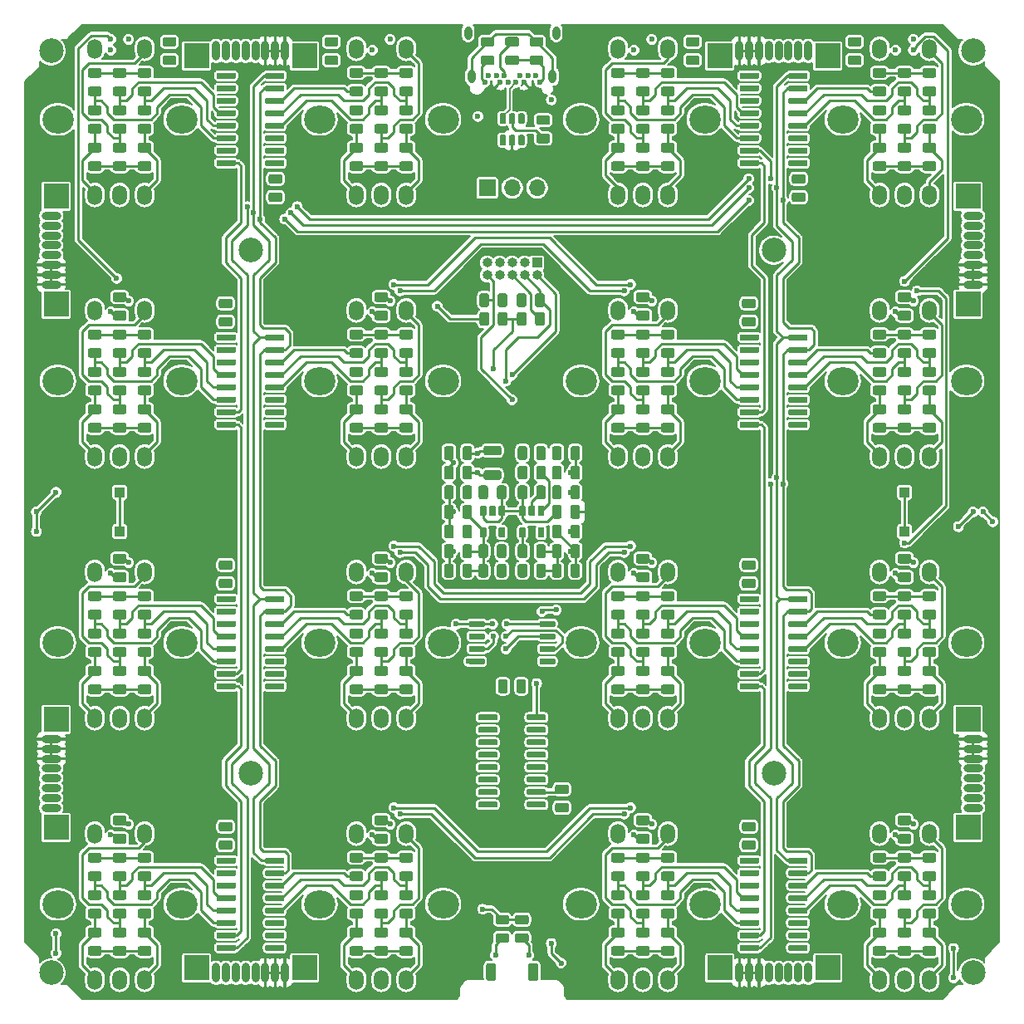
<source format=gbr>
G04 #@! TF.GenerationSoftware,KiCad,Pcbnew,(5.1.5)-3*
G04 #@! TF.CreationDate,2020-04-06T16:32:02+02:00*
G04 #@! TF.ProjectId,EN16,454e3136-2e6b-4696-9361-645f70636258,rev?*
G04 #@! TF.SameCoordinates,Original*
G04 #@! TF.FileFunction,Copper,L4,Bot*
G04 #@! TF.FilePolarity,Positive*
%FSLAX46Y46*%
G04 Gerber Fmt 4.6, Leading zero omitted, Abs format (unit mm)*
G04 Created by KiCad (PCBNEW (5.1.5)-3) date 2020-04-06 16:32:02*
%MOMM*%
%LPD*%
G04 APERTURE LIST*
%ADD10O,1.500000X2.000000*%
%ADD11O,3.200000X2.800000*%
%ADD12C,2.500000*%
%ADD13R,2.500000X2.500000*%
%ADD14O,0.800000X2.000000*%
%ADD15C,0.100000*%
%ADD16C,0.600000*%
%ADD17O,0.800000X1.400000*%
%ADD18R,1.000000X1.000000*%
%ADD19O,2.000000X0.800000*%
%ADD20O,1.000000X1.000000*%
%ADD21O,1.700000X1.700000*%
%ADD22R,1.700000X1.700000*%
%ADD23C,0.250000*%
%ADD24C,0.254000*%
%ADD25C,0.152400*%
G04 APERTURE END LIST*
D10*
X62535000Y-132805000D03*
X57455000Y-132805000D03*
D11*
X66295000Y-140005000D03*
X53695000Y-140005000D03*
D10*
X62535000Y-147705000D03*
X59995000Y-147705000D03*
X57455000Y-147705000D03*
D12*
X73330000Y-126670000D03*
X126670000Y-126670000D03*
X126670000Y-73330000D03*
X73330000Y-73330000D03*
X53000000Y-147000000D03*
X147000000Y-147000000D03*
X147000000Y-53000000D03*
X53000000Y-53000000D03*
D13*
X67830000Y-53510000D03*
X78830000Y-53510000D03*
D14*
X76830000Y-53010000D03*
X75830000Y-53010000D03*
X74830000Y-53010000D03*
X73830000Y-53010000D03*
X72830000Y-53010000D03*
X71830000Y-53010000D03*
X70830000Y-53010000D03*
X69830000Y-53010000D03*
G04 #@! TA.AperFunction,SMDPad,CuDef*
D15*
G36*
X60475142Y-106166174D02*
G01*
X60498803Y-106169684D01*
X60522007Y-106175496D01*
X60544529Y-106183554D01*
X60566153Y-106193782D01*
X60586670Y-106206079D01*
X60605883Y-106220329D01*
X60623607Y-106236393D01*
X60639671Y-106254117D01*
X60653921Y-106273330D01*
X60666218Y-106293847D01*
X60676446Y-106315471D01*
X60684504Y-106337993D01*
X60690316Y-106361197D01*
X60693826Y-106384858D01*
X60695000Y-106408750D01*
X60695000Y-106896250D01*
X60693826Y-106920142D01*
X60690316Y-106943803D01*
X60684504Y-106967007D01*
X60676446Y-106989529D01*
X60666218Y-107011153D01*
X60653921Y-107031670D01*
X60639671Y-107050883D01*
X60623607Y-107068607D01*
X60605883Y-107084671D01*
X60586670Y-107098921D01*
X60566153Y-107111218D01*
X60544529Y-107121446D01*
X60522007Y-107129504D01*
X60498803Y-107135316D01*
X60475142Y-107138826D01*
X60451250Y-107140000D01*
X59538750Y-107140000D01*
X59514858Y-107138826D01*
X59491197Y-107135316D01*
X59467993Y-107129504D01*
X59445471Y-107121446D01*
X59423847Y-107111218D01*
X59403330Y-107098921D01*
X59384117Y-107084671D01*
X59366393Y-107068607D01*
X59350329Y-107050883D01*
X59336079Y-107031670D01*
X59323782Y-107011153D01*
X59313554Y-106989529D01*
X59305496Y-106967007D01*
X59299684Y-106943803D01*
X59296174Y-106920142D01*
X59295000Y-106896250D01*
X59295000Y-106408750D01*
X59296174Y-106384858D01*
X59299684Y-106361197D01*
X59305496Y-106337993D01*
X59313554Y-106315471D01*
X59323782Y-106293847D01*
X59336079Y-106273330D01*
X59350329Y-106254117D01*
X59366393Y-106236393D01*
X59384117Y-106220329D01*
X59403330Y-106206079D01*
X59423847Y-106193782D01*
X59445471Y-106183554D01*
X59467993Y-106175496D01*
X59491197Y-106169684D01*
X59514858Y-106166174D01*
X59538750Y-106165000D01*
X60451250Y-106165000D01*
X60475142Y-106166174D01*
G37*
G04 #@! TD.AperFunction*
G04 #@! TA.AperFunction,SMDPad,CuDef*
G36*
X60475142Y-104291174D02*
G01*
X60498803Y-104294684D01*
X60522007Y-104300496D01*
X60544529Y-104308554D01*
X60566153Y-104318782D01*
X60586670Y-104331079D01*
X60605883Y-104345329D01*
X60623607Y-104361393D01*
X60639671Y-104379117D01*
X60653921Y-104398330D01*
X60666218Y-104418847D01*
X60676446Y-104440471D01*
X60684504Y-104462993D01*
X60690316Y-104486197D01*
X60693826Y-104509858D01*
X60695000Y-104533750D01*
X60695000Y-105021250D01*
X60693826Y-105045142D01*
X60690316Y-105068803D01*
X60684504Y-105092007D01*
X60676446Y-105114529D01*
X60666218Y-105136153D01*
X60653921Y-105156670D01*
X60639671Y-105175883D01*
X60623607Y-105193607D01*
X60605883Y-105209671D01*
X60586670Y-105223921D01*
X60566153Y-105236218D01*
X60544529Y-105246446D01*
X60522007Y-105254504D01*
X60498803Y-105260316D01*
X60475142Y-105263826D01*
X60451250Y-105265000D01*
X59538750Y-105265000D01*
X59514858Y-105263826D01*
X59491197Y-105260316D01*
X59467993Y-105254504D01*
X59445471Y-105246446D01*
X59423847Y-105236218D01*
X59403330Y-105223921D01*
X59384117Y-105209671D01*
X59366393Y-105193607D01*
X59350329Y-105175883D01*
X59336079Y-105156670D01*
X59323782Y-105136153D01*
X59313554Y-105114529D01*
X59305496Y-105092007D01*
X59299684Y-105068803D01*
X59296174Y-105045142D01*
X59295000Y-105021250D01*
X59295000Y-104533750D01*
X59296174Y-104509858D01*
X59299684Y-104486197D01*
X59305496Y-104462993D01*
X59313554Y-104440471D01*
X59323782Y-104418847D01*
X59336079Y-104398330D01*
X59350329Y-104379117D01*
X59366393Y-104361393D01*
X59384117Y-104345329D01*
X59403330Y-104331079D01*
X59423847Y-104318782D01*
X59445471Y-104308554D01*
X59467993Y-104300496D01*
X59491197Y-104294684D01*
X59514858Y-104291174D01*
X59538750Y-104290000D01*
X60451250Y-104290000D01*
X60475142Y-104291174D01*
G37*
G04 #@! TD.AperFunction*
G04 #@! TA.AperFunction,SMDPad,CuDef*
G36*
X76644703Y-135260722D02*
G01*
X76659264Y-135262882D01*
X76673543Y-135266459D01*
X76687403Y-135271418D01*
X76700710Y-135277712D01*
X76713336Y-135285280D01*
X76725159Y-135294048D01*
X76736066Y-135303934D01*
X76745952Y-135314841D01*
X76754720Y-135326664D01*
X76762288Y-135339290D01*
X76768582Y-135352597D01*
X76773541Y-135366457D01*
X76777118Y-135380736D01*
X76779278Y-135395297D01*
X76780000Y-135410000D01*
X76780000Y-135710000D01*
X76779278Y-135724703D01*
X76777118Y-135739264D01*
X76773541Y-135753543D01*
X76768582Y-135767403D01*
X76762288Y-135780710D01*
X76754720Y-135793336D01*
X76745952Y-135805159D01*
X76736066Y-135816066D01*
X76725159Y-135825952D01*
X76713336Y-135834720D01*
X76700710Y-135842288D01*
X76687403Y-135848582D01*
X76673543Y-135853541D01*
X76659264Y-135857118D01*
X76644703Y-135859278D01*
X76630000Y-135860000D01*
X74980000Y-135860000D01*
X74965297Y-135859278D01*
X74950736Y-135857118D01*
X74936457Y-135853541D01*
X74922597Y-135848582D01*
X74909290Y-135842288D01*
X74896664Y-135834720D01*
X74884841Y-135825952D01*
X74873934Y-135816066D01*
X74864048Y-135805159D01*
X74855280Y-135793336D01*
X74847712Y-135780710D01*
X74841418Y-135767403D01*
X74836459Y-135753543D01*
X74832882Y-135739264D01*
X74830722Y-135724703D01*
X74830000Y-135710000D01*
X74830000Y-135410000D01*
X74830722Y-135395297D01*
X74832882Y-135380736D01*
X74836459Y-135366457D01*
X74841418Y-135352597D01*
X74847712Y-135339290D01*
X74855280Y-135326664D01*
X74864048Y-135314841D01*
X74873934Y-135303934D01*
X74884841Y-135294048D01*
X74896664Y-135285280D01*
X74909290Y-135277712D01*
X74922597Y-135271418D01*
X74936457Y-135266459D01*
X74950736Y-135262882D01*
X74965297Y-135260722D01*
X74980000Y-135260000D01*
X76630000Y-135260000D01*
X76644703Y-135260722D01*
G37*
G04 #@! TD.AperFunction*
G04 #@! TA.AperFunction,SMDPad,CuDef*
G36*
X76644703Y-136530722D02*
G01*
X76659264Y-136532882D01*
X76673543Y-136536459D01*
X76687403Y-136541418D01*
X76700710Y-136547712D01*
X76713336Y-136555280D01*
X76725159Y-136564048D01*
X76736066Y-136573934D01*
X76745952Y-136584841D01*
X76754720Y-136596664D01*
X76762288Y-136609290D01*
X76768582Y-136622597D01*
X76773541Y-136636457D01*
X76777118Y-136650736D01*
X76779278Y-136665297D01*
X76780000Y-136680000D01*
X76780000Y-136980000D01*
X76779278Y-136994703D01*
X76777118Y-137009264D01*
X76773541Y-137023543D01*
X76768582Y-137037403D01*
X76762288Y-137050710D01*
X76754720Y-137063336D01*
X76745952Y-137075159D01*
X76736066Y-137086066D01*
X76725159Y-137095952D01*
X76713336Y-137104720D01*
X76700710Y-137112288D01*
X76687403Y-137118582D01*
X76673543Y-137123541D01*
X76659264Y-137127118D01*
X76644703Y-137129278D01*
X76630000Y-137130000D01*
X74980000Y-137130000D01*
X74965297Y-137129278D01*
X74950736Y-137127118D01*
X74936457Y-137123541D01*
X74922597Y-137118582D01*
X74909290Y-137112288D01*
X74896664Y-137104720D01*
X74884841Y-137095952D01*
X74873934Y-137086066D01*
X74864048Y-137075159D01*
X74855280Y-137063336D01*
X74847712Y-137050710D01*
X74841418Y-137037403D01*
X74836459Y-137023543D01*
X74832882Y-137009264D01*
X74830722Y-136994703D01*
X74830000Y-136980000D01*
X74830000Y-136680000D01*
X74830722Y-136665297D01*
X74832882Y-136650736D01*
X74836459Y-136636457D01*
X74841418Y-136622597D01*
X74847712Y-136609290D01*
X74855280Y-136596664D01*
X74864048Y-136584841D01*
X74873934Y-136573934D01*
X74884841Y-136564048D01*
X74896664Y-136555280D01*
X74909290Y-136547712D01*
X74922597Y-136541418D01*
X74936457Y-136536459D01*
X74950736Y-136532882D01*
X74965297Y-136530722D01*
X74980000Y-136530000D01*
X76630000Y-136530000D01*
X76644703Y-136530722D01*
G37*
G04 #@! TD.AperFunction*
G04 #@! TA.AperFunction,SMDPad,CuDef*
G36*
X76644703Y-137800722D02*
G01*
X76659264Y-137802882D01*
X76673543Y-137806459D01*
X76687403Y-137811418D01*
X76700710Y-137817712D01*
X76713336Y-137825280D01*
X76725159Y-137834048D01*
X76736066Y-137843934D01*
X76745952Y-137854841D01*
X76754720Y-137866664D01*
X76762288Y-137879290D01*
X76768582Y-137892597D01*
X76773541Y-137906457D01*
X76777118Y-137920736D01*
X76779278Y-137935297D01*
X76780000Y-137950000D01*
X76780000Y-138250000D01*
X76779278Y-138264703D01*
X76777118Y-138279264D01*
X76773541Y-138293543D01*
X76768582Y-138307403D01*
X76762288Y-138320710D01*
X76754720Y-138333336D01*
X76745952Y-138345159D01*
X76736066Y-138356066D01*
X76725159Y-138365952D01*
X76713336Y-138374720D01*
X76700710Y-138382288D01*
X76687403Y-138388582D01*
X76673543Y-138393541D01*
X76659264Y-138397118D01*
X76644703Y-138399278D01*
X76630000Y-138400000D01*
X74980000Y-138400000D01*
X74965297Y-138399278D01*
X74950736Y-138397118D01*
X74936457Y-138393541D01*
X74922597Y-138388582D01*
X74909290Y-138382288D01*
X74896664Y-138374720D01*
X74884841Y-138365952D01*
X74873934Y-138356066D01*
X74864048Y-138345159D01*
X74855280Y-138333336D01*
X74847712Y-138320710D01*
X74841418Y-138307403D01*
X74836459Y-138293543D01*
X74832882Y-138279264D01*
X74830722Y-138264703D01*
X74830000Y-138250000D01*
X74830000Y-137950000D01*
X74830722Y-137935297D01*
X74832882Y-137920736D01*
X74836459Y-137906457D01*
X74841418Y-137892597D01*
X74847712Y-137879290D01*
X74855280Y-137866664D01*
X74864048Y-137854841D01*
X74873934Y-137843934D01*
X74884841Y-137834048D01*
X74896664Y-137825280D01*
X74909290Y-137817712D01*
X74922597Y-137811418D01*
X74936457Y-137806459D01*
X74950736Y-137802882D01*
X74965297Y-137800722D01*
X74980000Y-137800000D01*
X76630000Y-137800000D01*
X76644703Y-137800722D01*
G37*
G04 #@! TD.AperFunction*
G04 #@! TA.AperFunction,SMDPad,CuDef*
G36*
X76644703Y-139070722D02*
G01*
X76659264Y-139072882D01*
X76673543Y-139076459D01*
X76687403Y-139081418D01*
X76700710Y-139087712D01*
X76713336Y-139095280D01*
X76725159Y-139104048D01*
X76736066Y-139113934D01*
X76745952Y-139124841D01*
X76754720Y-139136664D01*
X76762288Y-139149290D01*
X76768582Y-139162597D01*
X76773541Y-139176457D01*
X76777118Y-139190736D01*
X76779278Y-139205297D01*
X76780000Y-139220000D01*
X76780000Y-139520000D01*
X76779278Y-139534703D01*
X76777118Y-139549264D01*
X76773541Y-139563543D01*
X76768582Y-139577403D01*
X76762288Y-139590710D01*
X76754720Y-139603336D01*
X76745952Y-139615159D01*
X76736066Y-139626066D01*
X76725159Y-139635952D01*
X76713336Y-139644720D01*
X76700710Y-139652288D01*
X76687403Y-139658582D01*
X76673543Y-139663541D01*
X76659264Y-139667118D01*
X76644703Y-139669278D01*
X76630000Y-139670000D01*
X74980000Y-139670000D01*
X74965297Y-139669278D01*
X74950736Y-139667118D01*
X74936457Y-139663541D01*
X74922597Y-139658582D01*
X74909290Y-139652288D01*
X74896664Y-139644720D01*
X74884841Y-139635952D01*
X74873934Y-139626066D01*
X74864048Y-139615159D01*
X74855280Y-139603336D01*
X74847712Y-139590710D01*
X74841418Y-139577403D01*
X74836459Y-139563543D01*
X74832882Y-139549264D01*
X74830722Y-139534703D01*
X74830000Y-139520000D01*
X74830000Y-139220000D01*
X74830722Y-139205297D01*
X74832882Y-139190736D01*
X74836459Y-139176457D01*
X74841418Y-139162597D01*
X74847712Y-139149290D01*
X74855280Y-139136664D01*
X74864048Y-139124841D01*
X74873934Y-139113934D01*
X74884841Y-139104048D01*
X74896664Y-139095280D01*
X74909290Y-139087712D01*
X74922597Y-139081418D01*
X74936457Y-139076459D01*
X74950736Y-139072882D01*
X74965297Y-139070722D01*
X74980000Y-139070000D01*
X76630000Y-139070000D01*
X76644703Y-139070722D01*
G37*
G04 #@! TD.AperFunction*
G04 #@! TA.AperFunction,SMDPad,CuDef*
G36*
X76644703Y-140340722D02*
G01*
X76659264Y-140342882D01*
X76673543Y-140346459D01*
X76687403Y-140351418D01*
X76700710Y-140357712D01*
X76713336Y-140365280D01*
X76725159Y-140374048D01*
X76736066Y-140383934D01*
X76745952Y-140394841D01*
X76754720Y-140406664D01*
X76762288Y-140419290D01*
X76768582Y-140432597D01*
X76773541Y-140446457D01*
X76777118Y-140460736D01*
X76779278Y-140475297D01*
X76780000Y-140490000D01*
X76780000Y-140790000D01*
X76779278Y-140804703D01*
X76777118Y-140819264D01*
X76773541Y-140833543D01*
X76768582Y-140847403D01*
X76762288Y-140860710D01*
X76754720Y-140873336D01*
X76745952Y-140885159D01*
X76736066Y-140896066D01*
X76725159Y-140905952D01*
X76713336Y-140914720D01*
X76700710Y-140922288D01*
X76687403Y-140928582D01*
X76673543Y-140933541D01*
X76659264Y-140937118D01*
X76644703Y-140939278D01*
X76630000Y-140940000D01*
X74980000Y-140940000D01*
X74965297Y-140939278D01*
X74950736Y-140937118D01*
X74936457Y-140933541D01*
X74922597Y-140928582D01*
X74909290Y-140922288D01*
X74896664Y-140914720D01*
X74884841Y-140905952D01*
X74873934Y-140896066D01*
X74864048Y-140885159D01*
X74855280Y-140873336D01*
X74847712Y-140860710D01*
X74841418Y-140847403D01*
X74836459Y-140833543D01*
X74832882Y-140819264D01*
X74830722Y-140804703D01*
X74830000Y-140790000D01*
X74830000Y-140490000D01*
X74830722Y-140475297D01*
X74832882Y-140460736D01*
X74836459Y-140446457D01*
X74841418Y-140432597D01*
X74847712Y-140419290D01*
X74855280Y-140406664D01*
X74864048Y-140394841D01*
X74873934Y-140383934D01*
X74884841Y-140374048D01*
X74896664Y-140365280D01*
X74909290Y-140357712D01*
X74922597Y-140351418D01*
X74936457Y-140346459D01*
X74950736Y-140342882D01*
X74965297Y-140340722D01*
X74980000Y-140340000D01*
X76630000Y-140340000D01*
X76644703Y-140340722D01*
G37*
G04 #@! TD.AperFunction*
G04 #@! TA.AperFunction,SMDPad,CuDef*
G36*
X76644703Y-141610722D02*
G01*
X76659264Y-141612882D01*
X76673543Y-141616459D01*
X76687403Y-141621418D01*
X76700710Y-141627712D01*
X76713336Y-141635280D01*
X76725159Y-141644048D01*
X76736066Y-141653934D01*
X76745952Y-141664841D01*
X76754720Y-141676664D01*
X76762288Y-141689290D01*
X76768582Y-141702597D01*
X76773541Y-141716457D01*
X76777118Y-141730736D01*
X76779278Y-141745297D01*
X76780000Y-141760000D01*
X76780000Y-142060000D01*
X76779278Y-142074703D01*
X76777118Y-142089264D01*
X76773541Y-142103543D01*
X76768582Y-142117403D01*
X76762288Y-142130710D01*
X76754720Y-142143336D01*
X76745952Y-142155159D01*
X76736066Y-142166066D01*
X76725159Y-142175952D01*
X76713336Y-142184720D01*
X76700710Y-142192288D01*
X76687403Y-142198582D01*
X76673543Y-142203541D01*
X76659264Y-142207118D01*
X76644703Y-142209278D01*
X76630000Y-142210000D01*
X74980000Y-142210000D01*
X74965297Y-142209278D01*
X74950736Y-142207118D01*
X74936457Y-142203541D01*
X74922597Y-142198582D01*
X74909290Y-142192288D01*
X74896664Y-142184720D01*
X74884841Y-142175952D01*
X74873934Y-142166066D01*
X74864048Y-142155159D01*
X74855280Y-142143336D01*
X74847712Y-142130710D01*
X74841418Y-142117403D01*
X74836459Y-142103543D01*
X74832882Y-142089264D01*
X74830722Y-142074703D01*
X74830000Y-142060000D01*
X74830000Y-141760000D01*
X74830722Y-141745297D01*
X74832882Y-141730736D01*
X74836459Y-141716457D01*
X74841418Y-141702597D01*
X74847712Y-141689290D01*
X74855280Y-141676664D01*
X74864048Y-141664841D01*
X74873934Y-141653934D01*
X74884841Y-141644048D01*
X74896664Y-141635280D01*
X74909290Y-141627712D01*
X74922597Y-141621418D01*
X74936457Y-141616459D01*
X74950736Y-141612882D01*
X74965297Y-141610722D01*
X74980000Y-141610000D01*
X76630000Y-141610000D01*
X76644703Y-141610722D01*
G37*
G04 #@! TD.AperFunction*
G04 #@! TA.AperFunction,SMDPad,CuDef*
G36*
X76644703Y-142880722D02*
G01*
X76659264Y-142882882D01*
X76673543Y-142886459D01*
X76687403Y-142891418D01*
X76700710Y-142897712D01*
X76713336Y-142905280D01*
X76725159Y-142914048D01*
X76736066Y-142923934D01*
X76745952Y-142934841D01*
X76754720Y-142946664D01*
X76762288Y-142959290D01*
X76768582Y-142972597D01*
X76773541Y-142986457D01*
X76777118Y-143000736D01*
X76779278Y-143015297D01*
X76780000Y-143030000D01*
X76780000Y-143330000D01*
X76779278Y-143344703D01*
X76777118Y-143359264D01*
X76773541Y-143373543D01*
X76768582Y-143387403D01*
X76762288Y-143400710D01*
X76754720Y-143413336D01*
X76745952Y-143425159D01*
X76736066Y-143436066D01*
X76725159Y-143445952D01*
X76713336Y-143454720D01*
X76700710Y-143462288D01*
X76687403Y-143468582D01*
X76673543Y-143473541D01*
X76659264Y-143477118D01*
X76644703Y-143479278D01*
X76630000Y-143480000D01*
X74980000Y-143480000D01*
X74965297Y-143479278D01*
X74950736Y-143477118D01*
X74936457Y-143473541D01*
X74922597Y-143468582D01*
X74909290Y-143462288D01*
X74896664Y-143454720D01*
X74884841Y-143445952D01*
X74873934Y-143436066D01*
X74864048Y-143425159D01*
X74855280Y-143413336D01*
X74847712Y-143400710D01*
X74841418Y-143387403D01*
X74836459Y-143373543D01*
X74832882Y-143359264D01*
X74830722Y-143344703D01*
X74830000Y-143330000D01*
X74830000Y-143030000D01*
X74830722Y-143015297D01*
X74832882Y-143000736D01*
X74836459Y-142986457D01*
X74841418Y-142972597D01*
X74847712Y-142959290D01*
X74855280Y-142946664D01*
X74864048Y-142934841D01*
X74873934Y-142923934D01*
X74884841Y-142914048D01*
X74896664Y-142905280D01*
X74909290Y-142897712D01*
X74922597Y-142891418D01*
X74936457Y-142886459D01*
X74950736Y-142882882D01*
X74965297Y-142880722D01*
X74980000Y-142880000D01*
X76630000Y-142880000D01*
X76644703Y-142880722D01*
G37*
G04 #@! TD.AperFunction*
G04 #@! TA.AperFunction,SMDPad,CuDef*
G36*
X76644703Y-144150722D02*
G01*
X76659264Y-144152882D01*
X76673543Y-144156459D01*
X76687403Y-144161418D01*
X76700710Y-144167712D01*
X76713336Y-144175280D01*
X76725159Y-144184048D01*
X76736066Y-144193934D01*
X76745952Y-144204841D01*
X76754720Y-144216664D01*
X76762288Y-144229290D01*
X76768582Y-144242597D01*
X76773541Y-144256457D01*
X76777118Y-144270736D01*
X76779278Y-144285297D01*
X76780000Y-144300000D01*
X76780000Y-144600000D01*
X76779278Y-144614703D01*
X76777118Y-144629264D01*
X76773541Y-144643543D01*
X76768582Y-144657403D01*
X76762288Y-144670710D01*
X76754720Y-144683336D01*
X76745952Y-144695159D01*
X76736066Y-144706066D01*
X76725159Y-144715952D01*
X76713336Y-144724720D01*
X76700710Y-144732288D01*
X76687403Y-144738582D01*
X76673543Y-144743541D01*
X76659264Y-144747118D01*
X76644703Y-144749278D01*
X76630000Y-144750000D01*
X74980000Y-144750000D01*
X74965297Y-144749278D01*
X74950736Y-144747118D01*
X74936457Y-144743541D01*
X74922597Y-144738582D01*
X74909290Y-144732288D01*
X74896664Y-144724720D01*
X74884841Y-144715952D01*
X74873934Y-144706066D01*
X74864048Y-144695159D01*
X74855280Y-144683336D01*
X74847712Y-144670710D01*
X74841418Y-144657403D01*
X74836459Y-144643543D01*
X74832882Y-144629264D01*
X74830722Y-144614703D01*
X74830000Y-144600000D01*
X74830000Y-144300000D01*
X74830722Y-144285297D01*
X74832882Y-144270736D01*
X74836459Y-144256457D01*
X74841418Y-144242597D01*
X74847712Y-144229290D01*
X74855280Y-144216664D01*
X74864048Y-144204841D01*
X74873934Y-144193934D01*
X74884841Y-144184048D01*
X74896664Y-144175280D01*
X74909290Y-144167712D01*
X74922597Y-144161418D01*
X74936457Y-144156459D01*
X74950736Y-144152882D01*
X74965297Y-144150722D01*
X74980000Y-144150000D01*
X76630000Y-144150000D01*
X76644703Y-144150722D01*
G37*
G04 #@! TD.AperFunction*
G04 #@! TA.AperFunction,SMDPad,CuDef*
G36*
X71694703Y-144150722D02*
G01*
X71709264Y-144152882D01*
X71723543Y-144156459D01*
X71737403Y-144161418D01*
X71750710Y-144167712D01*
X71763336Y-144175280D01*
X71775159Y-144184048D01*
X71786066Y-144193934D01*
X71795952Y-144204841D01*
X71804720Y-144216664D01*
X71812288Y-144229290D01*
X71818582Y-144242597D01*
X71823541Y-144256457D01*
X71827118Y-144270736D01*
X71829278Y-144285297D01*
X71830000Y-144300000D01*
X71830000Y-144600000D01*
X71829278Y-144614703D01*
X71827118Y-144629264D01*
X71823541Y-144643543D01*
X71818582Y-144657403D01*
X71812288Y-144670710D01*
X71804720Y-144683336D01*
X71795952Y-144695159D01*
X71786066Y-144706066D01*
X71775159Y-144715952D01*
X71763336Y-144724720D01*
X71750710Y-144732288D01*
X71737403Y-144738582D01*
X71723543Y-144743541D01*
X71709264Y-144747118D01*
X71694703Y-144749278D01*
X71680000Y-144750000D01*
X70030000Y-144750000D01*
X70015297Y-144749278D01*
X70000736Y-144747118D01*
X69986457Y-144743541D01*
X69972597Y-144738582D01*
X69959290Y-144732288D01*
X69946664Y-144724720D01*
X69934841Y-144715952D01*
X69923934Y-144706066D01*
X69914048Y-144695159D01*
X69905280Y-144683336D01*
X69897712Y-144670710D01*
X69891418Y-144657403D01*
X69886459Y-144643543D01*
X69882882Y-144629264D01*
X69880722Y-144614703D01*
X69880000Y-144600000D01*
X69880000Y-144300000D01*
X69880722Y-144285297D01*
X69882882Y-144270736D01*
X69886459Y-144256457D01*
X69891418Y-144242597D01*
X69897712Y-144229290D01*
X69905280Y-144216664D01*
X69914048Y-144204841D01*
X69923934Y-144193934D01*
X69934841Y-144184048D01*
X69946664Y-144175280D01*
X69959290Y-144167712D01*
X69972597Y-144161418D01*
X69986457Y-144156459D01*
X70000736Y-144152882D01*
X70015297Y-144150722D01*
X70030000Y-144150000D01*
X71680000Y-144150000D01*
X71694703Y-144150722D01*
G37*
G04 #@! TD.AperFunction*
G04 #@! TA.AperFunction,SMDPad,CuDef*
G36*
X71694703Y-142880722D02*
G01*
X71709264Y-142882882D01*
X71723543Y-142886459D01*
X71737403Y-142891418D01*
X71750710Y-142897712D01*
X71763336Y-142905280D01*
X71775159Y-142914048D01*
X71786066Y-142923934D01*
X71795952Y-142934841D01*
X71804720Y-142946664D01*
X71812288Y-142959290D01*
X71818582Y-142972597D01*
X71823541Y-142986457D01*
X71827118Y-143000736D01*
X71829278Y-143015297D01*
X71830000Y-143030000D01*
X71830000Y-143330000D01*
X71829278Y-143344703D01*
X71827118Y-143359264D01*
X71823541Y-143373543D01*
X71818582Y-143387403D01*
X71812288Y-143400710D01*
X71804720Y-143413336D01*
X71795952Y-143425159D01*
X71786066Y-143436066D01*
X71775159Y-143445952D01*
X71763336Y-143454720D01*
X71750710Y-143462288D01*
X71737403Y-143468582D01*
X71723543Y-143473541D01*
X71709264Y-143477118D01*
X71694703Y-143479278D01*
X71680000Y-143480000D01*
X70030000Y-143480000D01*
X70015297Y-143479278D01*
X70000736Y-143477118D01*
X69986457Y-143473541D01*
X69972597Y-143468582D01*
X69959290Y-143462288D01*
X69946664Y-143454720D01*
X69934841Y-143445952D01*
X69923934Y-143436066D01*
X69914048Y-143425159D01*
X69905280Y-143413336D01*
X69897712Y-143400710D01*
X69891418Y-143387403D01*
X69886459Y-143373543D01*
X69882882Y-143359264D01*
X69880722Y-143344703D01*
X69880000Y-143330000D01*
X69880000Y-143030000D01*
X69880722Y-143015297D01*
X69882882Y-143000736D01*
X69886459Y-142986457D01*
X69891418Y-142972597D01*
X69897712Y-142959290D01*
X69905280Y-142946664D01*
X69914048Y-142934841D01*
X69923934Y-142923934D01*
X69934841Y-142914048D01*
X69946664Y-142905280D01*
X69959290Y-142897712D01*
X69972597Y-142891418D01*
X69986457Y-142886459D01*
X70000736Y-142882882D01*
X70015297Y-142880722D01*
X70030000Y-142880000D01*
X71680000Y-142880000D01*
X71694703Y-142880722D01*
G37*
G04 #@! TD.AperFunction*
G04 #@! TA.AperFunction,SMDPad,CuDef*
G36*
X71694703Y-141610722D02*
G01*
X71709264Y-141612882D01*
X71723543Y-141616459D01*
X71737403Y-141621418D01*
X71750710Y-141627712D01*
X71763336Y-141635280D01*
X71775159Y-141644048D01*
X71786066Y-141653934D01*
X71795952Y-141664841D01*
X71804720Y-141676664D01*
X71812288Y-141689290D01*
X71818582Y-141702597D01*
X71823541Y-141716457D01*
X71827118Y-141730736D01*
X71829278Y-141745297D01*
X71830000Y-141760000D01*
X71830000Y-142060000D01*
X71829278Y-142074703D01*
X71827118Y-142089264D01*
X71823541Y-142103543D01*
X71818582Y-142117403D01*
X71812288Y-142130710D01*
X71804720Y-142143336D01*
X71795952Y-142155159D01*
X71786066Y-142166066D01*
X71775159Y-142175952D01*
X71763336Y-142184720D01*
X71750710Y-142192288D01*
X71737403Y-142198582D01*
X71723543Y-142203541D01*
X71709264Y-142207118D01*
X71694703Y-142209278D01*
X71680000Y-142210000D01*
X70030000Y-142210000D01*
X70015297Y-142209278D01*
X70000736Y-142207118D01*
X69986457Y-142203541D01*
X69972597Y-142198582D01*
X69959290Y-142192288D01*
X69946664Y-142184720D01*
X69934841Y-142175952D01*
X69923934Y-142166066D01*
X69914048Y-142155159D01*
X69905280Y-142143336D01*
X69897712Y-142130710D01*
X69891418Y-142117403D01*
X69886459Y-142103543D01*
X69882882Y-142089264D01*
X69880722Y-142074703D01*
X69880000Y-142060000D01*
X69880000Y-141760000D01*
X69880722Y-141745297D01*
X69882882Y-141730736D01*
X69886459Y-141716457D01*
X69891418Y-141702597D01*
X69897712Y-141689290D01*
X69905280Y-141676664D01*
X69914048Y-141664841D01*
X69923934Y-141653934D01*
X69934841Y-141644048D01*
X69946664Y-141635280D01*
X69959290Y-141627712D01*
X69972597Y-141621418D01*
X69986457Y-141616459D01*
X70000736Y-141612882D01*
X70015297Y-141610722D01*
X70030000Y-141610000D01*
X71680000Y-141610000D01*
X71694703Y-141610722D01*
G37*
G04 #@! TD.AperFunction*
G04 #@! TA.AperFunction,SMDPad,CuDef*
G36*
X71694703Y-140340722D02*
G01*
X71709264Y-140342882D01*
X71723543Y-140346459D01*
X71737403Y-140351418D01*
X71750710Y-140357712D01*
X71763336Y-140365280D01*
X71775159Y-140374048D01*
X71786066Y-140383934D01*
X71795952Y-140394841D01*
X71804720Y-140406664D01*
X71812288Y-140419290D01*
X71818582Y-140432597D01*
X71823541Y-140446457D01*
X71827118Y-140460736D01*
X71829278Y-140475297D01*
X71830000Y-140490000D01*
X71830000Y-140790000D01*
X71829278Y-140804703D01*
X71827118Y-140819264D01*
X71823541Y-140833543D01*
X71818582Y-140847403D01*
X71812288Y-140860710D01*
X71804720Y-140873336D01*
X71795952Y-140885159D01*
X71786066Y-140896066D01*
X71775159Y-140905952D01*
X71763336Y-140914720D01*
X71750710Y-140922288D01*
X71737403Y-140928582D01*
X71723543Y-140933541D01*
X71709264Y-140937118D01*
X71694703Y-140939278D01*
X71680000Y-140940000D01*
X70030000Y-140940000D01*
X70015297Y-140939278D01*
X70000736Y-140937118D01*
X69986457Y-140933541D01*
X69972597Y-140928582D01*
X69959290Y-140922288D01*
X69946664Y-140914720D01*
X69934841Y-140905952D01*
X69923934Y-140896066D01*
X69914048Y-140885159D01*
X69905280Y-140873336D01*
X69897712Y-140860710D01*
X69891418Y-140847403D01*
X69886459Y-140833543D01*
X69882882Y-140819264D01*
X69880722Y-140804703D01*
X69880000Y-140790000D01*
X69880000Y-140490000D01*
X69880722Y-140475297D01*
X69882882Y-140460736D01*
X69886459Y-140446457D01*
X69891418Y-140432597D01*
X69897712Y-140419290D01*
X69905280Y-140406664D01*
X69914048Y-140394841D01*
X69923934Y-140383934D01*
X69934841Y-140374048D01*
X69946664Y-140365280D01*
X69959290Y-140357712D01*
X69972597Y-140351418D01*
X69986457Y-140346459D01*
X70000736Y-140342882D01*
X70015297Y-140340722D01*
X70030000Y-140340000D01*
X71680000Y-140340000D01*
X71694703Y-140340722D01*
G37*
G04 #@! TD.AperFunction*
G04 #@! TA.AperFunction,SMDPad,CuDef*
G36*
X71694703Y-139070722D02*
G01*
X71709264Y-139072882D01*
X71723543Y-139076459D01*
X71737403Y-139081418D01*
X71750710Y-139087712D01*
X71763336Y-139095280D01*
X71775159Y-139104048D01*
X71786066Y-139113934D01*
X71795952Y-139124841D01*
X71804720Y-139136664D01*
X71812288Y-139149290D01*
X71818582Y-139162597D01*
X71823541Y-139176457D01*
X71827118Y-139190736D01*
X71829278Y-139205297D01*
X71830000Y-139220000D01*
X71830000Y-139520000D01*
X71829278Y-139534703D01*
X71827118Y-139549264D01*
X71823541Y-139563543D01*
X71818582Y-139577403D01*
X71812288Y-139590710D01*
X71804720Y-139603336D01*
X71795952Y-139615159D01*
X71786066Y-139626066D01*
X71775159Y-139635952D01*
X71763336Y-139644720D01*
X71750710Y-139652288D01*
X71737403Y-139658582D01*
X71723543Y-139663541D01*
X71709264Y-139667118D01*
X71694703Y-139669278D01*
X71680000Y-139670000D01*
X70030000Y-139670000D01*
X70015297Y-139669278D01*
X70000736Y-139667118D01*
X69986457Y-139663541D01*
X69972597Y-139658582D01*
X69959290Y-139652288D01*
X69946664Y-139644720D01*
X69934841Y-139635952D01*
X69923934Y-139626066D01*
X69914048Y-139615159D01*
X69905280Y-139603336D01*
X69897712Y-139590710D01*
X69891418Y-139577403D01*
X69886459Y-139563543D01*
X69882882Y-139549264D01*
X69880722Y-139534703D01*
X69880000Y-139520000D01*
X69880000Y-139220000D01*
X69880722Y-139205297D01*
X69882882Y-139190736D01*
X69886459Y-139176457D01*
X69891418Y-139162597D01*
X69897712Y-139149290D01*
X69905280Y-139136664D01*
X69914048Y-139124841D01*
X69923934Y-139113934D01*
X69934841Y-139104048D01*
X69946664Y-139095280D01*
X69959290Y-139087712D01*
X69972597Y-139081418D01*
X69986457Y-139076459D01*
X70000736Y-139072882D01*
X70015297Y-139070722D01*
X70030000Y-139070000D01*
X71680000Y-139070000D01*
X71694703Y-139070722D01*
G37*
G04 #@! TD.AperFunction*
G04 #@! TA.AperFunction,SMDPad,CuDef*
G36*
X71694703Y-137800722D02*
G01*
X71709264Y-137802882D01*
X71723543Y-137806459D01*
X71737403Y-137811418D01*
X71750710Y-137817712D01*
X71763336Y-137825280D01*
X71775159Y-137834048D01*
X71786066Y-137843934D01*
X71795952Y-137854841D01*
X71804720Y-137866664D01*
X71812288Y-137879290D01*
X71818582Y-137892597D01*
X71823541Y-137906457D01*
X71827118Y-137920736D01*
X71829278Y-137935297D01*
X71830000Y-137950000D01*
X71830000Y-138250000D01*
X71829278Y-138264703D01*
X71827118Y-138279264D01*
X71823541Y-138293543D01*
X71818582Y-138307403D01*
X71812288Y-138320710D01*
X71804720Y-138333336D01*
X71795952Y-138345159D01*
X71786066Y-138356066D01*
X71775159Y-138365952D01*
X71763336Y-138374720D01*
X71750710Y-138382288D01*
X71737403Y-138388582D01*
X71723543Y-138393541D01*
X71709264Y-138397118D01*
X71694703Y-138399278D01*
X71680000Y-138400000D01*
X70030000Y-138400000D01*
X70015297Y-138399278D01*
X70000736Y-138397118D01*
X69986457Y-138393541D01*
X69972597Y-138388582D01*
X69959290Y-138382288D01*
X69946664Y-138374720D01*
X69934841Y-138365952D01*
X69923934Y-138356066D01*
X69914048Y-138345159D01*
X69905280Y-138333336D01*
X69897712Y-138320710D01*
X69891418Y-138307403D01*
X69886459Y-138293543D01*
X69882882Y-138279264D01*
X69880722Y-138264703D01*
X69880000Y-138250000D01*
X69880000Y-137950000D01*
X69880722Y-137935297D01*
X69882882Y-137920736D01*
X69886459Y-137906457D01*
X69891418Y-137892597D01*
X69897712Y-137879290D01*
X69905280Y-137866664D01*
X69914048Y-137854841D01*
X69923934Y-137843934D01*
X69934841Y-137834048D01*
X69946664Y-137825280D01*
X69959290Y-137817712D01*
X69972597Y-137811418D01*
X69986457Y-137806459D01*
X70000736Y-137802882D01*
X70015297Y-137800722D01*
X70030000Y-137800000D01*
X71680000Y-137800000D01*
X71694703Y-137800722D01*
G37*
G04 #@! TD.AperFunction*
G04 #@! TA.AperFunction,SMDPad,CuDef*
G36*
X71694703Y-136530722D02*
G01*
X71709264Y-136532882D01*
X71723543Y-136536459D01*
X71737403Y-136541418D01*
X71750710Y-136547712D01*
X71763336Y-136555280D01*
X71775159Y-136564048D01*
X71786066Y-136573934D01*
X71795952Y-136584841D01*
X71804720Y-136596664D01*
X71812288Y-136609290D01*
X71818582Y-136622597D01*
X71823541Y-136636457D01*
X71827118Y-136650736D01*
X71829278Y-136665297D01*
X71830000Y-136680000D01*
X71830000Y-136980000D01*
X71829278Y-136994703D01*
X71827118Y-137009264D01*
X71823541Y-137023543D01*
X71818582Y-137037403D01*
X71812288Y-137050710D01*
X71804720Y-137063336D01*
X71795952Y-137075159D01*
X71786066Y-137086066D01*
X71775159Y-137095952D01*
X71763336Y-137104720D01*
X71750710Y-137112288D01*
X71737403Y-137118582D01*
X71723543Y-137123541D01*
X71709264Y-137127118D01*
X71694703Y-137129278D01*
X71680000Y-137130000D01*
X70030000Y-137130000D01*
X70015297Y-137129278D01*
X70000736Y-137127118D01*
X69986457Y-137123541D01*
X69972597Y-137118582D01*
X69959290Y-137112288D01*
X69946664Y-137104720D01*
X69934841Y-137095952D01*
X69923934Y-137086066D01*
X69914048Y-137075159D01*
X69905280Y-137063336D01*
X69897712Y-137050710D01*
X69891418Y-137037403D01*
X69886459Y-137023543D01*
X69882882Y-137009264D01*
X69880722Y-136994703D01*
X69880000Y-136980000D01*
X69880000Y-136680000D01*
X69880722Y-136665297D01*
X69882882Y-136650736D01*
X69886459Y-136636457D01*
X69891418Y-136622597D01*
X69897712Y-136609290D01*
X69905280Y-136596664D01*
X69914048Y-136584841D01*
X69923934Y-136573934D01*
X69934841Y-136564048D01*
X69946664Y-136555280D01*
X69959290Y-136547712D01*
X69972597Y-136541418D01*
X69986457Y-136536459D01*
X70000736Y-136532882D01*
X70015297Y-136530722D01*
X70030000Y-136530000D01*
X71680000Y-136530000D01*
X71694703Y-136530722D01*
G37*
G04 #@! TD.AperFunction*
G04 #@! TA.AperFunction,SMDPad,CuDef*
G36*
X71694703Y-135260722D02*
G01*
X71709264Y-135262882D01*
X71723543Y-135266459D01*
X71737403Y-135271418D01*
X71750710Y-135277712D01*
X71763336Y-135285280D01*
X71775159Y-135294048D01*
X71786066Y-135303934D01*
X71795952Y-135314841D01*
X71804720Y-135326664D01*
X71812288Y-135339290D01*
X71818582Y-135352597D01*
X71823541Y-135366457D01*
X71827118Y-135380736D01*
X71829278Y-135395297D01*
X71830000Y-135410000D01*
X71830000Y-135710000D01*
X71829278Y-135724703D01*
X71827118Y-135739264D01*
X71823541Y-135753543D01*
X71818582Y-135767403D01*
X71812288Y-135780710D01*
X71804720Y-135793336D01*
X71795952Y-135805159D01*
X71786066Y-135816066D01*
X71775159Y-135825952D01*
X71763336Y-135834720D01*
X71750710Y-135842288D01*
X71737403Y-135848582D01*
X71723543Y-135853541D01*
X71709264Y-135857118D01*
X71694703Y-135859278D01*
X71680000Y-135860000D01*
X70030000Y-135860000D01*
X70015297Y-135859278D01*
X70000736Y-135857118D01*
X69986457Y-135853541D01*
X69972597Y-135848582D01*
X69959290Y-135842288D01*
X69946664Y-135834720D01*
X69934841Y-135825952D01*
X69923934Y-135816066D01*
X69914048Y-135805159D01*
X69905280Y-135793336D01*
X69897712Y-135780710D01*
X69891418Y-135767403D01*
X69886459Y-135753543D01*
X69882882Y-135739264D01*
X69880722Y-135724703D01*
X69880000Y-135710000D01*
X69880000Y-135410000D01*
X69880722Y-135395297D01*
X69882882Y-135380736D01*
X69886459Y-135366457D01*
X69891418Y-135352597D01*
X69897712Y-135339290D01*
X69905280Y-135326664D01*
X69914048Y-135314841D01*
X69923934Y-135303934D01*
X69934841Y-135294048D01*
X69946664Y-135285280D01*
X69959290Y-135277712D01*
X69972597Y-135271418D01*
X69986457Y-135266459D01*
X70000736Y-135262882D01*
X70015297Y-135260722D01*
X70030000Y-135260000D01*
X71680000Y-135260000D01*
X71694703Y-135260722D01*
G37*
G04 #@! TD.AperFunction*
G04 #@! TA.AperFunction,SMDPad,CuDef*
G36*
X76644703Y-108590722D02*
G01*
X76659264Y-108592882D01*
X76673543Y-108596459D01*
X76687403Y-108601418D01*
X76700710Y-108607712D01*
X76713336Y-108615280D01*
X76725159Y-108624048D01*
X76736066Y-108633934D01*
X76745952Y-108644841D01*
X76754720Y-108656664D01*
X76762288Y-108669290D01*
X76768582Y-108682597D01*
X76773541Y-108696457D01*
X76777118Y-108710736D01*
X76779278Y-108725297D01*
X76780000Y-108740000D01*
X76780000Y-109040000D01*
X76779278Y-109054703D01*
X76777118Y-109069264D01*
X76773541Y-109083543D01*
X76768582Y-109097403D01*
X76762288Y-109110710D01*
X76754720Y-109123336D01*
X76745952Y-109135159D01*
X76736066Y-109146066D01*
X76725159Y-109155952D01*
X76713336Y-109164720D01*
X76700710Y-109172288D01*
X76687403Y-109178582D01*
X76673543Y-109183541D01*
X76659264Y-109187118D01*
X76644703Y-109189278D01*
X76630000Y-109190000D01*
X74980000Y-109190000D01*
X74965297Y-109189278D01*
X74950736Y-109187118D01*
X74936457Y-109183541D01*
X74922597Y-109178582D01*
X74909290Y-109172288D01*
X74896664Y-109164720D01*
X74884841Y-109155952D01*
X74873934Y-109146066D01*
X74864048Y-109135159D01*
X74855280Y-109123336D01*
X74847712Y-109110710D01*
X74841418Y-109097403D01*
X74836459Y-109083543D01*
X74832882Y-109069264D01*
X74830722Y-109054703D01*
X74830000Y-109040000D01*
X74830000Y-108740000D01*
X74830722Y-108725297D01*
X74832882Y-108710736D01*
X74836459Y-108696457D01*
X74841418Y-108682597D01*
X74847712Y-108669290D01*
X74855280Y-108656664D01*
X74864048Y-108644841D01*
X74873934Y-108633934D01*
X74884841Y-108624048D01*
X74896664Y-108615280D01*
X74909290Y-108607712D01*
X74922597Y-108601418D01*
X74936457Y-108596459D01*
X74950736Y-108592882D01*
X74965297Y-108590722D01*
X74980000Y-108590000D01*
X76630000Y-108590000D01*
X76644703Y-108590722D01*
G37*
G04 #@! TD.AperFunction*
G04 #@! TA.AperFunction,SMDPad,CuDef*
G36*
X76644703Y-109860722D02*
G01*
X76659264Y-109862882D01*
X76673543Y-109866459D01*
X76687403Y-109871418D01*
X76700710Y-109877712D01*
X76713336Y-109885280D01*
X76725159Y-109894048D01*
X76736066Y-109903934D01*
X76745952Y-109914841D01*
X76754720Y-109926664D01*
X76762288Y-109939290D01*
X76768582Y-109952597D01*
X76773541Y-109966457D01*
X76777118Y-109980736D01*
X76779278Y-109995297D01*
X76780000Y-110010000D01*
X76780000Y-110310000D01*
X76779278Y-110324703D01*
X76777118Y-110339264D01*
X76773541Y-110353543D01*
X76768582Y-110367403D01*
X76762288Y-110380710D01*
X76754720Y-110393336D01*
X76745952Y-110405159D01*
X76736066Y-110416066D01*
X76725159Y-110425952D01*
X76713336Y-110434720D01*
X76700710Y-110442288D01*
X76687403Y-110448582D01*
X76673543Y-110453541D01*
X76659264Y-110457118D01*
X76644703Y-110459278D01*
X76630000Y-110460000D01*
X74980000Y-110460000D01*
X74965297Y-110459278D01*
X74950736Y-110457118D01*
X74936457Y-110453541D01*
X74922597Y-110448582D01*
X74909290Y-110442288D01*
X74896664Y-110434720D01*
X74884841Y-110425952D01*
X74873934Y-110416066D01*
X74864048Y-110405159D01*
X74855280Y-110393336D01*
X74847712Y-110380710D01*
X74841418Y-110367403D01*
X74836459Y-110353543D01*
X74832882Y-110339264D01*
X74830722Y-110324703D01*
X74830000Y-110310000D01*
X74830000Y-110010000D01*
X74830722Y-109995297D01*
X74832882Y-109980736D01*
X74836459Y-109966457D01*
X74841418Y-109952597D01*
X74847712Y-109939290D01*
X74855280Y-109926664D01*
X74864048Y-109914841D01*
X74873934Y-109903934D01*
X74884841Y-109894048D01*
X74896664Y-109885280D01*
X74909290Y-109877712D01*
X74922597Y-109871418D01*
X74936457Y-109866459D01*
X74950736Y-109862882D01*
X74965297Y-109860722D01*
X74980000Y-109860000D01*
X76630000Y-109860000D01*
X76644703Y-109860722D01*
G37*
G04 #@! TD.AperFunction*
G04 #@! TA.AperFunction,SMDPad,CuDef*
G36*
X76644703Y-111130722D02*
G01*
X76659264Y-111132882D01*
X76673543Y-111136459D01*
X76687403Y-111141418D01*
X76700710Y-111147712D01*
X76713336Y-111155280D01*
X76725159Y-111164048D01*
X76736066Y-111173934D01*
X76745952Y-111184841D01*
X76754720Y-111196664D01*
X76762288Y-111209290D01*
X76768582Y-111222597D01*
X76773541Y-111236457D01*
X76777118Y-111250736D01*
X76779278Y-111265297D01*
X76780000Y-111280000D01*
X76780000Y-111580000D01*
X76779278Y-111594703D01*
X76777118Y-111609264D01*
X76773541Y-111623543D01*
X76768582Y-111637403D01*
X76762288Y-111650710D01*
X76754720Y-111663336D01*
X76745952Y-111675159D01*
X76736066Y-111686066D01*
X76725159Y-111695952D01*
X76713336Y-111704720D01*
X76700710Y-111712288D01*
X76687403Y-111718582D01*
X76673543Y-111723541D01*
X76659264Y-111727118D01*
X76644703Y-111729278D01*
X76630000Y-111730000D01*
X74980000Y-111730000D01*
X74965297Y-111729278D01*
X74950736Y-111727118D01*
X74936457Y-111723541D01*
X74922597Y-111718582D01*
X74909290Y-111712288D01*
X74896664Y-111704720D01*
X74884841Y-111695952D01*
X74873934Y-111686066D01*
X74864048Y-111675159D01*
X74855280Y-111663336D01*
X74847712Y-111650710D01*
X74841418Y-111637403D01*
X74836459Y-111623543D01*
X74832882Y-111609264D01*
X74830722Y-111594703D01*
X74830000Y-111580000D01*
X74830000Y-111280000D01*
X74830722Y-111265297D01*
X74832882Y-111250736D01*
X74836459Y-111236457D01*
X74841418Y-111222597D01*
X74847712Y-111209290D01*
X74855280Y-111196664D01*
X74864048Y-111184841D01*
X74873934Y-111173934D01*
X74884841Y-111164048D01*
X74896664Y-111155280D01*
X74909290Y-111147712D01*
X74922597Y-111141418D01*
X74936457Y-111136459D01*
X74950736Y-111132882D01*
X74965297Y-111130722D01*
X74980000Y-111130000D01*
X76630000Y-111130000D01*
X76644703Y-111130722D01*
G37*
G04 #@! TD.AperFunction*
G04 #@! TA.AperFunction,SMDPad,CuDef*
G36*
X76644703Y-112400722D02*
G01*
X76659264Y-112402882D01*
X76673543Y-112406459D01*
X76687403Y-112411418D01*
X76700710Y-112417712D01*
X76713336Y-112425280D01*
X76725159Y-112434048D01*
X76736066Y-112443934D01*
X76745952Y-112454841D01*
X76754720Y-112466664D01*
X76762288Y-112479290D01*
X76768582Y-112492597D01*
X76773541Y-112506457D01*
X76777118Y-112520736D01*
X76779278Y-112535297D01*
X76780000Y-112550000D01*
X76780000Y-112850000D01*
X76779278Y-112864703D01*
X76777118Y-112879264D01*
X76773541Y-112893543D01*
X76768582Y-112907403D01*
X76762288Y-112920710D01*
X76754720Y-112933336D01*
X76745952Y-112945159D01*
X76736066Y-112956066D01*
X76725159Y-112965952D01*
X76713336Y-112974720D01*
X76700710Y-112982288D01*
X76687403Y-112988582D01*
X76673543Y-112993541D01*
X76659264Y-112997118D01*
X76644703Y-112999278D01*
X76630000Y-113000000D01*
X74980000Y-113000000D01*
X74965297Y-112999278D01*
X74950736Y-112997118D01*
X74936457Y-112993541D01*
X74922597Y-112988582D01*
X74909290Y-112982288D01*
X74896664Y-112974720D01*
X74884841Y-112965952D01*
X74873934Y-112956066D01*
X74864048Y-112945159D01*
X74855280Y-112933336D01*
X74847712Y-112920710D01*
X74841418Y-112907403D01*
X74836459Y-112893543D01*
X74832882Y-112879264D01*
X74830722Y-112864703D01*
X74830000Y-112850000D01*
X74830000Y-112550000D01*
X74830722Y-112535297D01*
X74832882Y-112520736D01*
X74836459Y-112506457D01*
X74841418Y-112492597D01*
X74847712Y-112479290D01*
X74855280Y-112466664D01*
X74864048Y-112454841D01*
X74873934Y-112443934D01*
X74884841Y-112434048D01*
X74896664Y-112425280D01*
X74909290Y-112417712D01*
X74922597Y-112411418D01*
X74936457Y-112406459D01*
X74950736Y-112402882D01*
X74965297Y-112400722D01*
X74980000Y-112400000D01*
X76630000Y-112400000D01*
X76644703Y-112400722D01*
G37*
G04 #@! TD.AperFunction*
G04 #@! TA.AperFunction,SMDPad,CuDef*
G36*
X76644703Y-113670722D02*
G01*
X76659264Y-113672882D01*
X76673543Y-113676459D01*
X76687403Y-113681418D01*
X76700710Y-113687712D01*
X76713336Y-113695280D01*
X76725159Y-113704048D01*
X76736066Y-113713934D01*
X76745952Y-113724841D01*
X76754720Y-113736664D01*
X76762288Y-113749290D01*
X76768582Y-113762597D01*
X76773541Y-113776457D01*
X76777118Y-113790736D01*
X76779278Y-113805297D01*
X76780000Y-113820000D01*
X76780000Y-114120000D01*
X76779278Y-114134703D01*
X76777118Y-114149264D01*
X76773541Y-114163543D01*
X76768582Y-114177403D01*
X76762288Y-114190710D01*
X76754720Y-114203336D01*
X76745952Y-114215159D01*
X76736066Y-114226066D01*
X76725159Y-114235952D01*
X76713336Y-114244720D01*
X76700710Y-114252288D01*
X76687403Y-114258582D01*
X76673543Y-114263541D01*
X76659264Y-114267118D01*
X76644703Y-114269278D01*
X76630000Y-114270000D01*
X74980000Y-114270000D01*
X74965297Y-114269278D01*
X74950736Y-114267118D01*
X74936457Y-114263541D01*
X74922597Y-114258582D01*
X74909290Y-114252288D01*
X74896664Y-114244720D01*
X74884841Y-114235952D01*
X74873934Y-114226066D01*
X74864048Y-114215159D01*
X74855280Y-114203336D01*
X74847712Y-114190710D01*
X74841418Y-114177403D01*
X74836459Y-114163543D01*
X74832882Y-114149264D01*
X74830722Y-114134703D01*
X74830000Y-114120000D01*
X74830000Y-113820000D01*
X74830722Y-113805297D01*
X74832882Y-113790736D01*
X74836459Y-113776457D01*
X74841418Y-113762597D01*
X74847712Y-113749290D01*
X74855280Y-113736664D01*
X74864048Y-113724841D01*
X74873934Y-113713934D01*
X74884841Y-113704048D01*
X74896664Y-113695280D01*
X74909290Y-113687712D01*
X74922597Y-113681418D01*
X74936457Y-113676459D01*
X74950736Y-113672882D01*
X74965297Y-113670722D01*
X74980000Y-113670000D01*
X76630000Y-113670000D01*
X76644703Y-113670722D01*
G37*
G04 #@! TD.AperFunction*
G04 #@! TA.AperFunction,SMDPad,CuDef*
G36*
X76644703Y-114940722D02*
G01*
X76659264Y-114942882D01*
X76673543Y-114946459D01*
X76687403Y-114951418D01*
X76700710Y-114957712D01*
X76713336Y-114965280D01*
X76725159Y-114974048D01*
X76736066Y-114983934D01*
X76745952Y-114994841D01*
X76754720Y-115006664D01*
X76762288Y-115019290D01*
X76768582Y-115032597D01*
X76773541Y-115046457D01*
X76777118Y-115060736D01*
X76779278Y-115075297D01*
X76780000Y-115090000D01*
X76780000Y-115390000D01*
X76779278Y-115404703D01*
X76777118Y-115419264D01*
X76773541Y-115433543D01*
X76768582Y-115447403D01*
X76762288Y-115460710D01*
X76754720Y-115473336D01*
X76745952Y-115485159D01*
X76736066Y-115496066D01*
X76725159Y-115505952D01*
X76713336Y-115514720D01*
X76700710Y-115522288D01*
X76687403Y-115528582D01*
X76673543Y-115533541D01*
X76659264Y-115537118D01*
X76644703Y-115539278D01*
X76630000Y-115540000D01*
X74980000Y-115540000D01*
X74965297Y-115539278D01*
X74950736Y-115537118D01*
X74936457Y-115533541D01*
X74922597Y-115528582D01*
X74909290Y-115522288D01*
X74896664Y-115514720D01*
X74884841Y-115505952D01*
X74873934Y-115496066D01*
X74864048Y-115485159D01*
X74855280Y-115473336D01*
X74847712Y-115460710D01*
X74841418Y-115447403D01*
X74836459Y-115433543D01*
X74832882Y-115419264D01*
X74830722Y-115404703D01*
X74830000Y-115390000D01*
X74830000Y-115090000D01*
X74830722Y-115075297D01*
X74832882Y-115060736D01*
X74836459Y-115046457D01*
X74841418Y-115032597D01*
X74847712Y-115019290D01*
X74855280Y-115006664D01*
X74864048Y-114994841D01*
X74873934Y-114983934D01*
X74884841Y-114974048D01*
X74896664Y-114965280D01*
X74909290Y-114957712D01*
X74922597Y-114951418D01*
X74936457Y-114946459D01*
X74950736Y-114942882D01*
X74965297Y-114940722D01*
X74980000Y-114940000D01*
X76630000Y-114940000D01*
X76644703Y-114940722D01*
G37*
G04 #@! TD.AperFunction*
G04 #@! TA.AperFunction,SMDPad,CuDef*
G36*
X76644703Y-116210722D02*
G01*
X76659264Y-116212882D01*
X76673543Y-116216459D01*
X76687403Y-116221418D01*
X76700710Y-116227712D01*
X76713336Y-116235280D01*
X76725159Y-116244048D01*
X76736066Y-116253934D01*
X76745952Y-116264841D01*
X76754720Y-116276664D01*
X76762288Y-116289290D01*
X76768582Y-116302597D01*
X76773541Y-116316457D01*
X76777118Y-116330736D01*
X76779278Y-116345297D01*
X76780000Y-116360000D01*
X76780000Y-116660000D01*
X76779278Y-116674703D01*
X76777118Y-116689264D01*
X76773541Y-116703543D01*
X76768582Y-116717403D01*
X76762288Y-116730710D01*
X76754720Y-116743336D01*
X76745952Y-116755159D01*
X76736066Y-116766066D01*
X76725159Y-116775952D01*
X76713336Y-116784720D01*
X76700710Y-116792288D01*
X76687403Y-116798582D01*
X76673543Y-116803541D01*
X76659264Y-116807118D01*
X76644703Y-116809278D01*
X76630000Y-116810000D01*
X74980000Y-116810000D01*
X74965297Y-116809278D01*
X74950736Y-116807118D01*
X74936457Y-116803541D01*
X74922597Y-116798582D01*
X74909290Y-116792288D01*
X74896664Y-116784720D01*
X74884841Y-116775952D01*
X74873934Y-116766066D01*
X74864048Y-116755159D01*
X74855280Y-116743336D01*
X74847712Y-116730710D01*
X74841418Y-116717403D01*
X74836459Y-116703543D01*
X74832882Y-116689264D01*
X74830722Y-116674703D01*
X74830000Y-116660000D01*
X74830000Y-116360000D01*
X74830722Y-116345297D01*
X74832882Y-116330736D01*
X74836459Y-116316457D01*
X74841418Y-116302597D01*
X74847712Y-116289290D01*
X74855280Y-116276664D01*
X74864048Y-116264841D01*
X74873934Y-116253934D01*
X74884841Y-116244048D01*
X74896664Y-116235280D01*
X74909290Y-116227712D01*
X74922597Y-116221418D01*
X74936457Y-116216459D01*
X74950736Y-116212882D01*
X74965297Y-116210722D01*
X74980000Y-116210000D01*
X76630000Y-116210000D01*
X76644703Y-116210722D01*
G37*
G04 #@! TD.AperFunction*
G04 #@! TA.AperFunction,SMDPad,CuDef*
G36*
X76644703Y-117480722D02*
G01*
X76659264Y-117482882D01*
X76673543Y-117486459D01*
X76687403Y-117491418D01*
X76700710Y-117497712D01*
X76713336Y-117505280D01*
X76725159Y-117514048D01*
X76736066Y-117523934D01*
X76745952Y-117534841D01*
X76754720Y-117546664D01*
X76762288Y-117559290D01*
X76768582Y-117572597D01*
X76773541Y-117586457D01*
X76777118Y-117600736D01*
X76779278Y-117615297D01*
X76780000Y-117630000D01*
X76780000Y-117930000D01*
X76779278Y-117944703D01*
X76777118Y-117959264D01*
X76773541Y-117973543D01*
X76768582Y-117987403D01*
X76762288Y-118000710D01*
X76754720Y-118013336D01*
X76745952Y-118025159D01*
X76736066Y-118036066D01*
X76725159Y-118045952D01*
X76713336Y-118054720D01*
X76700710Y-118062288D01*
X76687403Y-118068582D01*
X76673543Y-118073541D01*
X76659264Y-118077118D01*
X76644703Y-118079278D01*
X76630000Y-118080000D01*
X74980000Y-118080000D01*
X74965297Y-118079278D01*
X74950736Y-118077118D01*
X74936457Y-118073541D01*
X74922597Y-118068582D01*
X74909290Y-118062288D01*
X74896664Y-118054720D01*
X74884841Y-118045952D01*
X74873934Y-118036066D01*
X74864048Y-118025159D01*
X74855280Y-118013336D01*
X74847712Y-118000710D01*
X74841418Y-117987403D01*
X74836459Y-117973543D01*
X74832882Y-117959264D01*
X74830722Y-117944703D01*
X74830000Y-117930000D01*
X74830000Y-117630000D01*
X74830722Y-117615297D01*
X74832882Y-117600736D01*
X74836459Y-117586457D01*
X74841418Y-117572597D01*
X74847712Y-117559290D01*
X74855280Y-117546664D01*
X74864048Y-117534841D01*
X74873934Y-117523934D01*
X74884841Y-117514048D01*
X74896664Y-117505280D01*
X74909290Y-117497712D01*
X74922597Y-117491418D01*
X74936457Y-117486459D01*
X74950736Y-117482882D01*
X74965297Y-117480722D01*
X74980000Y-117480000D01*
X76630000Y-117480000D01*
X76644703Y-117480722D01*
G37*
G04 #@! TD.AperFunction*
G04 #@! TA.AperFunction,SMDPad,CuDef*
G36*
X71694703Y-117480722D02*
G01*
X71709264Y-117482882D01*
X71723543Y-117486459D01*
X71737403Y-117491418D01*
X71750710Y-117497712D01*
X71763336Y-117505280D01*
X71775159Y-117514048D01*
X71786066Y-117523934D01*
X71795952Y-117534841D01*
X71804720Y-117546664D01*
X71812288Y-117559290D01*
X71818582Y-117572597D01*
X71823541Y-117586457D01*
X71827118Y-117600736D01*
X71829278Y-117615297D01*
X71830000Y-117630000D01*
X71830000Y-117930000D01*
X71829278Y-117944703D01*
X71827118Y-117959264D01*
X71823541Y-117973543D01*
X71818582Y-117987403D01*
X71812288Y-118000710D01*
X71804720Y-118013336D01*
X71795952Y-118025159D01*
X71786066Y-118036066D01*
X71775159Y-118045952D01*
X71763336Y-118054720D01*
X71750710Y-118062288D01*
X71737403Y-118068582D01*
X71723543Y-118073541D01*
X71709264Y-118077118D01*
X71694703Y-118079278D01*
X71680000Y-118080000D01*
X70030000Y-118080000D01*
X70015297Y-118079278D01*
X70000736Y-118077118D01*
X69986457Y-118073541D01*
X69972597Y-118068582D01*
X69959290Y-118062288D01*
X69946664Y-118054720D01*
X69934841Y-118045952D01*
X69923934Y-118036066D01*
X69914048Y-118025159D01*
X69905280Y-118013336D01*
X69897712Y-118000710D01*
X69891418Y-117987403D01*
X69886459Y-117973543D01*
X69882882Y-117959264D01*
X69880722Y-117944703D01*
X69880000Y-117930000D01*
X69880000Y-117630000D01*
X69880722Y-117615297D01*
X69882882Y-117600736D01*
X69886459Y-117586457D01*
X69891418Y-117572597D01*
X69897712Y-117559290D01*
X69905280Y-117546664D01*
X69914048Y-117534841D01*
X69923934Y-117523934D01*
X69934841Y-117514048D01*
X69946664Y-117505280D01*
X69959290Y-117497712D01*
X69972597Y-117491418D01*
X69986457Y-117486459D01*
X70000736Y-117482882D01*
X70015297Y-117480722D01*
X70030000Y-117480000D01*
X71680000Y-117480000D01*
X71694703Y-117480722D01*
G37*
G04 #@! TD.AperFunction*
G04 #@! TA.AperFunction,SMDPad,CuDef*
G36*
X71694703Y-116210722D02*
G01*
X71709264Y-116212882D01*
X71723543Y-116216459D01*
X71737403Y-116221418D01*
X71750710Y-116227712D01*
X71763336Y-116235280D01*
X71775159Y-116244048D01*
X71786066Y-116253934D01*
X71795952Y-116264841D01*
X71804720Y-116276664D01*
X71812288Y-116289290D01*
X71818582Y-116302597D01*
X71823541Y-116316457D01*
X71827118Y-116330736D01*
X71829278Y-116345297D01*
X71830000Y-116360000D01*
X71830000Y-116660000D01*
X71829278Y-116674703D01*
X71827118Y-116689264D01*
X71823541Y-116703543D01*
X71818582Y-116717403D01*
X71812288Y-116730710D01*
X71804720Y-116743336D01*
X71795952Y-116755159D01*
X71786066Y-116766066D01*
X71775159Y-116775952D01*
X71763336Y-116784720D01*
X71750710Y-116792288D01*
X71737403Y-116798582D01*
X71723543Y-116803541D01*
X71709264Y-116807118D01*
X71694703Y-116809278D01*
X71680000Y-116810000D01*
X70030000Y-116810000D01*
X70015297Y-116809278D01*
X70000736Y-116807118D01*
X69986457Y-116803541D01*
X69972597Y-116798582D01*
X69959290Y-116792288D01*
X69946664Y-116784720D01*
X69934841Y-116775952D01*
X69923934Y-116766066D01*
X69914048Y-116755159D01*
X69905280Y-116743336D01*
X69897712Y-116730710D01*
X69891418Y-116717403D01*
X69886459Y-116703543D01*
X69882882Y-116689264D01*
X69880722Y-116674703D01*
X69880000Y-116660000D01*
X69880000Y-116360000D01*
X69880722Y-116345297D01*
X69882882Y-116330736D01*
X69886459Y-116316457D01*
X69891418Y-116302597D01*
X69897712Y-116289290D01*
X69905280Y-116276664D01*
X69914048Y-116264841D01*
X69923934Y-116253934D01*
X69934841Y-116244048D01*
X69946664Y-116235280D01*
X69959290Y-116227712D01*
X69972597Y-116221418D01*
X69986457Y-116216459D01*
X70000736Y-116212882D01*
X70015297Y-116210722D01*
X70030000Y-116210000D01*
X71680000Y-116210000D01*
X71694703Y-116210722D01*
G37*
G04 #@! TD.AperFunction*
G04 #@! TA.AperFunction,SMDPad,CuDef*
G36*
X71694703Y-114940722D02*
G01*
X71709264Y-114942882D01*
X71723543Y-114946459D01*
X71737403Y-114951418D01*
X71750710Y-114957712D01*
X71763336Y-114965280D01*
X71775159Y-114974048D01*
X71786066Y-114983934D01*
X71795952Y-114994841D01*
X71804720Y-115006664D01*
X71812288Y-115019290D01*
X71818582Y-115032597D01*
X71823541Y-115046457D01*
X71827118Y-115060736D01*
X71829278Y-115075297D01*
X71830000Y-115090000D01*
X71830000Y-115390000D01*
X71829278Y-115404703D01*
X71827118Y-115419264D01*
X71823541Y-115433543D01*
X71818582Y-115447403D01*
X71812288Y-115460710D01*
X71804720Y-115473336D01*
X71795952Y-115485159D01*
X71786066Y-115496066D01*
X71775159Y-115505952D01*
X71763336Y-115514720D01*
X71750710Y-115522288D01*
X71737403Y-115528582D01*
X71723543Y-115533541D01*
X71709264Y-115537118D01*
X71694703Y-115539278D01*
X71680000Y-115540000D01*
X70030000Y-115540000D01*
X70015297Y-115539278D01*
X70000736Y-115537118D01*
X69986457Y-115533541D01*
X69972597Y-115528582D01*
X69959290Y-115522288D01*
X69946664Y-115514720D01*
X69934841Y-115505952D01*
X69923934Y-115496066D01*
X69914048Y-115485159D01*
X69905280Y-115473336D01*
X69897712Y-115460710D01*
X69891418Y-115447403D01*
X69886459Y-115433543D01*
X69882882Y-115419264D01*
X69880722Y-115404703D01*
X69880000Y-115390000D01*
X69880000Y-115090000D01*
X69880722Y-115075297D01*
X69882882Y-115060736D01*
X69886459Y-115046457D01*
X69891418Y-115032597D01*
X69897712Y-115019290D01*
X69905280Y-115006664D01*
X69914048Y-114994841D01*
X69923934Y-114983934D01*
X69934841Y-114974048D01*
X69946664Y-114965280D01*
X69959290Y-114957712D01*
X69972597Y-114951418D01*
X69986457Y-114946459D01*
X70000736Y-114942882D01*
X70015297Y-114940722D01*
X70030000Y-114940000D01*
X71680000Y-114940000D01*
X71694703Y-114940722D01*
G37*
G04 #@! TD.AperFunction*
G04 #@! TA.AperFunction,SMDPad,CuDef*
G36*
X71694703Y-113670722D02*
G01*
X71709264Y-113672882D01*
X71723543Y-113676459D01*
X71737403Y-113681418D01*
X71750710Y-113687712D01*
X71763336Y-113695280D01*
X71775159Y-113704048D01*
X71786066Y-113713934D01*
X71795952Y-113724841D01*
X71804720Y-113736664D01*
X71812288Y-113749290D01*
X71818582Y-113762597D01*
X71823541Y-113776457D01*
X71827118Y-113790736D01*
X71829278Y-113805297D01*
X71830000Y-113820000D01*
X71830000Y-114120000D01*
X71829278Y-114134703D01*
X71827118Y-114149264D01*
X71823541Y-114163543D01*
X71818582Y-114177403D01*
X71812288Y-114190710D01*
X71804720Y-114203336D01*
X71795952Y-114215159D01*
X71786066Y-114226066D01*
X71775159Y-114235952D01*
X71763336Y-114244720D01*
X71750710Y-114252288D01*
X71737403Y-114258582D01*
X71723543Y-114263541D01*
X71709264Y-114267118D01*
X71694703Y-114269278D01*
X71680000Y-114270000D01*
X70030000Y-114270000D01*
X70015297Y-114269278D01*
X70000736Y-114267118D01*
X69986457Y-114263541D01*
X69972597Y-114258582D01*
X69959290Y-114252288D01*
X69946664Y-114244720D01*
X69934841Y-114235952D01*
X69923934Y-114226066D01*
X69914048Y-114215159D01*
X69905280Y-114203336D01*
X69897712Y-114190710D01*
X69891418Y-114177403D01*
X69886459Y-114163543D01*
X69882882Y-114149264D01*
X69880722Y-114134703D01*
X69880000Y-114120000D01*
X69880000Y-113820000D01*
X69880722Y-113805297D01*
X69882882Y-113790736D01*
X69886459Y-113776457D01*
X69891418Y-113762597D01*
X69897712Y-113749290D01*
X69905280Y-113736664D01*
X69914048Y-113724841D01*
X69923934Y-113713934D01*
X69934841Y-113704048D01*
X69946664Y-113695280D01*
X69959290Y-113687712D01*
X69972597Y-113681418D01*
X69986457Y-113676459D01*
X70000736Y-113672882D01*
X70015297Y-113670722D01*
X70030000Y-113670000D01*
X71680000Y-113670000D01*
X71694703Y-113670722D01*
G37*
G04 #@! TD.AperFunction*
G04 #@! TA.AperFunction,SMDPad,CuDef*
G36*
X71694703Y-112400722D02*
G01*
X71709264Y-112402882D01*
X71723543Y-112406459D01*
X71737403Y-112411418D01*
X71750710Y-112417712D01*
X71763336Y-112425280D01*
X71775159Y-112434048D01*
X71786066Y-112443934D01*
X71795952Y-112454841D01*
X71804720Y-112466664D01*
X71812288Y-112479290D01*
X71818582Y-112492597D01*
X71823541Y-112506457D01*
X71827118Y-112520736D01*
X71829278Y-112535297D01*
X71830000Y-112550000D01*
X71830000Y-112850000D01*
X71829278Y-112864703D01*
X71827118Y-112879264D01*
X71823541Y-112893543D01*
X71818582Y-112907403D01*
X71812288Y-112920710D01*
X71804720Y-112933336D01*
X71795952Y-112945159D01*
X71786066Y-112956066D01*
X71775159Y-112965952D01*
X71763336Y-112974720D01*
X71750710Y-112982288D01*
X71737403Y-112988582D01*
X71723543Y-112993541D01*
X71709264Y-112997118D01*
X71694703Y-112999278D01*
X71680000Y-113000000D01*
X70030000Y-113000000D01*
X70015297Y-112999278D01*
X70000736Y-112997118D01*
X69986457Y-112993541D01*
X69972597Y-112988582D01*
X69959290Y-112982288D01*
X69946664Y-112974720D01*
X69934841Y-112965952D01*
X69923934Y-112956066D01*
X69914048Y-112945159D01*
X69905280Y-112933336D01*
X69897712Y-112920710D01*
X69891418Y-112907403D01*
X69886459Y-112893543D01*
X69882882Y-112879264D01*
X69880722Y-112864703D01*
X69880000Y-112850000D01*
X69880000Y-112550000D01*
X69880722Y-112535297D01*
X69882882Y-112520736D01*
X69886459Y-112506457D01*
X69891418Y-112492597D01*
X69897712Y-112479290D01*
X69905280Y-112466664D01*
X69914048Y-112454841D01*
X69923934Y-112443934D01*
X69934841Y-112434048D01*
X69946664Y-112425280D01*
X69959290Y-112417712D01*
X69972597Y-112411418D01*
X69986457Y-112406459D01*
X70000736Y-112402882D01*
X70015297Y-112400722D01*
X70030000Y-112400000D01*
X71680000Y-112400000D01*
X71694703Y-112400722D01*
G37*
G04 #@! TD.AperFunction*
G04 #@! TA.AperFunction,SMDPad,CuDef*
G36*
X71694703Y-111130722D02*
G01*
X71709264Y-111132882D01*
X71723543Y-111136459D01*
X71737403Y-111141418D01*
X71750710Y-111147712D01*
X71763336Y-111155280D01*
X71775159Y-111164048D01*
X71786066Y-111173934D01*
X71795952Y-111184841D01*
X71804720Y-111196664D01*
X71812288Y-111209290D01*
X71818582Y-111222597D01*
X71823541Y-111236457D01*
X71827118Y-111250736D01*
X71829278Y-111265297D01*
X71830000Y-111280000D01*
X71830000Y-111580000D01*
X71829278Y-111594703D01*
X71827118Y-111609264D01*
X71823541Y-111623543D01*
X71818582Y-111637403D01*
X71812288Y-111650710D01*
X71804720Y-111663336D01*
X71795952Y-111675159D01*
X71786066Y-111686066D01*
X71775159Y-111695952D01*
X71763336Y-111704720D01*
X71750710Y-111712288D01*
X71737403Y-111718582D01*
X71723543Y-111723541D01*
X71709264Y-111727118D01*
X71694703Y-111729278D01*
X71680000Y-111730000D01*
X70030000Y-111730000D01*
X70015297Y-111729278D01*
X70000736Y-111727118D01*
X69986457Y-111723541D01*
X69972597Y-111718582D01*
X69959290Y-111712288D01*
X69946664Y-111704720D01*
X69934841Y-111695952D01*
X69923934Y-111686066D01*
X69914048Y-111675159D01*
X69905280Y-111663336D01*
X69897712Y-111650710D01*
X69891418Y-111637403D01*
X69886459Y-111623543D01*
X69882882Y-111609264D01*
X69880722Y-111594703D01*
X69880000Y-111580000D01*
X69880000Y-111280000D01*
X69880722Y-111265297D01*
X69882882Y-111250736D01*
X69886459Y-111236457D01*
X69891418Y-111222597D01*
X69897712Y-111209290D01*
X69905280Y-111196664D01*
X69914048Y-111184841D01*
X69923934Y-111173934D01*
X69934841Y-111164048D01*
X69946664Y-111155280D01*
X69959290Y-111147712D01*
X69972597Y-111141418D01*
X69986457Y-111136459D01*
X70000736Y-111132882D01*
X70015297Y-111130722D01*
X70030000Y-111130000D01*
X71680000Y-111130000D01*
X71694703Y-111130722D01*
G37*
G04 #@! TD.AperFunction*
G04 #@! TA.AperFunction,SMDPad,CuDef*
G36*
X71694703Y-109860722D02*
G01*
X71709264Y-109862882D01*
X71723543Y-109866459D01*
X71737403Y-109871418D01*
X71750710Y-109877712D01*
X71763336Y-109885280D01*
X71775159Y-109894048D01*
X71786066Y-109903934D01*
X71795952Y-109914841D01*
X71804720Y-109926664D01*
X71812288Y-109939290D01*
X71818582Y-109952597D01*
X71823541Y-109966457D01*
X71827118Y-109980736D01*
X71829278Y-109995297D01*
X71830000Y-110010000D01*
X71830000Y-110310000D01*
X71829278Y-110324703D01*
X71827118Y-110339264D01*
X71823541Y-110353543D01*
X71818582Y-110367403D01*
X71812288Y-110380710D01*
X71804720Y-110393336D01*
X71795952Y-110405159D01*
X71786066Y-110416066D01*
X71775159Y-110425952D01*
X71763336Y-110434720D01*
X71750710Y-110442288D01*
X71737403Y-110448582D01*
X71723543Y-110453541D01*
X71709264Y-110457118D01*
X71694703Y-110459278D01*
X71680000Y-110460000D01*
X70030000Y-110460000D01*
X70015297Y-110459278D01*
X70000736Y-110457118D01*
X69986457Y-110453541D01*
X69972597Y-110448582D01*
X69959290Y-110442288D01*
X69946664Y-110434720D01*
X69934841Y-110425952D01*
X69923934Y-110416066D01*
X69914048Y-110405159D01*
X69905280Y-110393336D01*
X69897712Y-110380710D01*
X69891418Y-110367403D01*
X69886459Y-110353543D01*
X69882882Y-110339264D01*
X69880722Y-110324703D01*
X69880000Y-110310000D01*
X69880000Y-110010000D01*
X69880722Y-109995297D01*
X69882882Y-109980736D01*
X69886459Y-109966457D01*
X69891418Y-109952597D01*
X69897712Y-109939290D01*
X69905280Y-109926664D01*
X69914048Y-109914841D01*
X69923934Y-109903934D01*
X69934841Y-109894048D01*
X69946664Y-109885280D01*
X69959290Y-109877712D01*
X69972597Y-109871418D01*
X69986457Y-109866459D01*
X70000736Y-109862882D01*
X70015297Y-109860722D01*
X70030000Y-109860000D01*
X71680000Y-109860000D01*
X71694703Y-109860722D01*
G37*
G04 #@! TD.AperFunction*
G04 #@! TA.AperFunction,SMDPad,CuDef*
G36*
X71694703Y-108590722D02*
G01*
X71709264Y-108592882D01*
X71723543Y-108596459D01*
X71737403Y-108601418D01*
X71750710Y-108607712D01*
X71763336Y-108615280D01*
X71775159Y-108624048D01*
X71786066Y-108633934D01*
X71795952Y-108644841D01*
X71804720Y-108656664D01*
X71812288Y-108669290D01*
X71818582Y-108682597D01*
X71823541Y-108696457D01*
X71827118Y-108710736D01*
X71829278Y-108725297D01*
X71830000Y-108740000D01*
X71830000Y-109040000D01*
X71829278Y-109054703D01*
X71827118Y-109069264D01*
X71823541Y-109083543D01*
X71818582Y-109097403D01*
X71812288Y-109110710D01*
X71804720Y-109123336D01*
X71795952Y-109135159D01*
X71786066Y-109146066D01*
X71775159Y-109155952D01*
X71763336Y-109164720D01*
X71750710Y-109172288D01*
X71737403Y-109178582D01*
X71723543Y-109183541D01*
X71709264Y-109187118D01*
X71694703Y-109189278D01*
X71680000Y-109190000D01*
X70030000Y-109190000D01*
X70015297Y-109189278D01*
X70000736Y-109187118D01*
X69986457Y-109183541D01*
X69972597Y-109178582D01*
X69959290Y-109172288D01*
X69946664Y-109164720D01*
X69934841Y-109155952D01*
X69923934Y-109146066D01*
X69914048Y-109135159D01*
X69905280Y-109123336D01*
X69897712Y-109110710D01*
X69891418Y-109097403D01*
X69886459Y-109083543D01*
X69882882Y-109069264D01*
X69880722Y-109054703D01*
X69880000Y-109040000D01*
X69880000Y-108740000D01*
X69880722Y-108725297D01*
X69882882Y-108710736D01*
X69886459Y-108696457D01*
X69891418Y-108682597D01*
X69897712Y-108669290D01*
X69905280Y-108656664D01*
X69914048Y-108644841D01*
X69923934Y-108633934D01*
X69934841Y-108624048D01*
X69946664Y-108615280D01*
X69959290Y-108607712D01*
X69972597Y-108601418D01*
X69986457Y-108596459D01*
X70000736Y-108592882D01*
X70015297Y-108590722D01*
X70030000Y-108590000D01*
X71680000Y-108590000D01*
X71694703Y-108590722D01*
G37*
G04 #@! TD.AperFunction*
G04 #@! TA.AperFunction,SMDPad,CuDef*
G36*
X124610142Y-131596174D02*
G01*
X124633803Y-131599684D01*
X124657007Y-131605496D01*
X124679529Y-131613554D01*
X124701153Y-131623782D01*
X124721670Y-131636079D01*
X124740883Y-131650329D01*
X124758607Y-131666393D01*
X124774671Y-131684117D01*
X124788921Y-131703330D01*
X124801218Y-131723847D01*
X124811446Y-131745471D01*
X124819504Y-131767993D01*
X124825316Y-131791197D01*
X124828826Y-131814858D01*
X124830000Y-131838750D01*
X124830000Y-132326250D01*
X124828826Y-132350142D01*
X124825316Y-132373803D01*
X124819504Y-132397007D01*
X124811446Y-132419529D01*
X124801218Y-132441153D01*
X124788921Y-132461670D01*
X124774671Y-132480883D01*
X124758607Y-132498607D01*
X124740883Y-132514671D01*
X124721670Y-132528921D01*
X124701153Y-132541218D01*
X124679529Y-132551446D01*
X124657007Y-132559504D01*
X124633803Y-132565316D01*
X124610142Y-132568826D01*
X124586250Y-132570000D01*
X123673750Y-132570000D01*
X123649858Y-132568826D01*
X123626197Y-132565316D01*
X123602993Y-132559504D01*
X123580471Y-132551446D01*
X123558847Y-132541218D01*
X123538330Y-132528921D01*
X123519117Y-132514671D01*
X123501393Y-132498607D01*
X123485329Y-132480883D01*
X123471079Y-132461670D01*
X123458782Y-132441153D01*
X123448554Y-132419529D01*
X123440496Y-132397007D01*
X123434684Y-132373803D01*
X123431174Y-132350142D01*
X123430000Y-132326250D01*
X123430000Y-131838750D01*
X123431174Y-131814858D01*
X123434684Y-131791197D01*
X123440496Y-131767993D01*
X123448554Y-131745471D01*
X123458782Y-131723847D01*
X123471079Y-131703330D01*
X123485329Y-131684117D01*
X123501393Y-131666393D01*
X123519117Y-131650329D01*
X123538330Y-131636079D01*
X123558847Y-131623782D01*
X123580471Y-131613554D01*
X123602993Y-131605496D01*
X123626197Y-131599684D01*
X123649858Y-131596174D01*
X123673750Y-131595000D01*
X124586250Y-131595000D01*
X124610142Y-131596174D01*
G37*
G04 #@! TD.AperFunction*
G04 #@! TA.AperFunction,SMDPad,CuDef*
G36*
X124610142Y-133471174D02*
G01*
X124633803Y-133474684D01*
X124657007Y-133480496D01*
X124679529Y-133488554D01*
X124701153Y-133498782D01*
X124721670Y-133511079D01*
X124740883Y-133525329D01*
X124758607Y-133541393D01*
X124774671Y-133559117D01*
X124788921Y-133578330D01*
X124801218Y-133598847D01*
X124811446Y-133620471D01*
X124819504Y-133642993D01*
X124825316Y-133666197D01*
X124828826Y-133689858D01*
X124830000Y-133713750D01*
X124830000Y-134201250D01*
X124828826Y-134225142D01*
X124825316Y-134248803D01*
X124819504Y-134272007D01*
X124811446Y-134294529D01*
X124801218Y-134316153D01*
X124788921Y-134336670D01*
X124774671Y-134355883D01*
X124758607Y-134373607D01*
X124740883Y-134389671D01*
X124721670Y-134403921D01*
X124701153Y-134416218D01*
X124679529Y-134426446D01*
X124657007Y-134434504D01*
X124633803Y-134440316D01*
X124610142Y-134443826D01*
X124586250Y-134445000D01*
X123673750Y-134445000D01*
X123649858Y-134443826D01*
X123626197Y-134440316D01*
X123602993Y-134434504D01*
X123580471Y-134426446D01*
X123558847Y-134416218D01*
X123538330Y-134403921D01*
X123519117Y-134389671D01*
X123501393Y-134373607D01*
X123485329Y-134355883D01*
X123471079Y-134336670D01*
X123458782Y-134316153D01*
X123448554Y-134294529D01*
X123440496Y-134272007D01*
X123434684Y-134248803D01*
X123431174Y-134225142D01*
X123430000Y-134201250D01*
X123430000Y-133713750D01*
X123431174Y-133689858D01*
X123434684Y-133666197D01*
X123440496Y-133642993D01*
X123448554Y-133620471D01*
X123458782Y-133598847D01*
X123471079Y-133578330D01*
X123485329Y-133559117D01*
X123501393Y-133541393D01*
X123519117Y-133525329D01*
X123538330Y-133511079D01*
X123558847Y-133498782D01*
X123580471Y-133488554D01*
X123602993Y-133480496D01*
X123626197Y-133474684D01*
X123649858Y-133471174D01*
X123673750Y-133470000D01*
X124586250Y-133470000D01*
X124610142Y-133471174D01*
G37*
G04 #@! TD.AperFunction*
G04 #@! TA.AperFunction,SMDPad,CuDef*
G36*
X71270142Y-131596174D02*
G01*
X71293803Y-131599684D01*
X71317007Y-131605496D01*
X71339529Y-131613554D01*
X71361153Y-131623782D01*
X71381670Y-131636079D01*
X71400883Y-131650329D01*
X71418607Y-131666393D01*
X71434671Y-131684117D01*
X71448921Y-131703330D01*
X71461218Y-131723847D01*
X71471446Y-131745471D01*
X71479504Y-131767993D01*
X71485316Y-131791197D01*
X71488826Y-131814858D01*
X71490000Y-131838750D01*
X71490000Y-132326250D01*
X71488826Y-132350142D01*
X71485316Y-132373803D01*
X71479504Y-132397007D01*
X71471446Y-132419529D01*
X71461218Y-132441153D01*
X71448921Y-132461670D01*
X71434671Y-132480883D01*
X71418607Y-132498607D01*
X71400883Y-132514671D01*
X71381670Y-132528921D01*
X71361153Y-132541218D01*
X71339529Y-132551446D01*
X71317007Y-132559504D01*
X71293803Y-132565316D01*
X71270142Y-132568826D01*
X71246250Y-132570000D01*
X70333750Y-132570000D01*
X70309858Y-132568826D01*
X70286197Y-132565316D01*
X70262993Y-132559504D01*
X70240471Y-132551446D01*
X70218847Y-132541218D01*
X70198330Y-132528921D01*
X70179117Y-132514671D01*
X70161393Y-132498607D01*
X70145329Y-132480883D01*
X70131079Y-132461670D01*
X70118782Y-132441153D01*
X70108554Y-132419529D01*
X70100496Y-132397007D01*
X70094684Y-132373803D01*
X70091174Y-132350142D01*
X70090000Y-132326250D01*
X70090000Y-131838750D01*
X70091174Y-131814858D01*
X70094684Y-131791197D01*
X70100496Y-131767993D01*
X70108554Y-131745471D01*
X70118782Y-131723847D01*
X70131079Y-131703330D01*
X70145329Y-131684117D01*
X70161393Y-131666393D01*
X70179117Y-131650329D01*
X70198330Y-131636079D01*
X70218847Y-131623782D01*
X70240471Y-131613554D01*
X70262993Y-131605496D01*
X70286197Y-131599684D01*
X70309858Y-131596174D01*
X70333750Y-131595000D01*
X71246250Y-131595000D01*
X71270142Y-131596174D01*
G37*
G04 #@! TD.AperFunction*
G04 #@! TA.AperFunction,SMDPad,CuDef*
G36*
X71270142Y-133471174D02*
G01*
X71293803Y-133474684D01*
X71317007Y-133480496D01*
X71339529Y-133488554D01*
X71361153Y-133498782D01*
X71381670Y-133511079D01*
X71400883Y-133525329D01*
X71418607Y-133541393D01*
X71434671Y-133559117D01*
X71448921Y-133578330D01*
X71461218Y-133598847D01*
X71471446Y-133620471D01*
X71479504Y-133642993D01*
X71485316Y-133666197D01*
X71488826Y-133689858D01*
X71490000Y-133713750D01*
X71490000Y-134201250D01*
X71488826Y-134225142D01*
X71485316Y-134248803D01*
X71479504Y-134272007D01*
X71471446Y-134294529D01*
X71461218Y-134316153D01*
X71448921Y-134336670D01*
X71434671Y-134355883D01*
X71418607Y-134373607D01*
X71400883Y-134389671D01*
X71381670Y-134403921D01*
X71361153Y-134416218D01*
X71339529Y-134426446D01*
X71317007Y-134434504D01*
X71293803Y-134440316D01*
X71270142Y-134443826D01*
X71246250Y-134445000D01*
X70333750Y-134445000D01*
X70309858Y-134443826D01*
X70286197Y-134440316D01*
X70262993Y-134434504D01*
X70240471Y-134426446D01*
X70218847Y-134416218D01*
X70198330Y-134403921D01*
X70179117Y-134389671D01*
X70161393Y-134373607D01*
X70145329Y-134355883D01*
X70131079Y-134336670D01*
X70118782Y-134316153D01*
X70108554Y-134294529D01*
X70100496Y-134272007D01*
X70094684Y-134248803D01*
X70091174Y-134225142D01*
X70090000Y-134201250D01*
X70090000Y-133713750D01*
X70091174Y-133689858D01*
X70094684Y-133666197D01*
X70100496Y-133642993D01*
X70108554Y-133620471D01*
X70118782Y-133598847D01*
X70131079Y-133578330D01*
X70145329Y-133559117D01*
X70161393Y-133541393D01*
X70179117Y-133525329D01*
X70198330Y-133511079D01*
X70218847Y-133498782D01*
X70240471Y-133488554D01*
X70262993Y-133480496D01*
X70286197Y-133474684D01*
X70309858Y-133471174D01*
X70333750Y-133470000D01*
X71246250Y-133470000D01*
X71270142Y-133471174D01*
G37*
G04 #@! TD.AperFunction*
G04 #@! TA.AperFunction,SMDPad,CuDef*
G36*
X124610142Y-104926174D02*
G01*
X124633803Y-104929684D01*
X124657007Y-104935496D01*
X124679529Y-104943554D01*
X124701153Y-104953782D01*
X124721670Y-104966079D01*
X124740883Y-104980329D01*
X124758607Y-104996393D01*
X124774671Y-105014117D01*
X124788921Y-105033330D01*
X124801218Y-105053847D01*
X124811446Y-105075471D01*
X124819504Y-105097993D01*
X124825316Y-105121197D01*
X124828826Y-105144858D01*
X124830000Y-105168750D01*
X124830000Y-105656250D01*
X124828826Y-105680142D01*
X124825316Y-105703803D01*
X124819504Y-105727007D01*
X124811446Y-105749529D01*
X124801218Y-105771153D01*
X124788921Y-105791670D01*
X124774671Y-105810883D01*
X124758607Y-105828607D01*
X124740883Y-105844671D01*
X124721670Y-105858921D01*
X124701153Y-105871218D01*
X124679529Y-105881446D01*
X124657007Y-105889504D01*
X124633803Y-105895316D01*
X124610142Y-105898826D01*
X124586250Y-105900000D01*
X123673750Y-105900000D01*
X123649858Y-105898826D01*
X123626197Y-105895316D01*
X123602993Y-105889504D01*
X123580471Y-105881446D01*
X123558847Y-105871218D01*
X123538330Y-105858921D01*
X123519117Y-105844671D01*
X123501393Y-105828607D01*
X123485329Y-105810883D01*
X123471079Y-105791670D01*
X123458782Y-105771153D01*
X123448554Y-105749529D01*
X123440496Y-105727007D01*
X123434684Y-105703803D01*
X123431174Y-105680142D01*
X123430000Y-105656250D01*
X123430000Y-105168750D01*
X123431174Y-105144858D01*
X123434684Y-105121197D01*
X123440496Y-105097993D01*
X123448554Y-105075471D01*
X123458782Y-105053847D01*
X123471079Y-105033330D01*
X123485329Y-105014117D01*
X123501393Y-104996393D01*
X123519117Y-104980329D01*
X123538330Y-104966079D01*
X123558847Y-104953782D01*
X123580471Y-104943554D01*
X123602993Y-104935496D01*
X123626197Y-104929684D01*
X123649858Y-104926174D01*
X123673750Y-104925000D01*
X124586250Y-104925000D01*
X124610142Y-104926174D01*
G37*
G04 #@! TD.AperFunction*
G04 #@! TA.AperFunction,SMDPad,CuDef*
G36*
X124610142Y-106801174D02*
G01*
X124633803Y-106804684D01*
X124657007Y-106810496D01*
X124679529Y-106818554D01*
X124701153Y-106828782D01*
X124721670Y-106841079D01*
X124740883Y-106855329D01*
X124758607Y-106871393D01*
X124774671Y-106889117D01*
X124788921Y-106908330D01*
X124801218Y-106928847D01*
X124811446Y-106950471D01*
X124819504Y-106972993D01*
X124825316Y-106996197D01*
X124828826Y-107019858D01*
X124830000Y-107043750D01*
X124830000Y-107531250D01*
X124828826Y-107555142D01*
X124825316Y-107578803D01*
X124819504Y-107602007D01*
X124811446Y-107624529D01*
X124801218Y-107646153D01*
X124788921Y-107666670D01*
X124774671Y-107685883D01*
X124758607Y-107703607D01*
X124740883Y-107719671D01*
X124721670Y-107733921D01*
X124701153Y-107746218D01*
X124679529Y-107756446D01*
X124657007Y-107764504D01*
X124633803Y-107770316D01*
X124610142Y-107773826D01*
X124586250Y-107775000D01*
X123673750Y-107775000D01*
X123649858Y-107773826D01*
X123626197Y-107770316D01*
X123602993Y-107764504D01*
X123580471Y-107756446D01*
X123558847Y-107746218D01*
X123538330Y-107733921D01*
X123519117Y-107719671D01*
X123501393Y-107703607D01*
X123485329Y-107685883D01*
X123471079Y-107666670D01*
X123458782Y-107646153D01*
X123448554Y-107624529D01*
X123440496Y-107602007D01*
X123434684Y-107578803D01*
X123431174Y-107555142D01*
X123430000Y-107531250D01*
X123430000Y-107043750D01*
X123431174Y-107019858D01*
X123434684Y-106996197D01*
X123440496Y-106972993D01*
X123448554Y-106950471D01*
X123458782Y-106928847D01*
X123471079Y-106908330D01*
X123485329Y-106889117D01*
X123501393Y-106871393D01*
X123519117Y-106855329D01*
X123538330Y-106841079D01*
X123558847Y-106828782D01*
X123580471Y-106818554D01*
X123602993Y-106810496D01*
X123626197Y-106804684D01*
X123649858Y-106801174D01*
X123673750Y-106800000D01*
X124586250Y-106800000D01*
X124610142Y-106801174D01*
G37*
G04 #@! TD.AperFunction*
G04 #@! TA.AperFunction,SMDPad,CuDef*
G36*
X71270142Y-104926174D02*
G01*
X71293803Y-104929684D01*
X71317007Y-104935496D01*
X71339529Y-104943554D01*
X71361153Y-104953782D01*
X71381670Y-104966079D01*
X71400883Y-104980329D01*
X71418607Y-104996393D01*
X71434671Y-105014117D01*
X71448921Y-105033330D01*
X71461218Y-105053847D01*
X71471446Y-105075471D01*
X71479504Y-105097993D01*
X71485316Y-105121197D01*
X71488826Y-105144858D01*
X71490000Y-105168750D01*
X71490000Y-105656250D01*
X71488826Y-105680142D01*
X71485316Y-105703803D01*
X71479504Y-105727007D01*
X71471446Y-105749529D01*
X71461218Y-105771153D01*
X71448921Y-105791670D01*
X71434671Y-105810883D01*
X71418607Y-105828607D01*
X71400883Y-105844671D01*
X71381670Y-105858921D01*
X71361153Y-105871218D01*
X71339529Y-105881446D01*
X71317007Y-105889504D01*
X71293803Y-105895316D01*
X71270142Y-105898826D01*
X71246250Y-105900000D01*
X70333750Y-105900000D01*
X70309858Y-105898826D01*
X70286197Y-105895316D01*
X70262993Y-105889504D01*
X70240471Y-105881446D01*
X70218847Y-105871218D01*
X70198330Y-105858921D01*
X70179117Y-105844671D01*
X70161393Y-105828607D01*
X70145329Y-105810883D01*
X70131079Y-105791670D01*
X70118782Y-105771153D01*
X70108554Y-105749529D01*
X70100496Y-105727007D01*
X70094684Y-105703803D01*
X70091174Y-105680142D01*
X70090000Y-105656250D01*
X70090000Y-105168750D01*
X70091174Y-105144858D01*
X70094684Y-105121197D01*
X70100496Y-105097993D01*
X70108554Y-105075471D01*
X70118782Y-105053847D01*
X70131079Y-105033330D01*
X70145329Y-105014117D01*
X70161393Y-104996393D01*
X70179117Y-104980329D01*
X70198330Y-104966079D01*
X70218847Y-104953782D01*
X70240471Y-104943554D01*
X70262993Y-104935496D01*
X70286197Y-104929684D01*
X70309858Y-104926174D01*
X70333750Y-104925000D01*
X71246250Y-104925000D01*
X71270142Y-104926174D01*
G37*
G04 #@! TD.AperFunction*
G04 #@! TA.AperFunction,SMDPad,CuDef*
G36*
X71270142Y-106801174D02*
G01*
X71293803Y-106804684D01*
X71317007Y-106810496D01*
X71339529Y-106818554D01*
X71361153Y-106828782D01*
X71381670Y-106841079D01*
X71400883Y-106855329D01*
X71418607Y-106871393D01*
X71434671Y-106889117D01*
X71448921Y-106908330D01*
X71461218Y-106928847D01*
X71471446Y-106950471D01*
X71479504Y-106972993D01*
X71485316Y-106996197D01*
X71488826Y-107019858D01*
X71490000Y-107043750D01*
X71490000Y-107531250D01*
X71488826Y-107555142D01*
X71485316Y-107578803D01*
X71479504Y-107602007D01*
X71471446Y-107624529D01*
X71461218Y-107646153D01*
X71448921Y-107666670D01*
X71434671Y-107685883D01*
X71418607Y-107703607D01*
X71400883Y-107719671D01*
X71381670Y-107733921D01*
X71361153Y-107746218D01*
X71339529Y-107756446D01*
X71317007Y-107764504D01*
X71293803Y-107770316D01*
X71270142Y-107773826D01*
X71246250Y-107775000D01*
X70333750Y-107775000D01*
X70309858Y-107773826D01*
X70286197Y-107770316D01*
X70262993Y-107764504D01*
X70240471Y-107756446D01*
X70218847Y-107746218D01*
X70198330Y-107733921D01*
X70179117Y-107719671D01*
X70161393Y-107703607D01*
X70145329Y-107685883D01*
X70131079Y-107666670D01*
X70118782Y-107646153D01*
X70108554Y-107624529D01*
X70100496Y-107602007D01*
X70094684Y-107578803D01*
X70091174Y-107555142D01*
X70090000Y-107531250D01*
X70090000Y-107043750D01*
X70091174Y-107019858D01*
X70094684Y-106996197D01*
X70100496Y-106972993D01*
X70108554Y-106950471D01*
X70118782Y-106928847D01*
X70131079Y-106908330D01*
X70145329Y-106889117D01*
X70161393Y-106871393D01*
X70179117Y-106855329D01*
X70198330Y-106841079D01*
X70218847Y-106828782D01*
X70240471Y-106818554D01*
X70262993Y-106810496D01*
X70286197Y-106804684D01*
X70309858Y-106801174D01*
X70333750Y-106800000D01*
X71246250Y-106800000D01*
X71270142Y-106801174D01*
G37*
G04 #@! TD.AperFunction*
G04 #@! TA.AperFunction,SMDPad,CuDef*
G36*
X124610142Y-78256174D02*
G01*
X124633803Y-78259684D01*
X124657007Y-78265496D01*
X124679529Y-78273554D01*
X124701153Y-78283782D01*
X124721670Y-78296079D01*
X124740883Y-78310329D01*
X124758607Y-78326393D01*
X124774671Y-78344117D01*
X124788921Y-78363330D01*
X124801218Y-78383847D01*
X124811446Y-78405471D01*
X124819504Y-78427993D01*
X124825316Y-78451197D01*
X124828826Y-78474858D01*
X124830000Y-78498750D01*
X124830000Y-78986250D01*
X124828826Y-79010142D01*
X124825316Y-79033803D01*
X124819504Y-79057007D01*
X124811446Y-79079529D01*
X124801218Y-79101153D01*
X124788921Y-79121670D01*
X124774671Y-79140883D01*
X124758607Y-79158607D01*
X124740883Y-79174671D01*
X124721670Y-79188921D01*
X124701153Y-79201218D01*
X124679529Y-79211446D01*
X124657007Y-79219504D01*
X124633803Y-79225316D01*
X124610142Y-79228826D01*
X124586250Y-79230000D01*
X123673750Y-79230000D01*
X123649858Y-79228826D01*
X123626197Y-79225316D01*
X123602993Y-79219504D01*
X123580471Y-79211446D01*
X123558847Y-79201218D01*
X123538330Y-79188921D01*
X123519117Y-79174671D01*
X123501393Y-79158607D01*
X123485329Y-79140883D01*
X123471079Y-79121670D01*
X123458782Y-79101153D01*
X123448554Y-79079529D01*
X123440496Y-79057007D01*
X123434684Y-79033803D01*
X123431174Y-79010142D01*
X123430000Y-78986250D01*
X123430000Y-78498750D01*
X123431174Y-78474858D01*
X123434684Y-78451197D01*
X123440496Y-78427993D01*
X123448554Y-78405471D01*
X123458782Y-78383847D01*
X123471079Y-78363330D01*
X123485329Y-78344117D01*
X123501393Y-78326393D01*
X123519117Y-78310329D01*
X123538330Y-78296079D01*
X123558847Y-78283782D01*
X123580471Y-78273554D01*
X123602993Y-78265496D01*
X123626197Y-78259684D01*
X123649858Y-78256174D01*
X123673750Y-78255000D01*
X124586250Y-78255000D01*
X124610142Y-78256174D01*
G37*
G04 #@! TD.AperFunction*
G04 #@! TA.AperFunction,SMDPad,CuDef*
G36*
X124610142Y-80131174D02*
G01*
X124633803Y-80134684D01*
X124657007Y-80140496D01*
X124679529Y-80148554D01*
X124701153Y-80158782D01*
X124721670Y-80171079D01*
X124740883Y-80185329D01*
X124758607Y-80201393D01*
X124774671Y-80219117D01*
X124788921Y-80238330D01*
X124801218Y-80258847D01*
X124811446Y-80280471D01*
X124819504Y-80302993D01*
X124825316Y-80326197D01*
X124828826Y-80349858D01*
X124830000Y-80373750D01*
X124830000Y-80861250D01*
X124828826Y-80885142D01*
X124825316Y-80908803D01*
X124819504Y-80932007D01*
X124811446Y-80954529D01*
X124801218Y-80976153D01*
X124788921Y-80996670D01*
X124774671Y-81015883D01*
X124758607Y-81033607D01*
X124740883Y-81049671D01*
X124721670Y-81063921D01*
X124701153Y-81076218D01*
X124679529Y-81086446D01*
X124657007Y-81094504D01*
X124633803Y-81100316D01*
X124610142Y-81103826D01*
X124586250Y-81105000D01*
X123673750Y-81105000D01*
X123649858Y-81103826D01*
X123626197Y-81100316D01*
X123602993Y-81094504D01*
X123580471Y-81086446D01*
X123558847Y-81076218D01*
X123538330Y-81063921D01*
X123519117Y-81049671D01*
X123501393Y-81033607D01*
X123485329Y-81015883D01*
X123471079Y-80996670D01*
X123458782Y-80976153D01*
X123448554Y-80954529D01*
X123440496Y-80932007D01*
X123434684Y-80908803D01*
X123431174Y-80885142D01*
X123430000Y-80861250D01*
X123430000Y-80373750D01*
X123431174Y-80349858D01*
X123434684Y-80326197D01*
X123440496Y-80302993D01*
X123448554Y-80280471D01*
X123458782Y-80258847D01*
X123471079Y-80238330D01*
X123485329Y-80219117D01*
X123501393Y-80201393D01*
X123519117Y-80185329D01*
X123538330Y-80171079D01*
X123558847Y-80158782D01*
X123580471Y-80148554D01*
X123602993Y-80140496D01*
X123626197Y-80134684D01*
X123649858Y-80131174D01*
X123673750Y-80130000D01*
X124586250Y-80130000D01*
X124610142Y-80131174D01*
G37*
G04 #@! TD.AperFunction*
G04 #@! TA.AperFunction,SMDPad,CuDef*
G36*
X71270142Y-78256174D02*
G01*
X71293803Y-78259684D01*
X71317007Y-78265496D01*
X71339529Y-78273554D01*
X71361153Y-78283782D01*
X71381670Y-78296079D01*
X71400883Y-78310329D01*
X71418607Y-78326393D01*
X71434671Y-78344117D01*
X71448921Y-78363330D01*
X71461218Y-78383847D01*
X71471446Y-78405471D01*
X71479504Y-78427993D01*
X71485316Y-78451197D01*
X71488826Y-78474858D01*
X71490000Y-78498750D01*
X71490000Y-78986250D01*
X71488826Y-79010142D01*
X71485316Y-79033803D01*
X71479504Y-79057007D01*
X71471446Y-79079529D01*
X71461218Y-79101153D01*
X71448921Y-79121670D01*
X71434671Y-79140883D01*
X71418607Y-79158607D01*
X71400883Y-79174671D01*
X71381670Y-79188921D01*
X71361153Y-79201218D01*
X71339529Y-79211446D01*
X71317007Y-79219504D01*
X71293803Y-79225316D01*
X71270142Y-79228826D01*
X71246250Y-79230000D01*
X70333750Y-79230000D01*
X70309858Y-79228826D01*
X70286197Y-79225316D01*
X70262993Y-79219504D01*
X70240471Y-79211446D01*
X70218847Y-79201218D01*
X70198330Y-79188921D01*
X70179117Y-79174671D01*
X70161393Y-79158607D01*
X70145329Y-79140883D01*
X70131079Y-79121670D01*
X70118782Y-79101153D01*
X70108554Y-79079529D01*
X70100496Y-79057007D01*
X70094684Y-79033803D01*
X70091174Y-79010142D01*
X70090000Y-78986250D01*
X70090000Y-78498750D01*
X70091174Y-78474858D01*
X70094684Y-78451197D01*
X70100496Y-78427993D01*
X70108554Y-78405471D01*
X70118782Y-78383847D01*
X70131079Y-78363330D01*
X70145329Y-78344117D01*
X70161393Y-78326393D01*
X70179117Y-78310329D01*
X70198330Y-78296079D01*
X70218847Y-78283782D01*
X70240471Y-78273554D01*
X70262993Y-78265496D01*
X70286197Y-78259684D01*
X70309858Y-78256174D01*
X70333750Y-78255000D01*
X71246250Y-78255000D01*
X71270142Y-78256174D01*
G37*
G04 #@! TD.AperFunction*
G04 #@! TA.AperFunction,SMDPad,CuDef*
G36*
X71270142Y-80131174D02*
G01*
X71293803Y-80134684D01*
X71317007Y-80140496D01*
X71339529Y-80148554D01*
X71361153Y-80158782D01*
X71381670Y-80171079D01*
X71400883Y-80185329D01*
X71418607Y-80201393D01*
X71434671Y-80219117D01*
X71448921Y-80238330D01*
X71461218Y-80258847D01*
X71471446Y-80280471D01*
X71479504Y-80302993D01*
X71485316Y-80326197D01*
X71488826Y-80349858D01*
X71490000Y-80373750D01*
X71490000Y-80861250D01*
X71488826Y-80885142D01*
X71485316Y-80908803D01*
X71479504Y-80932007D01*
X71471446Y-80954529D01*
X71461218Y-80976153D01*
X71448921Y-80996670D01*
X71434671Y-81015883D01*
X71418607Y-81033607D01*
X71400883Y-81049671D01*
X71381670Y-81063921D01*
X71361153Y-81076218D01*
X71339529Y-81086446D01*
X71317007Y-81094504D01*
X71293803Y-81100316D01*
X71270142Y-81103826D01*
X71246250Y-81105000D01*
X70333750Y-81105000D01*
X70309858Y-81103826D01*
X70286197Y-81100316D01*
X70262993Y-81094504D01*
X70240471Y-81086446D01*
X70218847Y-81076218D01*
X70198330Y-81063921D01*
X70179117Y-81049671D01*
X70161393Y-81033607D01*
X70145329Y-81015883D01*
X70131079Y-80996670D01*
X70118782Y-80976153D01*
X70108554Y-80954529D01*
X70100496Y-80932007D01*
X70094684Y-80908803D01*
X70091174Y-80885142D01*
X70090000Y-80861250D01*
X70090000Y-80373750D01*
X70091174Y-80349858D01*
X70094684Y-80326197D01*
X70100496Y-80302993D01*
X70108554Y-80280471D01*
X70118782Y-80258847D01*
X70131079Y-80238330D01*
X70145329Y-80219117D01*
X70161393Y-80201393D01*
X70179117Y-80185329D01*
X70198330Y-80171079D01*
X70218847Y-80158782D01*
X70240471Y-80148554D01*
X70262993Y-80140496D01*
X70286197Y-80134684D01*
X70309858Y-80131174D01*
X70333750Y-80130000D01*
X71246250Y-80130000D01*
X71270142Y-80131174D01*
G37*
G04 #@! TD.AperFunction*
G04 #@! TA.AperFunction,SMDPad,CuDef*
G36*
X129690142Y-65556174D02*
G01*
X129713803Y-65559684D01*
X129737007Y-65565496D01*
X129759529Y-65573554D01*
X129781153Y-65583782D01*
X129801670Y-65596079D01*
X129820883Y-65610329D01*
X129838607Y-65626393D01*
X129854671Y-65644117D01*
X129868921Y-65663330D01*
X129881218Y-65683847D01*
X129891446Y-65705471D01*
X129899504Y-65727993D01*
X129905316Y-65751197D01*
X129908826Y-65774858D01*
X129910000Y-65798750D01*
X129910000Y-66286250D01*
X129908826Y-66310142D01*
X129905316Y-66333803D01*
X129899504Y-66357007D01*
X129891446Y-66379529D01*
X129881218Y-66401153D01*
X129868921Y-66421670D01*
X129854671Y-66440883D01*
X129838607Y-66458607D01*
X129820883Y-66474671D01*
X129801670Y-66488921D01*
X129781153Y-66501218D01*
X129759529Y-66511446D01*
X129737007Y-66519504D01*
X129713803Y-66525316D01*
X129690142Y-66528826D01*
X129666250Y-66530000D01*
X128753750Y-66530000D01*
X128729858Y-66528826D01*
X128706197Y-66525316D01*
X128682993Y-66519504D01*
X128660471Y-66511446D01*
X128638847Y-66501218D01*
X128618330Y-66488921D01*
X128599117Y-66474671D01*
X128581393Y-66458607D01*
X128565329Y-66440883D01*
X128551079Y-66421670D01*
X128538782Y-66401153D01*
X128528554Y-66379529D01*
X128520496Y-66357007D01*
X128514684Y-66333803D01*
X128511174Y-66310142D01*
X128510000Y-66286250D01*
X128510000Y-65798750D01*
X128511174Y-65774858D01*
X128514684Y-65751197D01*
X128520496Y-65727993D01*
X128528554Y-65705471D01*
X128538782Y-65683847D01*
X128551079Y-65663330D01*
X128565329Y-65644117D01*
X128581393Y-65626393D01*
X128599117Y-65610329D01*
X128618330Y-65596079D01*
X128638847Y-65583782D01*
X128660471Y-65573554D01*
X128682993Y-65565496D01*
X128706197Y-65559684D01*
X128729858Y-65556174D01*
X128753750Y-65555000D01*
X129666250Y-65555000D01*
X129690142Y-65556174D01*
G37*
G04 #@! TD.AperFunction*
G04 #@! TA.AperFunction,SMDPad,CuDef*
G36*
X129690142Y-67431174D02*
G01*
X129713803Y-67434684D01*
X129737007Y-67440496D01*
X129759529Y-67448554D01*
X129781153Y-67458782D01*
X129801670Y-67471079D01*
X129820883Y-67485329D01*
X129838607Y-67501393D01*
X129854671Y-67519117D01*
X129868921Y-67538330D01*
X129881218Y-67558847D01*
X129891446Y-67580471D01*
X129899504Y-67602993D01*
X129905316Y-67626197D01*
X129908826Y-67649858D01*
X129910000Y-67673750D01*
X129910000Y-68161250D01*
X129908826Y-68185142D01*
X129905316Y-68208803D01*
X129899504Y-68232007D01*
X129891446Y-68254529D01*
X129881218Y-68276153D01*
X129868921Y-68296670D01*
X129854671Y-68315883D01*
X129838607Y-68333607D01*
X129820883Y-68349671D01*
X129801670Y-68363921D01*
X129781153Y-68376218D01*
X129759529Y-68386446D01*
X129737007Y-68394504D01*
X129713803Y-68400316D01*
X129690142Y-68403826D01*
X129666250Y-68405000D01*
X128753750Y-68405000D01*
X128729858Y-68403826D01*
X128706197Y-68400316D01*
X128682993Y-68394504D01*
X128660471Y-68386446D01*
X128638847Y-68376218D01*
X128618330Y-68363921D01*
X128599117Y-68349671D01*
X128581393Y-68333607D01*
X128565329Y-68315883D01*
X128551079Y-68296670D01*
X128538782Y-68276153D01*
X128528554Y-68254529D01*
X128520496Y-68232007D01*
X128514684Y-68208803D01*
X128511174Y-68185142D01*
X128510000Y-68161250D01*
X128510000Y-67673750D01*
X128511174Y-67649858D01*
X128514684Y-67626197D01*
X128520496Y-67602993D01*
X128528554Y-67580471D01*
X128538782Y-67558847D01*
X128551079Y-67538330D01*
X128565329Y-67519117D01*
X128581393Y-67501393D01*
X128599117Y-67485329D01*
X128618330Y-67471079D01*
X128638847Y-67458782D01*
X128660471Y-67448554D01*
X128682993Y-67440496D01*
X128706197Y-67434684D01*
X128729858Y-67431174D01*
X128753750Y-67430000D01*
X129666250Y-67430000D01*
X129690142Y-67431174D01*
G37*
G04 #@! TD.AperFunction*
G04 #@! TA.AperFunction,SMDPad,CuDef*
G36*
X76350142Y-65556174D02*
G01*
X76373803Y-65559684D01*
X76397007Y-65565496D01*
X76419529Y-65573554D01*
X76441153Y-65583782D01*
X76461670Y-65596079D01*
X76480883Y-65610329D01*
X76498607Y-65626393D01*
X76514671Y-65644117D01*
X76528921Y-65663330D01*
X76541218Y-65683847D01*
X76551446Y-65705471D01*
X76559504Y-65727993D01*
X76565316Y-65751197D01*
X76568826Y-65774858D01*
X76570000Y-65798750D01*
X76570000Y-66286250D01*
X76568826Y-66310142D01*
X76565316Y-66333803D01*
X76559504Y-66357007D01*
X76551446Y-66379529D01*
X76541218Y-66401153D01*
X76528921Y-66421670D01*
X76514671Y-66440883D01*
X76498607Y-66458607D01*
X76480883Y-66474671D01*
X76461670Y-66488921D01*
X76441153Y-66501218D01*
X76419529Y-66511446D01*
X76397007Y-66519504D01*
X76373803Y-66525316D01*
X76350142Y-66528826D01*
X76326250Y-66530000D01*
X75413750Y-66530000D01*
X75389858Y-66528826D01*
X75366197Y-66525316D01*
X75342993Y-66519504D01*
X75320471Y-66511446D01*
X75298847Y-66501218D01*
X75278330Y-66488921D01*
X75259117Y-66474671D01*
X75241393Y-66458607D01*
X75225329Y-66440883D01*
X75211079Y-66421670D01*
X75198782Y-66401153D01*
X75188554Y-66379529D01*
X75180496Y-66357007D01*
X75174684Y-66333803D01*
X75171174Y-66310142D01*
X75170000Y-66286250D01*
X75170000Y-65798750D01*
X75171174Y-65774858D01*
X75174684Y-65751197D01*
X75180496Y-65727993D01*
X75188554Y-65705471D01*
X75198782Y-65683847D01*
X75211079Y-65663330D01*
X75225329Y-65644117D01*
X75241393Y-65626393D01*
X75259117Y-65610329D01*
X75278330Y-65596079D01*
X75298847Y-65583782D01*
X75320471Y-65573554D01*
X75342993Y-65565496D01*
X75366197Y-65559684D01*
X75389858Y-65556174D01*
X75413750Y-65555000D01*
X76326250Y-65555000D01*
X76350142Y-65556174D01*
G37*
G04 #@! TD.AperFunction*
G04 #@! TA.AperFunction,SMDPad,CuDef*
G36*
X76350142Y-67431174D02*
G01*
X76373803Y-67434684D01*
X76397007Y-67440496D01*
X76419529Y-67448554D01*
X76441153Y-67458782D01*
X76461670Y-67471079D01*
X76480883Y-67485329D01*
X76498607Y-67501393D01*
X76514671Y-67519117D01*
X76528921Y-67538330D01*
X76541218Y-67558847D01*
X76551446Y-67580471D01*
X76559504Y-67602993D01*
X76565316Y-67626197D01*
X76568826Y-67649858D01*
X76570000Y-67673750D01*
X76570000Y-68161250D01*
X76568826Y-68185142D01*
X76565316Y-68208803D01*
X76559504Y-68232007D01*
X76551446Y-68254529D01*
X76541218Y-68276153D01*
X76528921Y-68296670D01*
X76514671Y-68315883D01*
X76498607Y-68333607D01*
X76480883Y-68349671D01*
X76461670Y-68363921D01*
X76441153Y-68376218D01*
X76419529Y-68386446D01*
X76397007Y-68394504D01*
X76373803Y-68400316D01*
X76350142Y-68403826D01*
X76326250Y-68405000D01*
X75413750Y-68405000D01*
X75389858Y-68403826D01*
X75366197Y-68400316D01*
X75342993Y-68394504D01*
X75320471Y-68386446D01*
X75298847Y-68376218D01*
X75278330Y-68363921D01*
X75259117Y-68349671D01*
X75241393Y-68333607D01*
X75225329Y-68315883D01*
X75211079Y-68296670D01*
X75198782Y-68276153D01*
X75188554Y-68254529D01*
X75180496Y-68232007D01*
X75174684Y-68208803D01*
X75171174Y-68185142D01*
X75170000Y-68161250D01*
X75170000Y-67673750D01*
X75171174Y-67649858D01*
X75174684Y-67626197D01*
X75180496Y-67602993D01*
X75188554Y-67580471D01*
X75198782Y-67558847D01*
X75211079Y-67538330D01*
X75225329Y-67519117D01*
X75241393Y-67501393D01*
X75259117Y-67485329D01*
X75278330Y-67471079D01*
X75298847Y-67458782D01*
X75320471Y-67448554D01*
X75342993Y-67440496D01*
X75366197Y-67434684D01*
X75389858Y-67431174D01*
X75413750Y-67430000D01*
X76326250Y-67430000D01*
X76350142Y-67431174D01*
G37*
G04 #@! TD.AperFunction*
G04 #@! TA.AperFunction,SMDPad,CuDef*
G36*
X129984703Y-135260722D02*
G01*
X129999264Y-135262882D01*
X130013543Y-135266459D01*
X130027403Y-135271418D01*
X130040710Y-135277712D01*
X130053336Y-135285280D01*
X130065159Y-135294048D01*
X130076066Y-135303934D01*
X130085952Y-135314841D01*
X130094720Y-135326664D01*
X130102288Y-135339290D01*
X130108582Y-135352597D01*
X130113541Y-135366457D01*
X130117118Y-135380736D01*
X130119278Y-135395297D01*
X130120000Y-135410000D01*
X130120000Y-135710000D01*
X130119278Y-135724703D01*
X130117118Y-135739264D01*
X130113541Y-135753543D01*
X130108582Y-135767403D01*
X130102288Y-135780710D01*
X130094720Y-135793336D01*
X130085952Y-135805159D01*
X130076066Y-135816066D01*
X130065159Y-135825952D01*
X130053336Y-135834720D01*
X130040710Y-135842288D01*
X130027403Y-135848582D01*
X130013543Y-135853541D01*
X129999264Y-135857118D01*
X129984703Y-135859278D01*
X129970000Y-135860000D01*
X128320000Y-135860000D01*
X128305297Y-135859278D01*
X128290736Y-135857118D01*
X128276457Y-135853541D01*
X128262597Y-135848582D01*
X128249290Y-135842288D01*
X128236664Y-135834720D01*
X128224841Y-135825952D01*
X128213934Y-135816066D01*
X128204048Y-135805159D01*
X128195280Y-135793336D01*
X128187712Y-135780710D01*
X128181418Y-135767403D01*
X128176459Y-135753543D01*
X128172882Y-135739264D01*
X128170722Y-135724703D01*
X128170000Y-135710000D01*
X128170000Y-135410000D01*
X128170722Y-135395297D01*
X128172882Y-135380736D01*
X128176459Y-135366457D01*
X128181418Y-135352597D01*
X128187712Y-135339290D01*
X128195280Y-135326664D01*
X128204048Y-135314841D01*
X128213934Y-135303934D01*
X128224841Y-135294048D01*
X128236664Y-135285280D01*
X128249290Y-135277712D01*
X128262597Y-135271418D01*
X128276457Y-135266459D01*
X128290736Y-135262882D01*
X128305297Y-135260722D01*
X128320000Y-135260000D01*
X129970000Y-135260000D01*
X129984703Y-135260722D01*
G37*
G04 #@! TD.AperFunction*
G04 #@! TA.AperFunction,SMDPad,CuDef*
G36*
X129984703Y-136530722D02*
G01*
X129999264Y-136532882D01*
X130013543Y-136536459D01*
X130027403Y-136541418D01*
X130040710Y-136547712D01*
X130053336Y-136555280D01*
X130065159Y-136564048D01*
X130076066Y-136573934D01*
X130085952Y-136584841D01*
X130094720Y-136596664D01*
X130102288Y-136609290D01*
X130108582Y-136622597D01*
X130113541Y-136636457D01*
X130117118Y-136650736D01*
X130119278Y-136665297D01*
X130120000Y-136680000D01*
X130120000Y-136980000D01*
X130119278Y-136994703D01*
X130117118Y-137009264D01*
X130113541Y-137023543D01*
X130108582Y-137037403D01*
X130102288Y-137050710D01*
X130094720Y-137063336D01*
X130085952Y-137075159D01*
X130076066Y-137086066D01*
X130065159Y-137095952D01*
X130053336Y-137104720D01*
X130040710Y-137112288D01*
X130027403Y-137118582D01*
X130013543Y-137123541D01*
X129999264Y-137127118D01*
X129984703Y-137129278D01*
X129970000Y-137130000D01*
X128320000Y-137130000D01*
X128305297Y-137129278D01*
X128290736Y-137127118D01*
X128276457Y-137123541D01*
X128262597Y-137118582D01*
X128249290Y-137112288D01*
X128236664Y-137104720D01*
X128224841Y-137095952D01*
X128213934Y-137086066D01*
X128204048Y-137075159D01*
X128195280Y-137063336D01*
X128187712Y-137050710D01*
X128181418Y-137037403D01*
X128176459Y-137023543D01*
X128172882Y-137009264D01*
X128170722Y-136994703D01*
X128170000Y-136980000D01*
X128170000Y-136680000D01*
X128170722Y-136665297D01*
X128172882Y-136650736D01*
X128176459Y-136636457D01*
X128181418Y-136622597D01*
X128187712Y-136609290D01*
X128195280Y-136596664D01*
X128204048Y-136584841D01*
X128213934Y-136573934D01*
X128224841Y-136564048D01*
X128236664Y-136555280D01*
X128249290Y-136547712D01*
X128262597Y-136541418D01*
X128276457Y-136536459D01*
X128290736Y-136532882D01*
X128305297Y-136530722D01*
X128320000Y-136530000D01*
X129970000Y-136530000D01*
X129984703Y-136530722D01*
G37*
G04 #@! TD.AperFunction*
G04 #@! TA.AperFunction,SMDPad,CuDef*
G36*
X129984703Y-137800722D02*
G01*
X129999264Y-137802882D01*
X130013543Y-137806459D01*
X130027403Y-137811418D01*
X130040710Y-137817712D01*
X130053336Y-137825280D01*
X130065159Y-137834048D01*
X130076066Y-137843934D01*
X130085952Y-137854841D01*
X130094720Y-137866664D01*
X130102288Y-137879290D01*
X130108582Y-137892597D01*
X130113541Y-137906457D01*
X130117118Y-137920736D01*
X130119278Y-137935297D01*
X130120000Y-137950000D01*
X130120000Y-138250000D01*
X130119278Y-138264703D01*
X130117118Y-138279264D01*
X130113541Y-138293543D01*
X130108582Y-138307403D01*
X130102288Y-138320710D01*
X130094720Y-138333336D01*
X130085952Y-138345159D01*
X130076066Y-138356066D01*
X130065159Y-138365952D01*
X130053336Y-138374720D01*
X130040710Y-138382288D01*
X130027403Y-138388582D01*
X130013543Y-138393541D01*
X129999264Y-138397118D01*
X129984703Y-138399278D01*
X129970000Y-138400000D01*
X128320000Y-138400000D01*
X128305297Y-138399278D01*
X128290736Y-138397118D01*
X128276457Y-138393541D01*
X128262597Y-138388582D01*
X128249290Y-138382288D01*
X128236664Y-138374720D01*
X128224841Y-138365952D01*
X128213934Y-138356066D01*
X128204048Y-138345159D01*
X128195280Y-138333336D01*
X128187712Y-138320710D01*
X128181418Y-138307403D01*
X128176459Y-138293543D01*
X128172882Y-138279264D01*
X128170722Y-138264703D01*
X128170000Y-138250000D01*
X128170000Y-137950000D01*
X128170722Y-137935297D01*
X128172882Y-137920736D01*
X128176459Y-137906457D01*
X128181418Y-137892597D01*
X128187712Y-137879290D01*
X128195280Y-137866664D01*
X128204048Y-137854841D01*
X128213934Y-137843934D01*
X128224841Y-137834048D01*
X128236664Y-137825280D01*
X128249290Y-137817712D01*
X128262597Y-137811418D01*
X128276457Y-137806459D01*
X128290736Y-137802882D01*
X128305297Y-137800722D01*
X128320000Y-137800000D01*
X129970000Y-137800000D01*
X129984703Y-137800722D01*
G37*
G04 #@! TD.AperFunction*
G04 #@! TA.AperFunction,SMDPad,CuDef*
G36*
X129984703Y-139070722D02*
G01*
X129999264Y-139072882D01*
X130013543Y-139076459D01*
X130027403Y-139081418D01*
X130040710Y-139087712D01*
X130053336Y-139095280D01*
X130065159Y-139104048D01*
X130076066Y-139113934D01*
X130085952Y-139124841D01*
X130094720Y-139136664D01*
X130102288Y-139149290D01*
X130108582Y-139162597D01*
X130113541Y-139176457D01*
X130117118Y-139190736D01*
X130119278Y-139205297D01*
X130120000Y-139220000D01*
X130120000Y-139520000D01*
X130119278Y-139534703D01*
X130117118Y-139549264D01*
X130113541Y-139563543D01*
X130108582Y-139577403D01*
X130102288Y-139590710D01*
X130094720Y-139603336D01*
X130085952Y-139615159D01*
X130076066Y-139626066D01*
X130065159Y-139635952D01*
X130053336Y-139644720D01*
X130040710Y-139652288D01*
X130027403Y-139658582D01*
X130013543Y-139663541D01*
X129999264Y-139667118D01*
X129984703Y-139669278D01*
X129970000Y-139670000D01*
X128320000Y-139670000D01*
X128305297Y-139669278D01*
X128290736Y-139667118D01*
X128276457Y-139663541D01*
X128262597Y-139658582D01*
X128249290Y-139652288D01*
X128236664Y-139644720D01*
X128224841Y-139635952D01*
X128213934Y-139626066D01*
X128204048Y-139615159D01*
X128195280Y-139603336D01*
X128187712Y-139590710D01*
X128181418Y-139577403D01*
X128176459Y-139563543D01*
X128172882Y-139549264D01*
X128170722Y-139534703D01*
X128170000Y-139520000D01*
X128170000Y-139220000D01*
X128170722Y-139205297D01*
X128172882Y-139190736D01*
X128176459Y-139176457D01*
X128181418Y-139162597D01*
X128187712Y-139149290D01*
X128195280Y-139136664D01*
X128204048Y-139124841D01*
X128213934Y-139113934D01*
X128224841Y-139104048D01*
X128236664Y-139095280D01*
X128249290Y-139087712D01*
X128262597Y-139081418D01*
X128276457Y-139076459D01*
X128290736Y-139072882D01*
X128305297Y-139070722D01*
X128320000Y-139070000D01*
X129970000Y-139070000D01*
X129984703Y-139070722D01*
G37*
G04 #@! TD.AperFunction*
G04 #@! TA.AperFunction,SMDPad,CuDef*
G36*
X129984703Y-140340722D02*
G01*
X129999264Y-140342882D01*
X130013543Y-140346459D01*
X130027403Y-140351418D01*
X130040710Y-140357712D01*
X130053336Y-140365280D01*
X130065159Y-140374048D01*
X130076066Y-140383934D01*
X130085952Y-140394841D01*
X130094720Y-140406664D01*
X130102288Y-140419290D01*
X130108582Y-140432597D01*
X130113541Y-140446457D01*
X130117118Y-140460736D01*
X130119278Y-140475297D01*
X130120000Y-140490000D01*
X130120000Y-140790000D01*
X130119278Y-140804703D01*
X130117118Y-140819264D01*
X130113541Y-140833543D01*
X130108582Y-140847403D01*
X130102288Y-140860710D01*
X130094720Y-140873336D01*
X130085952Y-140885159D01*
X130076066Y-140896066D01*
X130065159Y-140905952D01*
X130053336Y-140914720D01*
X130040710Y-140922288D01*
X130027403Y-140928582D01*
X130013543Y-140933541D01*
X129999264Y-140937118D01*
X129984703Y-140939278D01*
X129970000Y-140940000D01*
X128320000Y-140940000D01*
X128305297Y-140939278D01*
X128290736Y-140937118D01*
X128276457Y-140933541D01*
X128262597Y-140928582D01*
X128249290Y-140922288D01*
X128236664Y-140914720D01*
X128224841Y-140905952D01*
X128213934Y-140896066D01*
X128204048Y-140885159D01*
X128195280Y-140873336D01*
X128187712Y-140860710D01*
X128181418Y-140847403D01*
X128176459Y-140833543D01*
X128172882Y-140819264D01*
X128170722Y-140804703D01*
X128170000Y-140790000D01*
X128170000Y-140490000D01*
X128170722Y-140475297D01*
X128172882Y-140460736D01*
X128176459Y-140446457D01*
X128181418Y-140432597D01*
X128187712Y-140419290D01*
X128195280Y-140406664D01*
X128204048Y-140394841D01*
X128213934Y-140383934D01*
X128224841Y-140374048D01*
X128236664Y-140365280D01*
X128249290Y-140357712D01*
X128262597Y-140351418D01*
X128276457Y-140346459D01*
X128290736Y-140342882D01*
X128305297Y-140340722D01*
X128320000Y-140340000D01*
X129970000Y-140340000D01*
X129984703Y-140340722D01*
G37*
G04 #@! TD.AperFunction*
G04 #@! TA.AperFunction,SMDPad,CuDef*
G36*
X129984703Y-141610722D02*
G01*
X129999264Y-141612882D01*
X130013543Y-141616459D01*
X130027403Y-141621418D01*
X130040710Y-141627712D01*
X130053336Y-141635280D01*
X130065159Y-141644048D01*
X130076066Y-141653934D01*
X130085952Y-141664841D01*
X130094720Y-141676664D01*
X130102288Y-141689290D01*
X130108582Y-141702597D01*
X130113541Y-141716457D01*
X130117118Y-141730736D01*
X130119278Y-141745297D01*
X130120000Y-141760000D01*
X130120000Y-142060000D01*
X130119278Y-142074703D01*
X130117118Y-142089264D01*
X130113541Y-142103543D01*
X130108582Y-142117403D01*
X130102288Y-142130710D01*
X130094720Y-142143336D01*
X130085952Y-142155159D01*
X130076066Y-142166066D01*
X130065159Y-142175952D01*
X130053336Y-142184720D01*
X130040710Y-142192288D01*
X130027403Y-142198582D01*
X130013543Y-142203541D01*
X129999264Y-142207118D01*
X129984703Y-142209278D01*
X129970000Y-142210000D01*
X128320000Y-142210000D01*
X128305297Y-142209278D01*
X128290736Y-142207118D01*
X128276457Y-142203541D01*
X128262597Y-142198582D01*
X128249290Y-142192288D01*
X128236664Y-142184720D01*
X128224841Y-142175952D01*
X128213934Y-142166066D01*
X128204048Y-142155159D01*
X128195280Y-142143336D01*
X128187712Y-142130710D01*
X128181418Y-142117403D01*
X128176459Y-142103543D01*
X128172882Y-142089264D01*
X128170722Y-142074703D01*
X128170000Y-142060000D01*
X128170000Y-141760000D01*
X128170722Y-141745297D01*
X128172882Y-141730736D01*
X128176459Y-141716457D01*
X128181418Y-141702597D01*
X128187712Y-141689290D01*
X128195280Y-141676664D01*
X128204048Y-141664841D01*
X128213934Y-141653934D01*
X128224841Y-141644048D01*
X128236664Y-141635280D01*
X128249290Y-141627712D01*
X128262597Y-141621418D01*
X128276457Y-141616459D01*
X128290736Y-141612882D01*
X128305297Y-141610722D01*
X128320000Y-141610000D01*
X129970000Y-141610000D01*
X129984703Y-141610722D01*
G37*
G04 #@! TD.AperFunction*
G04 #@! TA.AperFunction,SMDPad,CuDef*
G36*
X129984703Y-142880722D02*
G01*
X129999264Y-142882882D01*
X130013543Y-142886459D01*
X130027403Y-142891418D01*
X130040710Y-142897712D01*
X130053336Y-142905280D01*
X130065159Y-142914048D01*
X130076066Y-142923934D01*
X130085952Y-142934841D01*
X130094720Y-142946664D01*
X130102288Y-142959290D01*
X130108582Y-142972597D01*
X130113541Y-142986457D01*
X130117118Y-143000736D01*
X130119278Y-143015297D01*
X130120000Y-143030000D01*
X130120000Y-143330000D01*
X130119278Y-143344703D01*
X130117118Y-143359264D01*
X130113541Y-143373543D01*
X130108582Y-143387403D01*
X130102288Y-143400710D01*
X130094720Y-143413336D01*
X130085952Y-143425159D01*
X130076066Y-143436066D01*
X130065159Y-143445952D01*
X130053336Y-143454720D01*
X130040710Y-143462288D01*
X130027403Y-143468582D01*
X130013543Y-143473541D01*
X129999264Y-143477118D01*
X129984703Y-143479278D01*
X129970000Y-143480000D01*
X128320000Y-143480000D01*
X128305297Y-143479278D01*
X128290736Y-143477118D01*
X128276457Y-143473541D01*
X128262597Y-143468582D01*
X128249290Y-143462288D01*
X128236664Y-143454720D01*
X128224841Y-143445952D01*
X128213934Y-143436066D01*
X128204048Y-143425159D01*
X128195280Y-143413336D01*
X128187712Y-143400710D01*
X128181418Y-143387403D01*
X128176459Y-143373543D01*
X128172882Y-143359264D01*
X128170722Y-143344703D01*
X128170000Y-143330000D01*
X128170000Y-143030000D01*
X128170722Y-143015297D01*
X128172882Y-143000736D01*
X128176459Y-142986457D01*
X128181418Y-142972597D01*
X128187712Y-142959290D01*
X128195280Y-142946664D01*
X128204048Y-142934841D01*
X128213934Y-142923934D01*
X128224841Y-142914048D01*
X128236664Y-142905280D01*
X128249290Y-142897712D01*
X128262597Y-142891418D01*
X128276457Y-142886459D01*
X128290736Y-142882882D01*
X128305297Y-142880722D01*
X128320000Y-142880000D01*
X129970000Y-142880000D01*
X129984703Y-142880722D01*
G37*
G04 #@! TD.AperFunction*
G04 #@! TA.AperFunction,SMDPad,CuDef*
G36*
X129984703Y-144150722D02*
G01*
X129999264Y-144152882D01*
X130013543Y-144156459D01*
X130027403Y-144161418D01*
X130040710Y-144167712D01*
X130053336Y-144175280D01*
X130065159Y-144184048D01*
X130076066Y-144193934D01*
X130085952Y-144204841D01*
X130094720Y-144216664D01*
X130102288Y-144229290D01*
X130108582Y-144242597D01*
X130113541Y-144256457D01*
X130117118Y-144270736D01*
X130119278Y-144285297D01*
X130120000Y-144300000D01*
X130120000Y-144600000D01*
X130119278Y-144614703D01*
X130117118Y-144629264D01*
X130113541Y-144643543D01*
X130108582Y-144657403D01*
X130102288Y-144670710D01*
X130094720Y-144683336D01*
X130085952Y-144695159D01*
X130076066Y-144706066D01*
X130065159Y-144715952D01*
X130053336Y-144724720D01*
X130040710Y-144732288D01*
X130027403Y-144738582D01*
X130013543Y-144743541D01*
X129999264Y-144747118D01*
X129984703Y-144749278D01*
X129970000Y-144750000D01*
X128320000Y-144750000D01*
X128305297Y-144749278D01*
X128290736Y-144747118D01*
X128276457Y-144743541D01*
X128262597Y-144738582D01*
X128249290Y-144732288D01*
X128236664Y-144724720D01*
X128224841Y-144715952D01*
X128213934Y-144706066D01*
X128204048Y-144695159D01*
X128195280Y-144683336D01*
X128187712Y-144670710D01*
X128181418Y-144657403D01*
X128176459Y-144643543D01*
X128172882Y-144629264D01*
X128170722Y-144614703D01*
X128170000Y-144600000D01*
X128170000Y-144300000D01*
X128170722Y-144285297D01*
X128172882Y-144270736D01*
X128176459Y-144256457D01*
X128181418Y-144242597D01*
X128187712Y-144229290D01*
X128195280Y-144216664D01*
X128204048Y-144204841D01*
X128213934Y-144193934D01*
X128224841Y-144184048D01*
X128236664Y-144175280D01*
X128249290Y-144167712D01*
X128262597Y-144161418D01*
X128276457Y-144156459D01*
X128290736Y-144152882D01*
X128305297Y-144150722D01*
X128320000Y-144150000D01*
X129970000Y-144150000D01*
X129984703Y-144150722D01*
G37*
G04 #@! TD.AperFunction*
G04 #@! TA.AperFunction,SMDPad,CuDef*
G36*
X125034703Y-144150722D02*
G01*
X125049264Y-144152882D01*
X125063543Y-144156459D01*
X125077403Y-144161418D01*
X125090710Y-144167712D01*
X125103336Y-144175280D01*
X125115159Y-144184048D01*
X125126066Y-144193934D01*
X125135952Y-144204841D01*
X125144720Y-144216664D01*
X125152288Y-144229290D01*
X125158582Y-144242597D01*
X125163541Y-144256457D01*
X125167118Y-144270736D01*
X125169278Y-144285297D01*
X125170000Y-144300000D01*
X125170000Y-144600000D01*
X125169278Y-144614703D01*
X125167118Y-144629264D01*
X125163541Y-144643543D01*
X125158582Y-144657403D01*
X125152288Y-144670710D01*
X125144720Y-144683336D01*
X125135952Y-144695159D01*
X125126066Y-144706066D01*
X125115159Y-144715952D01*
X125103336Y-144724720D01*
X125090710Y-144732288D01*
X125077403Y-144738582D01*
X125063543Y-144743541D01*
X125049264Y-144747118D01*
X125034703Y-144749278D01*
X125020000Y-144750000D01*
X123370000Y-144750000D01*
X123355297Y-144749278D01*
X123340736Y-144747118D01*
X123326457Y-144743541D01*
X123312597Y-144738582D01*
X123299290Y-144732288D01*
X123286664Y-144724720D01*
X123274841Y-144715952D01*
X123263934Y-144706066D01*
X123254048Y-144695159D01*
X123245280Y-144683336D01*
X123237712Y-144670710D01*
X123231418Y-144657403D01*
X123226459Y-144643543D01*
X123222882Y-144629264D01*
X123220722Y-144614703D01*
X123220000Y-144600000D01*
X123220000Y-144300000D01*
X123220722Y-144285297D01*
X123222882Y-144270736D01*
X123226459Y-144256457D01*
X123231418Y-144242597D01*
X123237712Y-144229290D01*
X123245280Y-144216664D01*
X123254048Y-144204841D01*
X123263934Y-144193934D01*
X123274841Y-144184048D01*
X123286664Y-144175280D01*
X123299290Y-144167712D01*
X123312597Y-144161418D01*
X123326457Y-144156459D01*
X123340736Y-144152882D01*
X123355297Y-144150722D01*
X123370000Y-144150000D01*
X125020000Y-144150000D01*
X125034703Y-144150722D01*
G37*
G04 #@! TD.AperFunction*
G04 #@! TA.AperFunction,SMDPad,CuDef*
G36*
X125034703Y-142880722D02*
G01*
X125049264Y-142882882D01*
X125063543Y-142886459D01*
X125077403Y-142891418D01*
X125090710Y-142897712D01*
X125103336Y-142905280D01*
X125115159Y-142914048D01*
X125126066Y-142923934D01*
X125135952Y-142934841D01*
X125144720Y-142946664D01*
X125152288Y-142959290D01*
X125158582Y-142972597D01*
X125163541Y-142986457D01*
X125167118Y-143000736D01*
X125169278Y-143015297D01*
X125170000Y-143030000D01*
X125170000Y-143330000D01*
X125169278Y-143344703D01*
X125167118Y-143359264D01*
X125163541Y-143373543D01*
X125158582Y-143387403D01*
X125152288Y-143400710D01*
X125144720Y-143413336D01*
X125135952Y-143425159D01*
X125126066Y-143436066D01*
X125115159Y-143445952D01*
X125103336Y-143454720D01*
X125090710Y-143462288D01*
X125077403Y-143468582D01*
X125063543Y-143473541D01*
X125049264Y-143477118D01*
X125034703Y-143479278D01*
X125020000Y-143480000D01*
X123370000Y-143480000D01*
X123355297Y-143479278D01*
X123340736Y-143477118D01*
X123326457Y-143473541D01*
X123312597Y-143468582D01*
X123299290Y-143462288D01*
X123286664Y-143454720D01*
X123274841Y-143445952D01*
X123263934Y-143436066D01*
X123254048Y-143425159D01*
X123245280Y-143413336D01*
X123237712Y-143400710D01*
X123231418Y-143387403D01*
X123226459Y-143373543D01*
X123222882Y-143359264D01*
X123220722Y-143344703D01*
X123220000Y-143330000D01*
X123220000Y-143030000D01*
X123220722Y-143015297D01*
X123222882Y-143000736D01*
X123226459Y-142986457D01*
X123231418Y-142972597D01*
X123237712Y-142959290D01*
X123245280Y-142946664D01*
X123254048Y-142934841D01*
X123263934Y-142923934D01*
X123274841Y-142914048D01*
X123286664Y-142905280D01*
X123299290Y-142897712D01*
X123312597Y-142891418D01*
X123326457Y-142886459D01*
X123340736Y-142882882D01*
X123355297Y-142880722D01*
X123370000Y-142880000D01*
X125020000Y-142880000D01*
X125034703Y-142880722D01*
G37*
G04 #@! TD.AperFunction*
G04 #@! TA.AperFunction,SMDPad,CuDef*
G36*
X125034703Y-141610722D02*
G01*
X125049264Y-141612882D01*
X125063543Y-141616459D01*
X125077403Y-141621418D01*
X125090710Y-141627712D01*
X125103336Y-141635280D01*
X125115159Y-141644048D01*
X125126066Y-141653934D01*
X125135952Y-141664841D01*
X125144720Y-141676664D01*
X125152288Y-141689290D01*
X125158582Y-141702597D01*
X125163541Y-141716457D01*
X125167118Y-141730736D01*
X125169278Y-141745297D01*
X125170000Y-141760000D01*
X125170000Y-142060000D01*
X125169278Y-142074703D01*
X125167118Y-142089264D01*
X125163541Y-142103543D01*
X125158582Y-142117403D01*
X125152288Y-142130710D01*
X125144720Y-142143336D01*
X125135952Y-142155159D01*
X125126066Y-142166066D01*
X125115159Y-142175952D01*
X125103336Y-142184720D01*
X125090710Y-142192288D01*
X125077403Y-142198582D01*
X125063543Y-142203541D01*
X125049264Y-142207118D01*
X125034703Y-142209278D01*
X125020000Y-142210000D01*
X123370000Y-142210000D01*
X123355297Y-142209278D01*
X123340736Y-142207118D01*
X123326457Y-142203541D01*
X123312597Y-142198582D01*
X123299290Y-142192288D01*
X123286664Y-142184720D01*
X123274841Y-142175952D01*
X123263934Y-142166066D01*
X123254048Y-142155159D01*
X123245280Y-142143336D01*
X123237712Y-142130710D01*
X123231418Y-142117403D01*
X123226459Y-142103543D01*
X123222882Y-142089264D01*
X123220722Y-142074703D01*
X123220000Y-142060000D01*
X123220000Y-141760000D01*
X123220722Y-141745297D01*
X123222882Y-141730736D01*
X123226459Y-141716457D01*
X123231418Y-141702597D01*
X123237712Y-141689290D01*
X123245280Y-141676664D01*
X123254048Y-141664841D01*
X123263934Y-141653934D01*
X123274841Y-141644048D01*
X123286664Y-141635280D01*
X123299290Y-141627712D01*
X123312597Y-141621418D01*
X123326457Y-141616459D01*
X123340736Y-141612882D01*
X123355297Y-141610722D01*
X123370000Y-141610000D01*
X125020000Y-141610000D01*
X125034703Y-141610722D01*
G37*
G04 #@! TD.AperFunction*
G04 #@! TA.AperFunction,SMDPad,CuDef*
G36*
X125034703Y-140340722D02*
G01*
X125049264Y-140342882D01*
X125063543Y-140346459D01*
X125077403Y-140351418D01*
X125090710Y-140357712D01*
X125103336Y-140365280D01*
X125115159Y-140374048D01*
X125126066Y-140383934D01*
X125135952Y-140394841D01*
X125144720Y-140406664D01*
X125152288Y-140419290D01*
X125158582Y-140432597D01*
X125163541Y-140446457D01*
X125167118Y-140460736D01*
X125169278Y-140475297D01*
X125170000Y-140490000D01*
X125170000Y-140790000D01*
X125169278Y-140804703D01*
X125167118Y-140819264D01*
X125163541Y-140833543D01*
X125158582Y-140847403D01*
X125152288Y-140860710D01*
X125144720Y-140873336D01*
X125135952Y-140885159D01*
X125126066Y-140896066D01*
X125115159Y-140905952D01*
X125103336Y-140914720D01*
X125090710Y-140922288D01*
X125077403Y-140928582D01*
X125063543Y-140933541D01*
X125049264Y-140937118D01*
X125034703Y-140939278D01*
X125020000Y-140940000D01*
X123370000Y-140940000D01*
X123355297Y-140939278D01*
X123340736Y-140937118D01*
X123326457Y-140933541D01*
X123312597Y-140928582D01*
X123299290Y-140922288D01*
X123286664Y-140914720D01*
X123274841Y-140905952D01*
X123263934Y-140896066D01*
X123254048Y-140885159D01*
X123245280Y-140873336D01*
X123237712Y-140860710D01*
X123231418Y-140847403D01*
X123226459Y-140833543D01*
X123222882Y-140819264D01*
X123220722Y-140804703D01*
X123220000Y-140790000D01*
X123220000Y-140490000D01*
X123220722Y-140475297D01*
X123222882Y-140460736D01*
X123226459Y-140446457D01*
X123231418Y-140432597D01*
X123237712Y-140419290D01*
X123245280Y-140406664D01*
X123254048Y-140394841D01*
X123263934Y-140383934D01*
X123274841Y-140374048D01*
X123286664Y-140365280D01*
X123299290Y-140357712D01*
X123312597Y-140351418D01*
X123326457Y-140346459D01*
X123340736Y-140342882D01*
X123355297Y-140340722D01*
X123370000Y-140340000D01*
X125020000Y-140340000D01*
X125034703Y-140340722D01*
G37*
G04 #@! TD.AperFunction*
G04 #@! TA.AperFunction,SMDPad,CuDef*
G36*
X125034703Y-139070722D02*
G01*
X125049264Y-139072882D01*
X125063543Y-139076459D01*
X125077403Y-139081418D01*
X125090710Y-139087712D01*
X125103336Y-139095280D01*
X125115159Y-139104048D01*
X125126066Y-139113934D01*
X125135952Y-139124841D01*
X125144720Y-139136664D01*
X125152288Y-139149290D01*
X125158582Y-139162597D01*
X125163541Y-139176457D01*
X125167118Y-139190736D01*
X125169278Y-139205297D01*
X125170000Y-139220000D01*
X125170000Y-139520000D01*
X125169278Y-139534703D01*
X125167118Y-139549264D01*
X125163541Y-139563543D01*
X125158582Y-139577403D01*
X125152288Y-139590710D01*
X125144720Y-139603336D01*
X125135952Y-139615159D01*
X125126066Y-139626066D01*
X125115159Y-139635952D01*
X125103336Y-139644720D01*
X125090710Y-139652288D01*
X125077403Y-139658582D01*
X125063543Y-139663541D01*
X125049264Y-139667118D01*
X125034703Y-139669278D01*
X125020000Y-139670000D01*
X123370000Y-139670000D01*
X123355297Y-139669278D01*
X123340736Y-139667118D01*
X123326457Y-139663541D01*
X123312597Y-139658582D01*
X123299290Y-139652288D01*
X123286664Y-139644720D01*
X123274841Y-139635952D01*
X123263934Y-139626066D01*
X123254048Y-139615159D01*
X123245280Y-139603336D01*
X123237712Y-139590710D01*
X123231418Y-139577403D01*
X123226459Y-139563543D01*
X123222882Y-139549264D01*
X123220722Y-139534703D01*
X123220000Y-139520000D01*
X123220000Y-139220000D01*
X123220722Y-139205297D01*
X123222882Y-139190736D01*
X123226459Y-139176457D01*
X123231418Y-139162597D01*
X123237712Y-139149290D01*
X123245280Y-139136664D01*
X123254048Y-139124841D01*
X123263934Y-139113934D01*
X123274841Y-139104048D01*
X123286664Y-139095280D01*
X123299290Y-139087712D01*
X123312597Y-139081418D01*
X123326457Y-139076459D01*
X123340736Y-139072882D01*
X123355297Y-139070722D01*
X123370000Y-139070000D01*
X125020000Y-139070000D01*
X125034703Y-139070722D01*
G37*
G04 #@! TD.AperFunction*
G04 #@! TA.AperFunction,SMDPad,CuDef*
G36*
X125034703Y-137800722D02*
G01*
X125049264Y-137802882D01*
X125063543Y-137806459D01*
X125077403Y-137811418D01*
X125090710Y-137817712D01*
X125103336Y-137825280D01*
X125115159Y-137834048D01*
X125126066Y-137843934D01*
X125135952Y-137854841D01*
X125144720Y-137866664D01*
X125152288Y-137879290D01*
X125158582Y-137892597D01*
X125163541Y-137906457D01*
X125167118Y-137920736D01*
X125169278Y-137935297D01*
X125170000Y-137950000D01*
X125170000Y-138250000D01*
X125169278Y-138264703D01*
X125167118Y-138279264D01*
X125163541Y-138293543D01*
X125158582Y-138307403D01*
X125152288Y-138320710D01*
X125144720Y-138333336D01*
X125135952Y-138345159D01*
X125126066Y-138356066D01*
X125115159Y-138365952D01*
X125103336Y-138374720D01*
X125090710Y-138382288D01*
X125077403Y-138388582D01*
X125063543Y-138393541D01*
X125049264Y-138397118D01*
X125034703Y-138399278D01*
X125020000Y-138400000D01*
X123370000Y-138400000D01*
X123355297Y-138399278D01*
X123340736Y-138397118D01*
X123326457Y-138393541D01*
X123312597Y-138388582D01*
X123299290Y-138382288D01*
X123286664Y-138374720D01*
X123274841Y-138365952D01*
X123263934Y-138356066D01*
X123254048Y-138345159D01*
X123245280Y-138333336D01*
X123237712Y-138320710D01*
X123231418Y-138307403D01*
X123226459Y-138293543D01*
X123222882Y-138279264D01*
X123220722Y-138264703D01*
X123220000Y-138250000D01*
X123220000Y-137950000D01*
X123220722Y-137935297D01*
X123222882Y-137920736D01*
X123226459Y-137906457D01*
X123231418Y-137892597D01*
X123237712Y-137879290D01*
X123245280Y-137866664D01*
X123254048Y-137854841D01*
X123263934Y-137843934D01*
X123274841Y-137834048D01*
X123286664Y-137825280D01*
X123299290Y-137817712D01*
X123312597Y-137811418D01*
X123326457Y-137806459D01*
X123340736Y-137802882D01*
X123355297Y-137800722D01*
X123370000Y-137800000D01*
X125020000Y-137800000D01*
X125034703Y-137800722D01*
G37*
G04 #@! TD.AperFunction*
G04 #@! TA.AperFunction,SMDPad,CuDef*
G36*
X125034703Y-136530722D02*
G01*
X125049264Y-136532882D01*
X125063543Y-136536459D01*
X125077403Y-136541418D01*
X125090710Y-136547712D01*
X125103336Y-136555280D01*
X125115159Y-136564048D01*
X125126066Y-136573934D01*
X125135952Y-136584841D01*
X125144720Y-136596664D01*
X125152288Y-136609290D01*
X125158582Y-136622597D01*
X125163541Y-136636457D01*
X125167118Y-136650736D01*
X125169278Y-136665297D01*
X125170000Y-136680000D01*
X125170000Y-136980000D01*
X125169278Y-136994703D01*
X125167118Y-137009264D01*
X125163541Y-137023543D01*
X125158582Y-137037403D01*
X125152288Y-137050710D01*
X125144720Y-137063336D01*
X125135952Y-137075159D01*
X125126066Y-137086066D01*
X125115159Y-137095952D01*
X125103336Y-137104720D01*
X125090710Y-137112288D01*
X125077403Y-137118582D01*
X125063543Y-137123541D01*
X125049264Y-137127118D01*
X125034703Y-137129278D01*
X125020000Y-137130000D01*
X123370000Y-137130000D01*
X123355297Y-137129278D01*
X123340736Y-137127118D01*
X123326457Y-137123541D01*
X123312597Y-137118582D01*
X123299290Y-137112288D01*
X123286664Y-137104720D01*
X123274841Y-137095952D01*
X123263934Y-137086066D01*
X123254048Y-137075159D01*
X123245280Y-137063336D01*
X123237712Y-137050710D01*
X123231418Y-137037403D01*
X123226459Y-137023543D01*
X123222882Y-137009264D01*
X123220722Y-136994703D01*
X123220000Y-136980000D01*
X123220000Y-136680000D01*
X123220722Y-136665297D01*
X123222882Y-136650736D01*
X123226459Y-136636457D01*
X123231418Y-136622597D01*
X123237712Y-136609290D01*
X123245280Y-136596664D01*
X123254048Y-136584841D01*
X123263934Y-136573934D01*
X123274841Y-136564048D01*
X123286664Y-136555280D01*
X123299290Y-136547712D01*
X123312597Y-136541418D01*
X123326457Y-136536459D01*
X123340736Y-136532882D01*
X123355297Y-136530722D01*
X123370000Y-136530000D01*
X125020000Y-136530000D01*
X125034703Y-136530722D01*
G37*
G04 #@! TD.AperFunction*
G04 #@! TA.AperFunction,SMDPad,CuDef*
G36*
X125034703Y-135260722D02*
G01*
X125049264Y-135262882D01*
X125063543Y-135266459D01*
X125077403Y-135271418D01*
X125090710Y-135277712D01*
X125103336Y-135285280D01*
X125115159Y-135294048D01*
X125126066Y-135303934D01*
X125135952Y-135314841D01*
X125144720Y-135326664D01*
X125152288Y-135339290D01*
X125158582Y-135352597D01*
X125163541Y-135366457D01*
X125167118Y-135380736D01*
X125169278Y-135395297D01*
X125170000Y-135410000D01*
X125170000Y-135710000D01*
X125169278Y-135724703D01*
X125167118Y-135739264D01*
X125163541Y-135753543D01*
X125158582Y-135767403D01*
X125152288Y-135780710D01*
X125144720Y-135793336D01*
X125135952Y-135805159D01*
X125126066Y-135816066D01*
X125115159Y-135825952D01*
X125103336Y-135834720D01*
X125090710Y-135842288D01*
X125077403Y-135848582D01*
X125063543Y-135853541D01*
X125049264Y-135857118D01*
X125034703Y-135859278D01*
X125020000Y-135860000D01*
X123370000Y-135860000D01*
X123355297Y-135859278D01*
X123340736Y-135857118D01*
X123326457Y-135853541D01*
X123312597Y-135848582D01*
X123299290Y-135842288D01*
X123286664Y-135834720D01*
X123274841Y-135825952D01*
X123263934Y-135816066D01*
X123254048Y-135805159D01*
X123245280Y-135793336D01*
X123237712Y-135780710D01*
X123231418Y-135767403D01*
X123226459Y-135753543D01*
X123222882Y-135739264D01*
X123220722Y-135724703D01*
X123220000Y-135710000D01*
X123220000Y-135410000D01*
X123220722Y-135395297D01*
X123222882Y-135380736D01*
X123226459Y-135366457D01*
X123231418Y-135352597D01*
X123237712Y-135339290D01*
X123245280Y-135326664D01*
X123254048Y-135314841D01*
X123263934Y-135303934D01*
X123274841Y-135294048D01*
X123286664Y-135285280D01*
X123299290Y-135277712D01*
X123312597Y-135271418D01*
X123326457Y-135266459D01*
X123340736Y-135262882D01*
X123355297Y-135260722D01*
X123370000Y-135260000D01*
X125020000Y-135260000D01*
X125034703Y-135260722D01*
G37*
G04 #@! TD.AperFunction*
G04 #@! TA.AperFunction,SMDPad,CuDef*
G36*
X137945142Y-140456174D02*
G01*
X137968803Y-140459684D01*
X137992007Y-140465496D01*
X138014529Y-140473554D01*
X138036153Y-140483782D01*
X138056670Y-140496079D01*
X138075883Y-140510329D01*
X138093607Y-140526393D01*
X138109671Y-140544117D01*
X138123921Y-140563330D01*
X138136218Y-140583847D01*
X138146446Y-140605471D01*
X138154504Y-140627993D01*
X138160316Y-140651197D01*
X138163826Y-140674858D01*
X138165000Y-140698750D01*
X138165000Y-141186250D01*
X138163826Y-141210142D01*
X138160316Y-141233803D01*
X138154504Y-141257007D01*
X138146446Y-141279529D01*
X138136218Y-141301153D01*
X138123921Y-141321670D01*
X138109671Y-141340883D01*
X138093607Y-141358607D01*
X138075883Y-141374671D01*
X138056670Y-141388921D01*
X138036153Y-141401218D01*
X138014529Y-141411446D01*
X137992007Y-141419504D01*
X137968803Y-141425316D01*
X137945142Y-141428826D01*
X137921250Y-141430000D01*
X137008750Y-141430000D01*
X136984858Y-141428826D01*
X136961197Y-141425316D01*
X136937993Y-141419504D01*
X136915471Y-141411446D01*
X136893847Y-141401218D01*
X136873330Y-141388921D01*
X136854117Y-141374671D01*
X136836393Y-141358607D01*
X136820329Y-141340883D01*
X136806079Y-141321670D01*
X136793782Y-141301153D01*
X136783554Y-141279529D01*
X136775496Y-141257007D01*
X136769684Y-141233803D01*
X136766174Y-141210142D01*
X136765000Y-141186250D01*
X136765000Y-140698750D01*
X136766174Y-140674858D01*
X136769684Y-140651197D01*
X136775496Y-140627993D01*
X136783554Y-140605471D01*
X136793782Y-140583847D01*
X136806079Y-140563330D01*
X136820329Y-140544117D01*
X136836393Y-140526393D01*
X136854117Y-140510329D01*
X136873330Y-140496079D01*
X136893847Y-140483782D01*
X136915471Y-140473554D01*
X136937993Y-140465496D01*
X136961197Y-140459684D01*
X136984858Y-140456174D01*
X137008750Y-140455000D01*
X137921250Y-140455000D01*
X137945142Y-140456174D01*
G37*
G04 #@! TD.AperFunction*
G04 #@! TA.AperFunction,SMDPad,CuDef*
G36*
X137945142Y-138581174D02*
G01*
X137968803Y-138584684D01*
X137992007Y-138590496D01*
X138014529Y-138598554D01*
X138036153Y-138608782D01*
X138056670Y-138621079D01*
X138075883Y-138635329D01*
X138093607Y-138651393D01*
X138109671Y-138669117D01*
X138123921Y-138688330D01*
X138136218Y-138708847D01*
X138146446Y-138730471D01*
X138154504Y-138752993D01*
X138160316Y-138776197D01*
X138163826Y-138799858D01*
X138165000Y-138823750D01*
X138165000Y-139311250D01*
X138163826Y-139335142D01*
X138160316Y-139358803D01*
X138154504Y-139382007D01*
X138146446Y-139404529D01*
X138136218Y-139426153D01*
X138123921Y-139446670D01*
X138109671Y-139465883D01*
X138093607Y-139483607D01*
X138075883Y-139499671D01*
X138056670Y-139513921D01*
X138036153Y-139526218D01*
X138014529Y-139536446D01*
X137992007Y-139544504D01*
X137968803Y-139550316D01*
X137945142Y-139553826D01*
X137921250Y-139555000D01*
X137008750Y-139555000D01*
X136984858Y-139553826D01*
X136961197Y-139550316D01*
X136937993Y-139544504D01*
X136915471Y-139536446D01*
X136893847Y-139526218D01*
X136873330Y-139513921D01*
X136854117Y-139499671D01*
X136836393Y-139483607D01*
X136820329Y-139465883D01*
X136806079Y-139446670D01*
X136793782Y-139426153D01*
X136783554Y-139404529D01*
X136775496Y-139382007D01*
X136769684Y-139358803D01*
X136766174Y-139335142D01*
X136765000Y-139311250D01*
X136765000Y-138823750D01*
X136766174Y-138799858D01*
X136769684Y-138776197D01*
X136775496Y-138752993D01*
X136783554Y-138730471D01*
X136793782Y-138708847D01*
X136806079Y-138688330D01*
X136820329Y-138669117D01*
X136836393Y-138651393D01*
X136854117Y-138635329D01*
X136873330Y-138621079D01*
X136893847Y-138608782D01*
X136915471Y-138598554D01*
X136937993Y-138590496D01*
X136961197Y-138584684D01*
X136984858Y-138581174D01*
X137008750Y-138580000D01*
X137921250Y-138580000D01*
X137945142Y-138581174D01*
G37*
G04 #@! TD.AperFunction*
G04 #@! TA.AperFunction,SMDPad,CuDef*
G36*
X143025142Y-140456174D02*
G01*
X143048803Y-140459684D01*
X143072007Y-140465496D01*
X143094529Y-140473554D01*
X143116153Y-140483782D01*
X143136670Y-140496079D01*
X143155883Y-140510329D01*
X143173607Y-140526393D01*
X143189671Y-140544117D01*
X143203921Y-140563330D01*
X143216218Y-140583847D01*
X143226446Y-140605471D01*
X143234504Y-140627993D01*
X143240316Y-140651197D01*
X143243826Y-140674858D01*
X143245000Y-140698750D01*
X143245000Y-141186250D01*
X143243826Y-141210142D01*
X143240316Y-141233803D01*
X143234504Y-141257007D01*
X143226446Y-141279529D01*
X143216218Y-141301153D01*
X143203921Y-141321670D01*
X143189671Y-141340883D01*
X143173607Y-141358607D01*
X143155883Y-141374671D01*
X143136670Y-141388921D01*
X143116153Y-141401218D01*
X143094529Y-141411446D01*
X143072007Y-141419504D01*
X143048803Y-141425316D01*
X143025142Y-141428826D01*
X143001250Y-141430000D01*
X142088750Y-141430000D01*
X142064858Y-141428826D01*
X142041197Y-141425316D01*
X142017993Y-141419504D01*
X141995471Y-141411446D01*
X141973847Y-141401218D01*
X141953330Y-141388921D01*
X141934117Y-141374671D01*
X141916393Y-141358607D01*
X141900329Y-141340883D01*
X141886079Y-141321670D01*
X141873782Y-141301153D01*
X141863554Y-141279529D01*
X141855496Y-141257007D01*
X141849684Y-141233803D01*
X141846174Y-141210142D01*
X141845000Y-141186250D01*
X141845000Y-140698750D01*
X141846174Y-140674858D01*
X141849684Y-140651197D01*
X141855496Y-140627993D01*
X141863554Y-140605471D01*
X141873782Y-140583847D01*
X141886079Y-140563330D01*
X141900329Y-140544117D01*
X141916393Y-140526393D01*
X141934117Y-140510329D01*
X141953330Y-140496079D01*
X141973847Y-140483782D01*
X141995471Y-140473554D01*
X142017993Y-140465496D01*
X142041197Y-140459684D01*
X142064858Y-140456174D01*
X142088750Y-140455000D01*
X143001250Y-140455000D01*
X143025142Y-140456174D01*
G37*
G04 #@! TD.AperFunction*
G04 #@! TA.AperFunction,SMDPad,CuDef*
G36*
X143025142Y-138581174D02*
G01*
X143048803Y-138584684D01*
X143072007Y-138590496D01*
X143094529Y-138598554D01*
X143116153Y-138608782D01*
X143136670Y-138621079D01*
X143155883Y-138635329D01*
X143173607Y-138651393D01*
X143189671Y-138669117D01*
X143203921Y-138688330D01*
X143216218Y-138708847D01*
X143226446Y-138730471D01*
X143234504Y-138752993D01*
X143240316Y-138776197D01*
X143243826Y-138799858D01*
X143245000Y-138823750D01*
X143245000Y-139311250D01*
X143243826Y-139335142D01*
X143240316Y-139358803D01*
X143234504Y-139382007D01*
X143226446Y-139404529D01*
X143216218Y-139426153D01*
X143203921Y-139446670D01*
X143189671Y-139465883D01*
X143173607Y-139483607D01*
X143155883Y-139499671D01*
X143136670Y-139513921D01*
X143116153Y-139526218D01*
X143094529Y-139536446D01*
X143072007Y-139544504D01*
X143048803Y-139550316D01*
X143025142Y-139553826D01*
X143001250Y-139555000D01*
X142088750Y-139555000D01*
X142064858Y-139553826D01*
X142041197Y-139550316D01*
X142017993Y-139544504D01*
X141995471Y-139536446D01*
X141973847Y-139526218D01*
X141953330Y-139513921D01*
X141934117Y-139499671D01*
X141916393Y-139483607D01*
X141900329Y-139465883D01*
X141886079Y-139446670D01*
X141873782Y-139426153D01*
X141863554Y-139404529D01*
X141855496Y-139382007D01*
X141849684Y-139358803D01*
X141846174Y-139335142D01*
X141845000Y-139311250D01*
X141845000Y-138823750D01*
X141846174Y-138799858D01*
X141849684Y-138776197D01*
X141855496Y-138752993D01*
X141863554Y-138730471D01*
X141873782Y-138708847D01*
X141886079Y-138688330D01*
X141900329Y-138669117D01*
X141916393Y-138651393D01*
X141934117Y-138635329D01*
X141953330Y-138621079D01*
X141973847Y-138608782D01*
X141995471Y-138598554D01*
X142017993Y-138590496D01*
X142041197Y-138584684D01*
X142064858Y-138581174D01*
X142088750Y-138580000D01*
X143001250Y-138580000D01*
X143025142Y-138581174D01*
G37*
G04 #@! TD.AperFunction*
G04 #@! TA.AperFunction,SMDPad,CuDef*
G36*
X140485142Y-138581174D02*
G01*
X140508803Y-138584684D01*
X140532007Y-138590496D01*
X140554529Y-138598554D01*
X140576153Y-138608782D01*
X140596670Y-138621079D01*
X140615883Y-138635329D01*
X140633607Y-138651393D01*
X140649671Y-138669117D01*
X140663921Y-138688330D01*
X140676218Y-138708847D01*
X140686446Y-138730471D01*
X140694504Y-138752993D01*
X140700316Y-138776197D01*
X140703826Y-138799858D01*
X140705000Y-138823750D01*
X140705000Y-139311250D01*
X140703826Y-139335142D01*
X140700316Y-139358803D01*
X140694504Y-139382007D01*
X140686446Y-139404529D01*
X140676218Y-139426153D01*
X140663921Y-139446670D01*
X140649671Y-139465883D01*
X140633607Y-139483607D01*
X140615883Y-139499671D01*
X140596670Y-139513921D01*
X140576153Y-139526218D01*
X140554529Y-139536446D01*
X140532007Y-139544504D01*
X140508803Y-139550316D01*
X140485142Y-139553826D01*
X140461250Y-139555000D01*
X139548750Y-139555000D01*
X139524858Y-139553826D01*
X139501197Y-139550316D01*
X139477993Y-139544504D01*
X139455471Y-139536446D01*
X139433847Y-139526218D01*
X139413330Y-139513921D01*
X139394117Y-139499671D01*
X139376393Y-139483607D01*
X139360329Y-139465883D01*
X139346079Y-139446670D01*
X139333782Y-139426153D01*
X139323554Y-139404529D01*
X139315496Y-139382007D01*
X139309684Y-139358803D01*
X139306174Y-139335142D01*
X139305000Y-139311250D01*
X139305000Y-138823750D01*
X139306174Y-138799858D01*
X139309684Y-138776197D01*
X139315496Y-138752993D01*
X139323554Y-138730471D01*
X139333782Y-138708847D01*
X139346079Y-138688330D01*
X139360329Y-138669117D01*
X139376393Y-138651393D01*
X139394117Y-138635329D01*
X139413330Y-138621079D01*
X139433847Y-138608782D01*
X139455471Y-138598554D01*
X139477993Y-138590496D01*
X139501197Y-138584684D01*
X139524858Y-138581174D01*
X139548750Y-138580000D01*
X140461250Y-138580000D01*
X140485142Y-138581174D01*
G37*
G04 #@! TD.AperFunction*
G04 #@! TA.AperFunction,SMDPad,CuDef*
G36*
X140485142Y-140456174D02*
G01*
X140508803Y-140459684D01*
X140532007Y-140465496D01*
X140554529Y-140473554D01*
X140576153Y-140483782D01*
X140596670Y-140496079D01*
X140615883Y-140510329D01*
X140633607Y-140526393D01*
X140649671Y-140544117D01*
X140663921Y-140563330D01*
X140676218Y-140583847D01*
X140686446Y-140605471D01*
X140694504Y-140627993D01*
X140700316Y-140651197D01*
X140703826Y-140674858D01*
X140705000Y-140698750D01*
X140705000Y-141186250D01*
X140703826Y-141210142D01*
X140700316Y-141233803D01*
X140694504Y-141257007D01*
X140686446Y-141279529D01*
X140676218Y-141301153D01*
X140663921Y-141321670D01*
X140649671Y-141340883D01*
X140633607Y-141358607D01*
X140615883Y-141374671D01*
X140596670Y-141388921D01*
X140576153Y-141401218D01*
X140554529Y-141411446D01*
X140532007Y-141419504D01*
X140508803Y-141425316D01*
X140485142Y-141428826D01*
X140461250Y-141430000D01*
X139548750Y-141430000D01*
X139524858Y-141428826D01*
X139501197Y-141425316D01*
X139477993Y-141419504D01*
X139455471Y-141411446D01*
X139433847Y-141401218D01*
X139413330Y-141388921D01*
X139394117Y-141374671D01*
X139376393Y-141358607D01*
X139360329Y-141340883D01*
X139346079Y-141321670D01*
X139333782Y-141301153D01*
X139323554Y-141279529D01*
X139315496Y-141257007D01*
X139309684Y-141233803D01*
X139306174Y-141210142D01*
X139305000Y-141186250D01*
X139305000Y-140698750D01*
X139306174Y-140674858D01*
X139309684Y-140651197D01*
X139315496Y-140627993D01*
X139323554Y-140605471D01*
X139333782Y-140583847D01*
X139346079Y-140563330D01*
X139360329Y-140544117D01*
X139376393Y-140526393D01*
X139394117Y-140510329D01*
X139413330Y-140496079D01*
X139433847Y-140483782D01*
X139455471Y-140473554D01*
X139477993Y-140465496D01*
X139501197Y-140459684D01*
X139524858Y-140456174D01*
X139548750Y-140455000D01*
X140461250Y-140455000D01*
X140485142Y-140456174D01*
G37*
G04 #@! TD.AperFunction*
G04 #@! TA.AperFunction,SMDPad,CuDef*
G36*
X137945142Y-142391174D02*
G01*
X137968803Y-142394684D01*
X137992007Y-142400496D01*
X138014529Y-142408554D01*
X138036153Y-142418782D01*
X138056670Y-142431079D01*
X138075883Y-142445329D01*
X138093607Y-142461393D01*
X138109671Y-142479117D01*
X138123921Y-142498330D01*
X138136218Y-142518847D01*
X138146446Y-142540471D01*
X138154504Y-142562993D01*
X138160316Y-142586197D01*
X138163826Y-142609858D01*
X138165000Y-142633750D01*
X138165000Y-143121250D01*
X138163826Y-143145142D01*
X138160316Y-143168803D01*
X138154504Y-143192007D01*
X138146446Y-143214529D01*
X138136218Y-143236153D01*
X138123921Y-143256670D01*
X138109671Y-143275883D01*
X138093607Y-143293607D01*
X138075883Y-143309671D01*
X138056670Y-143323921D01*
X138036153Y-143336218D01*
X138014529Y-143346446D01*
X137992007Y-143354504D01*
X137968803Y-143360316D01*
X137945142Y-143363826D01*
X137921250Y-143365000D01*
X137008750Y-143365000D01*
X136984858Y-143363826D01*
X136961197Y-143360316D01*
X136937993Y-143354504D01*
X136915471Y-143346446D01*
X136893847Y-143336218D01*
X136873330Y-143323921D01*
X136854117Y-143309671D01*
X136836393Y-143293607D01*
X136820329Y-143275883D01*
X136806079Y-143256670D01*
X136793782Y-143236153D01*
X136783554Y-143214529D01*
X136775496Y-143192007D01*
X136769684Y-143168803D01*
X136766174Y-143145142D01*
X136765000Y-143121250D01*
X136765000Y-142633750D01*
X136766174Y-142609858D01*
X136769684Y-142586197D01*
X136775496Y-142562993D01*
X136783554Y-142540471D01*
X136793782Y-142518847D01*
X136806079Y-142498330D01*
X136820329Y-142479117D01*
X136836393Y-142461393D01*
X136854117Y-142445329D01*
X136873330Y-142431079D01*
X136893847Y-142418782D01*
X136915471Y-142408554D01*
X136937993Y-142400496D01*
X136961197Y-142394684D01*
X136984858Y-142391174D01*
X137008750Y-142390000D01*
X137921250Y-142390000D01*
X137945142Y-142391174D01*
G37*
G04 #@! TD.AperFunction*
G04 #@! TA.AperFunction,SMDPad,CuDef*
G36*
X137945142Y-144266174D02*
G01*
X137968803Y-144269684D01*
X137992007Y-144275496D01*
X138014529Y-144283554D01*
X138036153Y-144293782D01*
X138056670Y-144306079D01*
X138075883Y-144320329D01*
X138093607Y-144336393D01*
X138109671Y-144354117D01*
X138123921Y-144373330D01*
X138136218Y-144393847D01*
X138146446Y-144415471D01*
X138154504Y-144437993D01*
X138160316Y-144461197D01*
X138163826Y-144484858D01*
X138165000Y-144508750D01*
X138165000Y-144996250D01*
X138163826Y-145020142D01*
X138160316Y-145043803D01*
X138154504Y-145067007D01*
X138146446Y-145089529D01*
X138136218Y-145111153D01*
X138123921Y-145131670D01*
X138109671Y-145150883D01*
X138093607Y-145168607D01*
X138075883Y-145184671D01*
X138056670Y-145198921D01*
X138036153Y-145211218D01*
X138014529Y-145221446D01*
X137992007Y-145229504D01*
X137968803Y-145235316D01*
X137945142Y-145238826D01*
X137921250Y-145240000D01*
X137008750Y-145240000D01*
X136984858Y-145238826D01*
X136961197Y-145235316D01*
X136937993Y-145229504D01*
X136915471Y-145221446D01*
X136893847Y-145211218D01*
X136873330Y-145198921D01*
X136854117Y-145184671D01*
X136836393Y-145168607D01*
X136820329Y-145150883D01*
X136806079Y-145131670D01*
X136793782Y-145111153D01*
X136783554Y-145089529D01*
X136775496Y-145067007D01*
X136769684Y-145043803D01*
X136766174Y-145020142D01*
X136765000Y-144996250D01*
X136765000Y-144508750D01*
X136766174Y-144484858D01*
X136769684Y-144461197D01*
X136775496Y-144437993D01*
X136783554Y-144415471D01*
X136793782Y-144393847D01*
X136806079Y-144373330D01*
X136820329Y-144354117D01*
X136836393Y-144336393D01*
X136854117Y-144320329D01*
X136873330Y-144306079D01*
X136893847Y-144293782D01*
X136915471Y-144283554D01*
X136937993Y-144275496D01*
X136961197Y-144269684D01*
X136984858Y-144266174D01*
X137008750Y-144265000D01*
X137921250Y-144265000D01*
X137945142Y-144266174D01*
G37*
G04 #@! TD.AperFunction*
G04 #@! TA.AperFunction,SMDPad,CuDef*
G36*
X143025142Y-142391174D02*
G01*
X143048803Y-142394684D01*
X143072007Y-142400496D01*
X143094529Y-142408554D01*
X143116153Y-142418782D01*
X143136670Y-142431079D01*
X143155883Y-142445329D01*
X143173607Y-142461393D01*
X143189671Y-142479117D01*
X143203921Y-142498330D01*
X143216218Y-142518847D01*
X143226446Y-142540471D01*
X143234504Y-142562993D01*
X143240316Y-142586197D01*
X143243826Y-142609858D01*
X143245000Y-142633750D01*
X143245000Y-143121250D01*
X143243826Y-143145142D01*
X143240316Y-143168803D01*
X143234504Y-143192007D01*
X143226446Y-143214529D01*
X143216218Y-143236153D01*
X143203921Y-143256670D01*
X143189671Y-143275883D01*
X143173607Y-143293607D01*
X143155883Y-143309671D01*
X143136670Y-143323921D01*
X143116153Y-143336218D01*
X143094529Y-143346446D01*
X143072007Y-143354504D01*
X143048803Y-143360316D01*
X143025142Y-143363826D01*
X143001250Y-143365000D01*
X142088750Y-143365000D01*
X142064858Y-143363826D01*
X142041197Y-143360316D01*
X142017993Y-143354504D01*
X141995471Y-143346446D01*
X141973847Y-143336218D01*
X141953330Y-143323921D01*
X141934117Y-143309671D01*
X141916393Y-143293607D01*
X141900329Y-143275883D01*
X141886079Y-143256670D01*
X141873782Y-143236153D01*
X141863554Y-143214529D01*
X141855496Y-143192007D01*
X141849684Y-143168803D01*
X141846174Y-143145142D01*
X141845000Y-143121250D01*
X141845000Y-142633750D01*
X141846174Y-142609858D01*
X141849684Y-142586197D01*
X141855496Y-142562993D01*
X141863554Y-142540471D01*
X141873782Y-142518847D01*
X141886079Y-142498330D01*
X141900329Y-142479117D01*
X141916393Y-142461393D01*
X141934117Y-142445329D01*
X141953330Y-142431079D01*
X141973847Y-142418782D01*
X141995471Y-142408554D01*
X142017993Y-142400496D01*
X142041197Y-142394684D01*
X142064858Y-142391174D01*
X142088750Y-142390000D01*
X143001250Y-142390000D01*
X143025142Y-142391174D01*
G37*
G04 #@! TD.AperFunction*
G04 #@! TA.AperFunction,SMDPad,CuDef*
G36*
X143025142Y-144266174D02*
G01*
X143048803Y-144269684D01*
X143072007Y-144275496D01*
X143094529Y-144283554D01*
X143116153Y-144293782D01*
X143136670Y-144306079D01*
X143155883Y-144320329D01*
X143173607Y-144336393D01*
X143189671Y-144354117D01*
X143203921Y-144373330D01*
X143216218Y-144393847D01*
X143226446Y-144415471D01*
X143234504Y-144437993D01*
X143240316Y-144461197D01*
X143243826Y-144484858D01*
X143245000Y-144508750D01*
X143245000Y-144996250D01*
X143243826Y-145020142D01*
X143240316Y-145043803D01*
X143234504Y-145067007D01*
X143226446Y-145089529D01*
X143216218Y-145111153D01*
X143203921Y-145131670D01*
X143189671Y-145150883D01*
X143173607Y-145168607D01*
X143155883Y-145184671D01*
X143136670Y-145198921D01*
X143116153Y-145211218D01*
X143094529Y-145221446D01*
X143072007Y-145229504D01*
X143048803Y-145235316D01*
X143025142Y-145238826D01*
X143001250Y-145240000D01*
X142088750Y-145240000D01*
X142064858Y-145238826D01*
X142041197Y-145235316D01*
X142017993Y-145229504D01*
X141995471Y-145221446D01*
X141973847Y-145211218D01*
X141953330Y-145198921D01*
X141934117Y-145184671D01*
X141916393Y-145168607D01*
X141900329Y-145150883D01*
X141886079Y-145131670D01*
X141873782Y-145111153D01*
X141863554Y-145089529D01*
X141855496Y-145067007D01*
X141849684Y-145043803D01*
X141846174Y-145020142D01*
X141845000Y-144996250D01*
X141845000Y-144508750D01*
X141846174Y-144484858D01*
X141849684Y-144461197D01*
X141855496Y-144437993D01*
X141863554Y-144415471D01*
X141873782Y-144393847D01*
X141886079Y-144373330D01*
X141900329Y-144354117D01*
X141916393Y-144336393D01*
X141934117Y-144320329D01*
X141953330Y-144306079D01*
X141973847Y-144293782D01*
X141995471Y-144283554D01*
X142017993Y-144275496D01*
X142041197Y-144269684D01*
X142064858Y-144266174D01*
X142088750Y-144265000D01*
X143001250Y-144265000D01*
X143025142Y-144266174D01*
G37*
G04 #@! TD.AperFunction*
G04 #@! TA.AperFunction,SMDPad,CuDef*
G36*
X140485142Y-142391174D02*
G01*
X140508803Y-142394684D01*
X140532007Y-142400496D01*
X140554529Y-142408554D01*
X140576153Y-142418782D01*
X140596670Y-142431079D01*
X140615883Y-142445329D01*
X140633607Y-142461393D01*
X140649671Y-142479117D01*
X140663921Y-142498330D01*
X140676218Y-142518847D01*
X140686446Y-142540471D01*
X140694504Y-142562993D01*
X140700316Y-142586197D01*
X140703826Y-142609858D01*
X140705000Y-142633750D01*
X140705000Y-143121250D01*
X140703826Y-143145142D01*
X140700316Y-143168803D01*
X140694504Y-143192007D01*
X140686446Y-143214529D01*
X140676218Y-143236153D01*
X140663921Y-143256670D01*
X140649671Y-143275883D01*
X140633607Y-143293607D01*
X140615883Y-143309671D01*
X140596670Y-143323921D01*
X140576153Y-143336218D01*
X140554529Y-143346446D01*
X140532007Y-143354504D01*
X140508803Y-143360316D01*
X140485142Y-143363826D01*
X140461250Y-143365000D01*
X139548750Y-143365000D01*
X139524858Y-143363826D01*
X139501197Y-143360316D01*
X139477993Y-143354504D01*
X139455471Y-143346446D01*
X139433847Y-143336218D01*
X139413330Y-143323921D01*
X139394117Y-143309671D01*
X139376393Y-143293607D01*
X139360329Y-143275883D01*
X139346079Y-143256670D01*
X139333782Y-143236153D01*
X139323554Y-143214529D01*
X139315496Y-143192007D01*
X139309684Y-143168803D01*
X139306174Y-143145142D01*
X139305000Y-143121250D01*
X139305000Y-142633750D01*
X139306174Y-142609858D01*
X139309684Y-142586197D01*
X139315496Y-142562993D01*
X139323554Y-142540471D01*
X139333782Y-142518847D01*
X139346079Y-142498330D01*
X139360329Y-142479117D01*
X139376393Y-142461393D01*
X139394117Y-142445329D01*
X139413330Y-142431079D01*
X139433847Y-142418782D01*
X139455471Y-142408554D01*
X139477993Y-142400496D01*
X139501197Y-142394684D01*
X139524858Y-142391174D01*
X139548750Y-142390000D01*
X140461250Y-142390000D01*
X140485142Y-142391174D01*
G37*
G04 #@! TD.AperFunction*
G04 #@! TA.AperFunction,SMDPad,CuDef*
G36*
X140485142Y-144266174D02*
G01*
X140508803Y-144269684D01*
X140532007Y-144275496D01*
X140554529Y-144283554D01*
X140576153Y-144293782D01*
X140596670Y-144306079D01*
X140615883Y-144320329D01*
X140633607Y-144336393D01*
X140649671Y-144354117D01*
X140663921Y-144373330D01*
X140676218Y-144393847D01*
X140686446Y-144415471D01*
X140694504Y-144437993D01*
X140700316Y-144461197D01*
X140703826Y-144484858D01*
X140705000Y-144508750D01*
X140705000Y-144996250D01*
X140703826Y-145020142D01*
X140700316Y-145043803D01*
X140694504Y-145067007D01*
X140686446Y-145089529D01*
X140676218Y-145111153D01*
X140663921Y-145131670D01*
X140649671Y-145150883D01*
X140633607Y-145168607D01*
X140615883Y-145184671D01*
X140596670Y-145198921D01*
X140576153Y-145211218D01*
X140554529Y-145221446D01*
X140532007Y-145229504D01*
X140508803Y-145235316D01*
X140485142Y-145238826D01*
X140461250Y-145240000D01*
X139548750Y-145240000D01*
X139524858Y-145238826D01*
X139501197Y-145235316D01*
X139477993Y-145229504D01*
X139455471Y-145221446D01*
X139433847Y-145211218D01*
X139413330Y-145198921D01*
X139394117Y-145184671D01*
X139376393Y-145168607D01*
X139360329Y-145150883D01*
X139346079Y-145131670D01*
X139333782Y-145111153D01*
X139323554Y-145089529D01*
X139315496Y-145067007D01*
X139309684Y-145043803D01*
X139306174Y-145020142D01*
X139305000Y-144996250D01*
X139305000Y-144508750D01*
X139306174Y-144484858D01*
X139309684Y-144461197D01*
X139315496Y-144437993D01*
X139323554Y-144415471D01*
X139333782Y-144393847D01*
X139346079Y-144373330D01*
X139360329Y-144354117D01*
X139376393Y-144336393D01*
X139394117Y-144320329D01*
X139413330Y-144306079D01*
X139433847Y-144293782D01*
X139455471Y-144283554D01*
X139477993Y-144275496D01*
X139501197Y-144269684D01*
X139524858Y-144266174D01*
X139548750Y-144265000D01*
X140461250Y-144265000D01*
X140485142Y-144266174D01*
G37*
G04 #@! TD.AperFunction*
G04 #@! TA.AperFunction,SMDPad,CuDef*
G36*
X111275142Y-140456174D02*
G01*
X111298803Y-140459684D01*
X111322007Y-140465496D01*
X111344529Y-140473554D01*
X111366153Y-140483782D01*
X111386670Y-140496079D01*
X111405883Y-140510329D01*
X111423607Y-140526393D01*
X111439671Y-140544117D01*
X111453921Y-140563330D01*
X111466218Y-140583847D01*
X111476446Y-140605471D01*
X111484504Y-140627993D01*
X111490316Y-140651197D01*
X111493826Y-140674858D01*
X111495000Y-140698750D01*
X111495000Y-141186250D01*
X111493826Y-141210142D01*
X111490316Y-141233803D01*
X111484504Y-141257007D01*
X111476446Y-141279529D01*
X111466218Y-141301153D01*
X111453921Y-141321670D01*
X111439671Y-141340883D01*
X111423607Y-141358607D01*
X111405883Y-141374671D01*
X111386670Y-141388921D01*
X111366153Y-141401218D01*
X111344529Y-141411446D01*
X111322007Y-141419504D01*
X111298803Y-141425316D01*
X111275142Y-141428826D01*
X111251250Y-141430000D01*
X110338750Y-141430000D01*
X110314858Y-141428826D01*
X110291197Y-141425316D01*
X110267993Y-141419504D01*
X110245471Y-141411446D01*
X110223847Y-141401218D01*
X110203330Y-141388921D01*
X110184117Y-141374671D01*
X110166393Y-141358607D01*
X110150329Y-141340883D01*
X110136079Y-141321670D01*
X110123782Y-141301153D01*
X110113554Y-141279529D01*
X110105496Y-141257007D01*
X110099684Y-141233803D01*
X110096174Y-141210142D01*
X110095000Y-141186250D01*
X110095000Y-140698750D01*
X110096174Y-140674858D01*
X110099684Y-140651197D01*
X110105496Y-140627993D01*
X110113554Y-140605471D01*
X110123782Y-140583847D01*
X110136079Y-140563330D01*
X110150329Y-140544117D01*
X110166393Y-140526393D01*
X110184117Y-140510329D01*
X110203330Y-140496079D01*
X110223847Y-140483782D01*
X110245471Y-140473554D01*
X110267993Y-140465496D01*
X110291197Y-140459684D01*
X110314858Y-140456174D01*
X110338750Y-140455000D01*
X111251250Y-140455000D01*
X111275142Y-140456174D01*
G37*
G04 #@! TD.AperFunction*
G04 #@! TA.AperFunction,SMDPad,CuDef*
G36*
X111275142Y-138581174D02*
G01*
X111298803Y-138584684D01*
X111322007Y-138590496D01*
X111344529Y-138598554D01*
X111366153Y-138608782D01*
X111386670Y-138621079D01*
X111405883Y-138635329D01*
X111423607Y-138651393D01*
X111439671Y-138669117D01*
X111453921Y-138688330D01*
X111466218Y-138708847D01*
X111476446Y-138730471D01*
X111484504Y-138752993D01*
X111490316Y-138776197D01*
X111493826Y-138799858D01*
X111495000Y-138823750D01*
X111495000Y-139311250D01*
X111493826Y-139335142D01*
X111490316Y-139358803D01*
X111484504Y-139382007D01*
X111476446Y-139404529D01*
X111466218Y-139426153D01*
X111453921Y-139446670D01*
X111439671Y-139465883D01*
X111423607Y-139483607D01*
X111405883Y-139499671D01*
X111386670Y-139513921D01*
X111366153Y-139526218D01*
X111344529Y-139536446D01*
X111322007Y-139544504D01*
X111298803Y-139550316D01*
X111275142Y-139553826D01*
X111251250Y-139555000D01*
X110338750Y-139555000D01*
X110314858Y-139553826D01*
X110291197Y-139550316D01*
X110267993Y-139544504D01*
X110245471Y-139536446D01*
X110223847Y-139526218D01*
X110203330Y-139513921D01*
X110184117Y-139499671D01*
X110166393Y-139483607D01*
X110150329Y-139465883D01*
X110136079Y-139446670D01*
X110123782Y-139426153D01*
X110113554Y-139404529D01*
X110105496Y-139382007D01*
X110099684Y-139358803D01*
X110096174Y-139335142D01*
X110095000Y-139311250D01*
X110095000Y-138823750D01*
X110096174Y-138799858D01*
X110099684Y-138776197D01*
X110105496Y-138752993D01*
X110113554Y-138730471D01*
X110123782Y-138708847D01*
X110136079Y-138688330D01*
X110150329Y-138669117D01*
X110166393Y-138651393D01*
X110184117Y-138635329D01*
X110203330Y-138621079D01*
X110223847Y-138608782D01*
X110245471Y-138598554D01*
X110267993Y-138590496D01*
X110291197Y-138584684D01*
X110314858Y-138581174D01*
X110338750Y-138580000D01*
X111251250Y-138580000D01*
X111275142Y-138581174D01*
G37*
G04 #@! TD.AperFunction*
G04 #@! TA.AperFunction,SMDPad,CuDef*
G36*
X116355142Y-140456174D02*
G01*
X116378803Y-140459684D01*
X116402007Y-140465496D01*
X116424529Y-140473554D01*
X116446153Y-140483782D01*
X116466670Y-140496079D01*
X116485883Y-140510329D01*
X116503607Y-140526393D01*
X116519671Y-140544117D01*
X116533921Y-140563330D01*
X116546218Y-140583847D01*
X116556446Y-140605471D01*
X116564504Y-140627993D01*
X116570316Y-140651197D01*
X116573826Y-140674858D01*
X116575000Y-140698750D01*
X116575000Y-141186250D01*
X116573826Y-141210142D01*
X116570316Y-141233803D01*
X116564504Y-141257007D01*
X116556446Y-141279529D01*
X116546218Y-141301153D01*
X116533921Y-141321670D01*
X116519671Y-141340883D01*
X116503607Y-141358607D01*
X116485883Y-141374671D01*
X116466670Y-141388921D01*
X116446153Y-141401218D01*
X116424529Y-141411446D01*
X116402007Y-141419504D01*
X116378803Y-141425316D01*
X116355142Y-141428826D01*
X116331250Y-141430000D01*
X115418750Y-141430000D01*
X115394858Y-141428826D01*
X115371197Y-141425316D01*
X115347993Y-141419504D01*
X115325471Y-141411446D01*
X115303847Y-141401218D01*
X115283330Y-141388921D01*
X115264117Y-141374671D01*
X115246393Y-141358607D01*
X115230329Y-141340883D01*
X115216079Y-141321670D01*
X115203782Y-141301153D01*
X115193554Y-141279529D01*
X115185496Y-141257007D01*
X115179684Y-141233803D01*
X115176174Y-141210142D01*
X115175000Y-141186250D01*
X115175000Y-140698750D01*
X115176174Y-140674858D01*
X115179684Y-140651197D01*
X115185496Y-140627993D01*
X115193554Y-140605471D01*
X115203782Y-140583847D01*
X115216079Y-140563330D01*
X115230329Y-140544117D01*
X115246393Y-140526393D01*
X115264117Y-140510329D01*
X115283330Y-140496079D01*
X115303847Y-140483782D01*
X115325471Y-140473554D01*
X115347993Y-140465496D01*
X115371197Y-140459684D01*
X115394858Y-140456174D01*
X115418750Y-140455000D01*
X116331250Y-140455000D01*
X116355142Y-140456174D01*
G37*
G04 #@! TD.AperFunction*
G04 #@! TA.AperFunction,SMDPad,CuDef*
G36*
X116355142Y-138581174D02*
G01*
X116378803Y-138584684D01*
X116402007Y-138590496D01*
X116424529Y-138598554D01*
X116446153Y-138608782D01*
X116466670Y-138621079D01*
X116485883Y-138635329D01*
X116503607Y-138651393D01*
X116519671Y-138669117D01*
X116533921Y-138688330D01*
X116546218Y-138708847D01*
X116556446Y-138730471D01*
X116564504Y-138752993D01*
X116570316Y-138776197D01*
X116573826Y-138799858D01*
X116575000Y-138823750D01*
X116575000Y-139311250D01*
X116573826Y-139335142D01*
X116570316Y-139358803D01*
X116564504Y-139382007D01*
X116556446Y-139404529D01*
X116546218Y-139426153D01*
X116533921Y-139446670D01*
X116519671Y-139465883D01*
X116503607Y-139483607D01*
X116485883Y-139499671D01*
X116466670Y-139513921D01*
X116446153Y-139526218D01*
X116424529Y-139536446D01*
X116402007Y-139544504D01*
X116378803Y-139550316D01*
X116355142Y-139553826D01*
X116331250Y-139555000D01*
X115418750Y-139555000D01*
X115394858Y-139553826D01*
X115371197Y-139550316D01*
X115347993Y-139544504D01*
X115325471Y-139536446D01*
X115303847Y-139526218D01*
X115283330Y-139513921D01*
X115264117Y-139499671D01*
X115246393Y-139483607D01*
X115230329Y-139465883D01*
X115216079Y-139446670D01*
X115203782Y-139426153D01*
X115193554Y-139404529D01*
X115185496Y-139382007D01*
X115179684Y-139358803D01*
X115176174Y-139335142D01*
X115175000Y-139311250D01*
X115175000Y-138823750D01*
X115176174Y-138799858D01*
X115179684Y-138776197D01*
X115185496Y-138752993D01*
X115193554Y-138730471D01*
X115203782Y-138708847D01*
X115216079Y-138688330D01*
X115230329Y-138669117D01*
X115246393Y-138651393D01*
X115264117Y-138635329D01*
X115283330Y-138621079D01*
X115303847Y-138608782D01*
X115325471Y-138598554D01*
X115347993Y-138590496D01*
X115371197Y-138584684D01*
X115394858Y-138581174D01*
X115418750Y-138580000D01*
X116331250Y-138580000D01*
X116355142Y-138581174D01*
G37*
G04 #@! TD.AperFunction*
G04 #@! TA.AperFunction,SMDPad,CuDef*
G36*
X113815142Y-138581174D02*
G01*
X113838803Y-138584684D01*
X113862007Y-138590496D01*
X113884529Y-138598554D01*
X113906153Y-138608782D01*
X113926670Y-138621079D01*
X113945883Y-138635329D01*
X113963607Y-138651393D01*
X113979671Y-138669117D01*
X113993921Y-138688330D01*
X114006218Y-138708847D01*
X114016446Y-138730471D01*
X114024504Y-138752993D01*
X114030316Y-138776197D01*
X114033826Y-138799858D01*
X114035000Y-138823750D01*
X114035000Y-139311250D01*
X114033826Y-139335142D01*
X114030316Y-139358803D01*
X114024504Y-139382007D01*
X114016446Y-139404529D01*
X114006218Y-139426153D01*
X113993921Y-139446670D01*
X113979671Y-139465883D01*
X113963607Y-139483607D01*
X113945883Y-139499671D01*
X113926670Y-139513921D01*
X113906153Y-139526218D01*
X113884529Y-139536446D01*
X113862007Y-139544504D01*
X113838803Y-139550316D01*
X113815142Y-139553826D01*
X113791250Y-139555000D01*
X112878750Y-139555000D01*
X112854858Y-139553826D01*
X112831197Y-139550316D01*
X112807993Y-139544504D01*
X112785471Y-139536446D01*
X112763847Y-139526218D01*
X112743330Y-139513921D01*
X112724117Y-139499671D01*
X112706393Y-139483607D01*
X112690329Y-139465883D01*
X112676079Y-139446670D01*
X112663782Y-139426153D01*
X112653554Y-139404529D01*
X112645496Y-139382007D01*
X112639684Y-139358803D01*
X112636174Y-139335142D01*
X112635000Y-139311250D01*
X112635000Y-138823750D01*
X112636174Y-138799858D01*
X112639684Y-138776197D01*
X112645496Y-138752993D01*
X112653554Y-138730471D01*
X112663782Y-138708847D01*
X112676079Y-138688330D01*
X112690329Y-138669117D01*
X112706393Y-138651393D01*
X112724117Y-138635329D01*
X112743330Y-138621079D01*
X112763847Y-138608782D01*
X112785471Y-138598554D01*
X112807993Y-138590496D01*
X112831197Y-138584684D01*
X112854858Y-138581174D01*
X112878750Y-138580000D01*
X113791250Y-138580000D01*
X113815142Y-138581174D01*
G37*
G04 #@! TD.AperFunction*
G04 #@! TA.AperFunction,SMDPad,CuDef*
G36*
X113815142Y-140456174D02*
G01*
X113838803Y-140459684D01*
X113862007Y-140465496D01*
X113884529Y-140473554D01*
X113906153Y-140483782D01*
X113926670Y-140496079D01*
X113945883Y-140510329D01*
X113963607Y-140526393D01*
X113979671Y-140544117D01*
X113993921Y-140563330D01*
X114006218Y-140583847D01*
X114016446Y-140605471D01*
X114024504Y-140627993D01*
X114030316Y-140651197D01*
X114033826Y-140674858D01*
X114035000Y-140698750D01*
X114035000Y-141186250D01*
X114033826Y-141210142D01*
X114030316Y-141233803D01*
X114024504Y-141257007D01*
X114016446Y-141279529D01*
X114006218Y-141301153D01*
X113993921Y-141321670D01*
X113979671Y-141340883D01*
X113963607Y-141358607D01*
X113945883Y-141374671D01*
X113926670Y-141388921D01*
X113906153Y-141401218D01*
X113884529Y-141411446D01*
X113862007Y-141419504D01*
X113838803Y-141425316D01*
X113815142Y-141428826D01*
X113791250Y-141430000D01*
X112878750Y-141430000D01*
X112854858Y-141428826D01*
X112831197Y-141425316D01*
X112807993Y-141419504D01*
X112785471Y-141411446D01*
X112763847Y-141401218D01*
X112743330Y-141388921D01*
X112724117Y-141374671D01*
X112706393Y-141358607D01*
X112690329Y-141340883D01*
X112676079Y-141321670D01*
X112663782Y-141301153D01*
X112653554Y-141279529D01*
X112645496Y-141257007D01*
X112639684Y-141233803D01*
X112636174Y-141210142D01*
X112635000Y-141186250D01*
X112635000Y-140698750D01*
X112636174Y-140674858D01*
X112639684Y-140651197D01*
X112645496Y-140627993D01*
X112653554Y-140605471D01*
X112663782Y-140583847D01*
X112676079Y-140563330D01*
X112690329Y-140544117D01*
X112706393Y-140526393D01*
X112724117Y-140510329D01*
X112743330Y-140496079D01*
X112763847Y-140483782D01*
X112785471Y-140473554D01*
X112807993Y-140465496D01*
X112831197Y-140459684D01*
X112854858Y-140456174D01*
X112878750Y-140455000D01*
X113791250Y-140455000D01*
X113815142Y-140456174D01*
G37*
G04 #@! TD.AperFunction*
G04 #@! TA.AperFunction,SMDPad,CuDef*
G36*
X111275142Y-142391174D02*
G01*
X111298803Y-142394684D01*
X111322007Y-142400496D01*
X111344529Y-142408554D01*
X111366153Y-142418782D01*
X111386670Y-142431079D01*
X111405883Y-142445329D01*
X111423607Y-142461393D01*
X111439671Y-142479117D01*
X111453921Y-142498330D01*
X111466218Y-142518847D01*
X111476446Y-142540471D01*
X111484504Y-142562993D01*
X111490316Y-142586197D01*
X111493826Y-142609858D01*
X111495000Y-142633750D01*
X111495000Y-143121250D01*
X111493826Y-143145142D01*
X111490316Y-143168803D01*
X111484504Y-143192007D01*
X111476446Y-143214529D01*
X111466218Y-143236153D01*
X111453921Y-143256670D01*
X111439671Y-143275883D01*
X111423607Y-143293607D01*
X111405883Y-143309671D01*
X111386670Y-143323921D01*
X111366153Y-143336218D01*
X111344529Y-143346446D01*
X111322007Y-143354504D01*
X111298803Y-143360316D01*
X111275142Y-143363826D01*
X111251250Y-143365000D01*
X110338750Y-143365000D01*
X110314858Y-143363826D01*
X110291197Y-143360316D01*
X110267993Y-143354504D01*
X110245471Y-143346446D01*
X110223847Y-143336218D01*
X110203330Y-143323921D01*
X110184117Y-143309671D01*
X110166393Y-143293607D01*
X110150329Y-143275883D01*
X110136079Y-143256670D01*
X110123782Y-143236153D01*
X110113554Y-143214529D01*
X110105496Y-143192007D01*
X110099684Y-143168803D01*
X110096174Y-143145142D01*
X110095000Y-143121250D01*
X110095000Y-142633750D01*
X110096174Y-142609858D01*
X110099684Y-142586197D01*
X110105496Y-142562993D01*
X110113554Y-142540471D01*
X110123782Y-142518847D01*
X110136079Y-142498330D01*
X110150329Y-142479117D01*
X110166393Y-142461393D01*
X110184117Y-142445329D01*
X110203330Y-142431079D01*
X110223847Y-142418782D01*
X110245471Y-142408554D01*
X110267993Y-142400496D01*
X110291197Y-142394684D01*
X110314858Y-142391174D01*
X110338750Y-142390000D01*
X111251250Y-142390000D01*
X111275142Y-142391174D01*
G37*
G04 #@! TD.AperFunction*
G04 #@! TA.AperFunction,SMDPad,CuDef*
G36*
X111275142Y-144266174D02*
G01*
X111298803Y-144269684D01*
X111322007Y-144275496D01*
X111344529Y-144283554D01*
X111366153Y-144293782D01*
X111386670Y-144306079D01*
X111405883Y-144320329D01*
X111423607Y-144336393D01*
X111439671Y-144354117D01*
X111453921Y-144373330D01*
X111466218Y-144393847D01*
X111476446Y-144415471D01*
X111484504Y-144437993D01*
X111490316Y-144461197D01*
X111493826Y-144484858D01*
X111495000Y-144508750D01*
X111495000Y-144996250D01*
X111493826Y-145020142D01*
X111490316Y-145043803D01*
X111484504Y-145067007D01*
X111476446Y-145089529D01*
X111466218Y-145111153D01*
X111453921Y-145131670D01*
X111439671Y-145150883D01*
X111423607Y-145168607D01*
X111405883Y-145184671D01*
X111386670Y-145198921D01*
X111366153Y-145211218D01*
X111344529Y-145221446D01*
X111322007Y-145229504D01*
X111298803Y-145235316D01*
X111275142Y-145238826D01*
X111251250Y-145240000D01*
X110338750Y-145240000D01*
X110314858Y-145238826D01*
X110291197Y-145235316D01*
X110267993Y-145229504D01*
X110245471Y-145221446D01*
X110223847Y-145211218D01*
X110203330Y-145198921D01*
X110184117Y-145184671D01*
X110166393Y-145168607D01*
X110150329Y-145150883D01*
X110136079Y-145131670D01*
X110123782Y-145111153D01*
X110113554Y-145089529D01*
X110105496Y-145067007D01*
X110099684Y-145043803D01*
X110096174Y-145020142D01*
X110095000Y-144996250D01*
X110095000Y-144508750D01*
X110096174Y-144484858D01*
X110099684Y-144461197D01*
X110105496Y-144437993D01*
X110113554Y-144415471D01*
X110123782Y-144393847D01*
X110136079Y-144373330D01*
X110150329Y-144354117D01*
X110166393Y-144336393D01*
X110184117Y-144320329D01*
X110203330Y-144306079D01*
X110223847Y-144293782D01*
X110245471Y-144283554D01*
X110267993Y-144275496D01*
X110291197Y-144269684D01*
X110314858Y-144266174D01*
X110338750Y-144265000D01*
X111251250Y-144265000D01*
X111275142Y-144266174D01*
G37*
G04 #@! TD.AperFunction*
G04 #@! TA.AperFunction,SMDPad,CuDef*
G36*
X116355142Y-142391174D02*
G01*
X116378803Y-142394684D01*
X116402007Y-142400496D01*
X116424529Y-142408554D01*
X116446153Y-142418782D01*
X116466670Y-142431079D01*
X116485883Y-142445329D01*
X116503607Y-142461393D01*
X116519671Y-142479117D01*
X116533921Y-142498330D01*
X116546218Y-142518847D01*
X116556446Y-142540471D01*
X116564504Y-142562993D01*
X116570316Y-142586197D01*
X116573826Y-142609858D01*
X116575000Y-142633750D01*
X116575000Y-143121250D01*
X116573826Y-143145142D01*
X116570316Y-143168803D01*
X116564504Y-143192007D01*
X116556446Y-143214529D01*
X116546218Y-143236153D01*
X116533921Y-143256670D01*
X116519671Y-143275883D01*
X116503607Y-143293607D01*
X116485883Y-143309671D01*
X116466670Y-143323921D01*
X116446153Y-143336218D01*
X116424529Y-143346446D01*
X116402007Y-143354504D01*
X116378803Y-143360316D01*
X116355142Y-143363826D01*
X116331250Y-143365000D01*
X115418750Y-143365000D01*
X115394858Y-143363826D01*
X115371197Y-143360316D01*
X115347993Y-143354504D01*
X115325471Y-143346446D01*
X115303847Y-143336218D01*
X115283330Y-143323921D01*
X115264117Y-143309671D01*
X115246393Y-143293607D01*
X115230329Y-143275883D01*
X115216079Y-143256670D01*
X115203782Y-143236153D01*
X115193554Y-143214529D01*
X115185496Y-143192007D01*
X115179684Y-143168803D01*
X115176174Y-143145142D01*
X115175000Y-143121250D01*
X115175000Y-142633750D01*
X115176174Y-142609858D01*
X115179684Y-142586197D01*
X115185496Y-142562993D01*
X115193554Y-142540471D01*
X115203782Y-142518847D01*
X115216079Y-142498330D01*
X115230329Y-142479117D01*
X115246393Y-142461393D01*
X115264117Y-142445329D01*
X115283330Y-142431079D01*
X115303847Y-142418782D01*
X115325471Y-142408554D01*
X115347993Y-142400496D01*
X115371197Y-142394684D01*
X115394858Y-142391174D01*
X115418750Y-142390000D01*
X116331250Y-142390000D01*
X116355142Y-142391174D01*
G37*
G04 #@! TD.AperFunction*
G04 #@! TA.AperFunction,SMDPad,CuDef*
G36*
X116355142Y-144266174D02*
G01*
X116378803Y-144269684D01*
X116402007Y-144275496D01*
X116424529Y-144283554D01*
X116446153Y-144293782D01*
X116466670Y-144306079D01*
X116485883Y-144320329D01*
X116503607Y-144336393D01*
X116519671Y-144354117D01*
X116533921Y-144373330D01*
X116546218Y-144393847D01*
X116556446Y-144415471D01*
X116564504Y-144437993D01*
X116570316Y-144461197D01*
X116573826Y-144484858D01*
X116575000Y-144508750D01*
X116575000Y-144996250D01*
X116573826Y-145020142D01*
X116570316Y-145043803D01*
X116564504Y-145067007D01*
X116556446Y-145089529D01*
X116546218Y-145111153D01*
X116533921Y-145131670D01*
X116519671Y-145150883D01*
X116503607Y-145168607D01*
X116485883Y-145184671D01*
X116466670Y-145198921D01*
X116446153Y-145211218D01*
X116424529Y-145221446D01*
X116402007Y-145229504D01*
X116378803Y-145235316D01*
X116355142Y-145238826D01*
X116331250Y-145240000D01*
X115418750Y-145240000D01*
X115394858Y-145238826D01*
X115371197Y-145235316D01*
X115347993Y-145229504D01*
X115325471Y-145221446D01*
X115303847Y-145211218D01*
X115283330Y-145198921D01*
X115264117Y-145184671D01*
X115246393Y-145168607D01*
X115230329Y-145150883D01*
X115216079Y-145131670D01*
X115203782Y-145111153D01*
X115193554Y-145089529D01*
X115185496Y-145067007D01*
X115179684Y-145043803D01*
X115176174Y-145020142D01*
X115175000Y-144996250D01*
X115175000Y-144508750D01*
X115176174Y-144484858D01*
X115179684Y-144461197D01*
X115185496Y-144437993D01*
X115193554Y-144415471D01*
X115203782Y-144393847D01*
X115216079Y-144373330D01*
X115230329Y-144354117D01*
X115246393Y-144336393D01*
X115264117Y-144320329D01*
X115283330Y-144306079D01*
X115303847Y-144293782D01*
X115325471Y-144283554D01*
X115347993Y-144275496D01*
X115371197Y-144269684D01*
X115394858Y-144266174D01*
X115418750Y-144265000D01*
X116331250Y-144265000D01*
X116355142Y-144266174D01*
G37*
G04 #@! TD.AperFunction*
G04 #@! TA.AperFunction,SMDPad,CuDef*
G36*
X113815142Y-142391174D02*
G01*
X113838803Y-142394684D01*
X113862007Y-142400496D01*
X113884529Y-142408554D01*
X113906153Y-142418782D01*
X113926670Y-142431079D01*
X113945883Y-142445329D01*
X113963607Y-142461393D01*
X113979671Y-142479117D01*
X113993921Y-142498330D01*
X114006218Y-142518847D01*
X114016446Y-142540471D01*
X114024504Y-142562993D01*
X114030316Y-142586197D01*
X114033826Y-142609858D01*
X114035000Y-142633750D01*
X114035000Y-143121250D01*
X114033826Y-143145142D01*
X114030316Y-143168803D01*
X114024504Y-143192007D01*
X114016446Y-143214529D01*
X114006218Y-143236153D01*
X113993921Y-143256670D01*
X113979671Y-143275883D01*
X113963607Y-143293607D01*
X113945883Y-143309671D01*
X113926670Y-143323921D01*
X113906153Y-143336218D01*
X113884529Y-143346446D01*
X113862007Y-143354504D01*
X113838803Y-143360316D01*
X113815142Y-143363826D01*
X113791250Y-143365000D01*
X112878750Y-143365000D01*
X112854858Y-143363826D01*
X112831197Y-143360316D01*
X112807993Y-143354504D01*
X112785471Y-143346446D01*
X112763847Y-143336218D01*
X112743330Y-143323921D01*
X112724117Y-143309671D01*
X112706393Y-143293607D01*
X112690329Y-143275883D01*
X112676079Y-143256670D01*
X112663782Y-143236153D01*
X112653554Y-143214529D01*
X112645496Y-143192007D01*
X112639684Y-143168803D01*
X112636174Y-143145142D01*
X112635000Y-143121250D01*
X112635000Y-142633750D01*
X112636174Y-142609858D01*
X112639684Y-142586197D01*
X112645496Y-142562993D01*
X112653554Y-142540471D01*
X112663782Y-142518847D01*
X112676079Y-142498330D01*
X112690329Y-142479117D01*
X112706393Y-142461393D01*
X112724117Y-142445329D01*
X112743330Y-142431079D01*
X112763847Y-142418782D01*
X112785471Y-142408554D01*
X112807993Y-142400496D01*
X112831197Y-142394684D01*
X112854858Y-142391174D01*
X112878750Y-142390000D01*
X113791250Y-142390000D01*
X113815142Y-142391174D01*
G37*
G04 #@! TD.AperFunction*
G04 #@! TA.AperFunction,SMDPad,CuDef*
G36*
X113815142Y-144266174D02*
G01*
X113838803Y-144269684D01*
X113862007Y-144275496D01*
X113884529Y-144283554D01*
X113906153Y-144293782D01*
X113926670Y-144306079D01*
X113945883Y-144320329D01*
X113963607Y-144336393D01*
X113979671Y-144354117D01*
X113993921Y-144373330D01*
X114006218Y-144393847D01*
X114016446Y-144415471D01*
X114024504Y-144437993D01*
X114030316Y-144461197D01*
X114033826Y-144484858D01*
X114035000Y-144508750D01*
X114035000Y-144996250D01*
X114033826Y-145020142D01*
X114030316Y-145043803D01*
X114024504Y-145067007D01*
X114016446Y-145089529D01*
X114006218Y-145111153D01*
X113993921Y-145131670D01*
X113979671Y-145150883D01*
X113963607Y-145168607D01*
X113945883Y-145184671D01*
X113926670Y-145198921D01*
X113906153Y-145211218D01*
X113884529Y-145221446D01*
X113862007Y-145229504D01*
X113838803Y-145235316D01*
X113815142Y-145238826D01*
X113791250Y-145240000D01*
X112878750Y-145240000D01*
X112854858Y-145238826D01*
X112831197Y-145235316D01*
X112807993Y-145229504D01*
X112785471Y-145221446D01*
X112763847Y-145211218D01*
X112743330Y-145198921D01*
X112724117Y-145184671D01*
X112706393Y-145168607D01*
X112690329Y-145150883D01*
X112676079Y-145131670D01*
X112663782Y-145111153D01*
X112653554Y-145089529D01*
X112645496Y-145067007D01*
X112639684Y-145043803D01*
X112636174Y-145020142D01*
X112635000Y-144996250D01*
X112635000Y-144508750D01*
X112636174Y-144484858D01*
X112639684Y-144461197D01*
X112645496Y-144437993D01*
X112653554Y-144415471D01*
X112663782Y-144393847D01*
X112676079Y-144373330D01*
X112690329Y-144354117D01*
X112706393Y-144336393D01*
X112724117Y-144320329D01*
X112743330Y-144306079D01*
X112763847Y-144293782D01*
X112785471Y-144283554D01*
X112807993Y-144275496D01*
X112831197Y-144269684D01*
X112854858Y-144266174D01*
X112878750Y-144265000D01*
X113791250Y-144265000D01*
X113815142Y-144266174D01*
G37*
G04 #@! TD.AperFunction*
G04 #@! TA.AperFunction,SMDPad,CuDef*
G36*
X84605142Y-140456174D02*
G01*
X84628803Y-140459684D01*
X84652007Y-140465496D01*
X84674529Y-140473554D01*
X84696153Y-140483782D01*
X84716670Y-140496079D01*
X84735883Y-140510329D01*
X84753607Y-140526393D01*
X84769671Y-140544117D01*
X84783921Y-140563330D01*
X84796218Y-140583847D01*
X84806446Y-140605471D01*
X84814504Y-140627993D01*
X84820316Y-140651197D01*
X84823826Y-140674858D01*
X84825000Y-140698750D01*
X84825000Y-141186250D01*
X84823826Y-141210142D01*
X84820316Y-141233803D01*
X84814504Y-141257007D01*
X84806446Y-141279529D01*
X84796218Y-141301153D01*
X84783921Y-141321670D01*
X84769671Y-141340883D01*
X84753607Y-141358607D01*
X84735883Y-141374671D01*
X84716670Y-141388921D01*
X84696153Y-141401218D01*
X84674529Y-141411446D01*
X84652007Y-141419504D01*
X84628803Y-141425316D01*
X84605142Y-141428826D01*
X84581250Y-141430000D01*
X83668750Y-141430000D01*
X83644858Y-141428826D01*
X83621197Y-141425316D01*
X83597993Y-141419504D01*
X83575471Y-141411446D01*
X83553847Y-141401218D01*
X83533330Y-141388921D01*
X83514117Y-141374671D01*
X83496393Y-141358607D01*
X83480329Y-141340883D01*
X83466079Y-141321670D01*
X83453782Y-141301153D01*
X83443554Y-141279529D01*
X83435496Y-141257007D01*
X83429684Y-141233803D01*
X83426174Y-141210142D01*
X83425000Y-141186250D01*
X83425000Y-140698750D01*
X83426174Y-140674858D01*
X83429684Y-140651197D01*
X83435496Y-140627993D01*
X83443554Y-140605471D01*
X83453782Y-140583847D01*
X83466079Y-140563330D01*
X83480329Y-140544117D01*
X83496393Y-140526393D01*
X83514117Y-140510329D01*
X83533330Y-140496079D01*
X83553847Y-140483782D01*
X83575471Y-140473554D01*
X83597993Y-140465496D01*
X83621197Y-140459684D01*
X83644858Y-140456174D01*
X83668750Y-140455000D01*
X84581250Y-140455000D01*
X84605142Y-140456174D01*
G37*
G04 #@! TD.AperFunction*
G04 #@! TA.AperFunction,SMDPad,CuDef*
G36*
X84605142Y-138581174D02*
G01*
X84628803Y-138584684D01*
X84652007Y-138590496D01*
X84674529Y-138598554D01*
X84696153Y-138608782D01*
X84716670Y-138621079D01*
X84735883Y-138635329D01*
X84753607Y-138651393D01*
X84769671Y-138669117D01*
X84783921Y-138688330D01*
X84796218Y-138708847D01*
X84806446Y-138730471D01*
X84814504Y-138752993D01*
X84820316Y-138776197D01*
X84823826Y-138799858D01*
X84825000Y-138823750D01*
X84825000Y-139311250D01*
X84823826Y-139335142D01*
X84820316Y-139358803D01*
X84814504Y-139382007D01*
X84806446Y-139404529D01*
X84796218Y-139426153D01*
X84783921Y-139446670D01*
X84769671Y-139465883D01*
X84753607Y-139483607D01*
X84735883Y-139499671D01*
X84716670Y-139513921D01*
X84696153Y-139526218D01*
X84674529Y-139536446D01*
X84652007Y-139544504D01*
X84628803Y-139550316D01*
X84605142Y-139553826D01*
X84581250Y-139555000D01*
X83668750Y-139555000D01*
X83644858Y-139553826D01*
X83621197Y-139550316D01*
X83597993Y-139544504D01*
X83575471Y-139536446D01*
X83553847Y-139526218D01*
X83533330Y-139513921D01*
X83514117Y-139499671D01*
X83496393Y-139483607D01*
X83480329Y-139465883D01*
X83466079Y-139446670D01*
X83453782Y-139426153D01*
X83443554Y-139404529D01*
X83435496Y-139382007D01*
X83429684Y-139358803D01*
X83426174Y-139335142D01*
X83425000Y-139311250D01*
X83425000Y-138823750D01*
X83426174Y-138799858D01*
X83429684Y-138776197D01*
X83435496Y-138752993D01*
X83443554Y-138730471D01*
X83453782Y-138708847D01*
X83466079Y-138688330D01*
X83480329Y-138669117D01*
X83496393Y-138651393D01*
X83514117Y-138635329D01*
X83533330Y-138621079D01*
X83553847Y-138608782D01*
X83575471Y-138598554D01*
X83597993Y-138590496D01*
X83621197Y-138584684D01*
X83644858Y-138581174D01*
X83668750Y-138580000D01*
X84581250Y-138580000D01*
X84605142Y-138581174D01*
G37*
G04 #@! TD.AperFunction*
G04 #@! TA.AperFunction,SMDPad,CuDef*
G36*
X89685142Y-140456174D02*
G01*
X89708803Y-140459684D01*
X89732007Y-140465496D01*
X89754529Y-140473554D01*
X89776153Y-140483782D01*
X89796670Y-140496079D01*
X89815883Y-140510329D01*
X89833607Y-140526393D01*
X89849671Y-140544117D01*
X89863921Y-140563330D01*
X89876218Y-140583847D01*
X89886446Y-140605471D01*
X89894504Y-140627993D01*
X89900316Y-140651197D01*
X89903826Y-140674858D01*
X89905000Y-140698750D01*
X89905000Y-141186250D01*
X89903826Y-141210142D01*
X89900316Y-141233803D01*
X89894504Y-141257007D01*
X89886446Y-141279529D01*
X89876218Y-141301153D01*
X89863921Y-141321670D01*
X89849671Y-141340883D01*
X89833607Y-141358607D01*
X89815883Y-141374671D01*
X89796670Y-141388921D01*
X89776153Y-141401218D01*
X89754529Y-141411446D01*
X89732007Y-141419504D01*
X89708803Y-141425316D01*
X89685142Y-141428826D01*
X89661250Y-141430000D01*
X88748750Y-141430000D01*
X88724858Y-141428826D01*
X88701197Y-141425316D01*
X88677993Y-141419504D01*
X88655471Y-141411446D01*
X88633847Y-141401218D01*
X88613330Y-141388921D01*
X88594117Y-141374671D01*
X88576393Y-141358607D01*
X88560329Y-141340883D01*
X88546079Y-141321670D01*
X88533782Y-141301153D01*
X88523554Y-141279529D01*
X88515496Y-141257007D01*
X88509684Y-141233803D01*
X88506174Y-141210142D01*
X88505000Y-141186250D01*
X88505000Y-140698750D01*
X88506174Y-140674858D01*
X88509684Y-140651197D01*
X88515496Y-140627993D01*
X88523554Y-140605471D01*
X88533782Y-140583847D01*
X88546079Y-140563330D01*
X88560329Y-140544117D01*
X88576393Y-140526393D01*
X88594117Y-140510329D01*
X88613330Y-140496079D01*
X88633847Y-140483782D01*
X88655471Y-140473554D01*
X88677993Y-140465496D01*
X88701197Y-140459684D01*
X88724858Y-140456174D01*
X88748750Y-140455000D01*
X89661250Y-140455000D01*
X89685142Y-140456174D01*
G37*
G04 #@! TD.AperFunction*
G04 #@! TA.AperFunction,SMDPad,CuDef*
G36*
X89685142Y-138581174D02*
G01*
X89708803Y-138584684D01*
X89732007Y-138590496D01*
X89754529Y-138598554D01*
X89776153Y-138608782D01*
X89796670Y-138621079D01*
X89815883Y-138635329D01*
X89833607Y-138651393D01*
X89849671Y-138669117D01*
X89863921Y-138688330D01*
X89876218Y-138708847D01*
X89886446Y-138730471D01*
X89894504Y-138752993D01*
X89900316Y-138776197D01*
X89903826Y-138799858D01*
X89905000Y-138823750D01*
X89905000Y-139311250D01*
X89903826Y-139335142D01*
X89900316Y-139358803D01*
X89894504Y-139382007D01*
X89886446Y-139404529D01*
X89876218Y-139426153D01*
X89863921Y-139446670D01*
X89849671Y-139465883D01*
X89833607Y-139483607D01*
X89815883Y-139499671D01*
X89796670Y-139513921D01*
X89776153Y-139526218D01*
X89754529Y-139536446D01*
X89732007Y-139544504D01*
X89708803Y-139550316D01*
X89685142Y-139553826D01*
X89661250Y-139555000D01*
X88748750Y-139555000D01*
X88724858Y-139553826D01*
X88701197Y-139550316D01*
X88677993Y-139544504D01*
X88655471Y-139536446D01*
X88633847Y-139526218D01*
X88613330Y-139513921D01*
X88594117Y-139499671D01*
X88576393Y-139483607D01*
X88560329Y-139465883D01*
X88546079Y-139446670D01*
X88533782Y-139426153D01*
X88523554Y-139404529D01*
X88515496Y-139382007D01*
X88509684Y-139358803D01*
X88506174Y-139335142D01*
X88505000Y-139311250D01*
X88505000Y-138823750D01*
X88506174Y-138799858D01*
X88509684Y-138776197D01*
X88515496Y-138752993D01*
X88523554Y-138730471D01*
X88533782Y-138708847D01*
X88546079Y-138688330D01*
X88560329Y-138669117D01*
X88576393Y-138651393D01*
X88594117Y-138635329D01*
X88613330Y-138621079D01*
X88633847Y-138608782D01*
X88655471Y-138598554D01*
X88677993Y-138590496D01*
X88701197Y-138584684D01*
X88724858Y-138581174D01*
X88748750Y-138580000D01*
X89661250Y-138580000D01*
X89685142Y-138581174D01*
G37*
G04 #@! TD.AperFunction*
G04 #@! TA.AperFunction,SMDPad,CuDef*
G36*
X87145142Y-138581174D02*
G01*
X87168803Y-138584684D01*
X87192007Y-138590496D01*
X87214529Y-138598554D01*
X87236153Y-138608782D01*
X87256670Y-138621079D01*
X87275883Y-138635329D01*
X87293607Y-138651393D01*
X87309671Y-138669117D01*
X87323921Y-138688330D01*
X87336218Y-138708847D01*
X87346446Y-138730471D01*
X87354504Y-138752993D01*
X87360316Y-138776197D01*
X87363826Y-138799858D01*
X87365000Y-138823750D01*
X87365000Y-139311250D01*
X87363826Y-139335142D01*
X87360316Y-139358803D01*
X87354504Y-139382007D01*
X87346446Y-139404529D01*
X87336218Y-139426153D01*
X87323921Y-139446670D01*
X87309671Y-139465883D01*
X87293607Y-139483607D01*
X87275883Y-139499671D01*
X87256670Y-139513921D01*
X87236153Y-139526218D01*
X87214529Y-139536446D01*
X87192007Y-139544504D01*
X87168803Y-139550316D01*
X87145142Y-139553826D01*
X87121250Y-139555000D01*
X86208750Y-139555000D01*
X86184858Y-139553826D01*
X86161197Y-139550316D01*
X86137993Y-139544504D01*
X86115471Y-139536446D01*
X86093847Y-139526218D01*
X86073330Y-139513921D01*
X86054117Y-139499671D01*
X86036393Y-139483607D01*
X86020329Y-139465883D01*
X86006079Y-139446670D01*
X85993782Y-139426153D01*
X85983554Y-139404529D01*
X85975496Y-139382007D01*
X85969684Y-139358803D01*
X85966174Y-139335142D01*
X85965000Y-139311250D01*
X85965000Y-138823750D01*
X85966174Y-138799858D01*
X85969684Y-138776197D01*
X85975496Y-138752993D01*
X85983554Y-138730471D01*
X85993782Y-138708847D01*
X86006079Y-138688330D01*
X86020329Y-138669117D01*
X86036393Y-138651393D01*
X86054117Y-138635329D01*
X86073330Y-138621079D01*
X86093847Y-138608782D01*
X86115471Y-138598554D01*
X86137993Y-138590496D01*
X86161197Y-138584684D01*
X86184858Y-138581174D01*
X86208750Y-138580000D01*
X87121250Y-138580000D01*
X87145142Y-138581174D01*
G37*
G04 #@! TD.AperFunction*
G04 #@! TA.AperFunction,SMDPad,CuDef*
G36*
X87145142Y-140456174D02*
G01*
X87168803Y-140459684D01*
X87192007Y-140465496D01*
X87214529Y-140473554D01*
X87236153Y-140483782D01*
X87256670Y-140496079D01*
X87275883Y-140510329D01*
X87293607Y-140526393D01*
X87309671Y-140544117D01*
X87323921Y-140563330D01*
X87336218Y-140583847D01*
X87346446Y-140605471D01*
X87354504Y-140627993D01*
X87360316Y-140651197D01*
X87363826Y-140674858D01*
X87365000Y-140698750D01*
X87365000Y-141186250D01*
X87363826Y-141210142D01*
X87360316Y-141233803D01*
X87354504Y-141257007D01*
X87346446Y-141279529D01*
X87336218Y-141301153D01*
X87323921Y-141321670D01*
X87309671Y-141340883D01*
X87293607Y-141358607D01*
X87275883Y-141374671D01*
X87256670Y-141388921D01*
X87236153Y-141401218D01*
X87214529Y-141411446D01*
X87192007Y-141419504D01*
X87168803Y-141425316D01*
X87145142Y-141428826D01*
X87121250Y-141430000D01*
X86208750Y-141430000D01*
X86184858Y-141428826D01*
X86161197Y-141425316D01*
X86137993Y-141419504D01*
X86115471Y-141411446D01*
X86093847Y-141401218D01*
X86073330Y-141388921D01*
X86054117Y-141374671D01*
X86036393Y-141358607D01*
X86020329Y-141340883D01*
X86006079Y-141321670D01*
X85993782Y-141301153D01*
X85983554Y-141279529D01*
X85975496Y-141257007D01*
X85969684Y-141233803D01*
X85966174Y-141210142D01*
X85965000Y-141186250D01*
X85965000Y-140698750D01*
X85966174Y-140674858D01*
X85969684Y-140651197D01*
X85975496Y-140627993D01*
X85983554Y-140605471D01*
X85993782Y-140583847D01*
X86006079Y-140563330D01*
X86020329Y-140544117D01*
X86036393Y-140526393D01*
X86054117Y-140510329D01*
X86073330Y-140496079D01*
X86093847Y-140483782D01*
X86115471Y-140473554D01*
X86137993Y-140465496D01*
X86161197Y-140459684D01*
X86184858Y-140456174D01*
X86208750Y-140455000D01*
X87121250Y-140455000D01*
X87145142Y-140456174D01*
G37*
G04 #@! TD.AperFunction*
G04 #@! TA.AperFunction,SMDPad,CuDef*
G36*
X84605142Y-142391174D02*
G01*
X84628803Y-142394684D01*
X84652007Y-142400496D01*
X84674529Y-142408554D01*
X84696153Y-142418782D01*
X84716670Y-142431079D01*
X84735883Y-142445329D01*
X84753607Y-142461393D01*
X84769671Y-142479117D01*
X84783921Y-142498330D01*
X84796218Y-142518847D01*
X84806446Y-142540471D01*
X84814504Y-142562993D01*
X84820316Y-142586197D01*
X84823826Y-142609858D01*
X84825000Y-142633750D01*
X84825000Y-143121250D01*
X84823826Y-143145142D01*
X84820316Y-143168803D01*
X84814504Y-143192007D01*
X84806446Y-143214529D01*
X84796218Y-143236153D01*
X84783921Y-143256670D01*
X84769671Y-143275883D01*
X84753607Y-143293607D01*
X84735883Y-143309671D01*
X84716670Y-143323921D01*
X84696153Y-143336218D01*
X84674529Y-143346446D01*
X84652007Y-143354504D01*
X84628803Y-143360316D01*
X84605142Y-143363826D01*
X84581250Y-143365000D01*
X83668750Y-143365000D01*
X83644858Y-143363826D01*
X83621197Y-143360316D01*
X83597993Y-143354504D01*
X83575471Y-143346446D01*
X83553847Y-143336218D01*
X83533330Y-143323921D01*
X83514117Y-143309671D01*
X83496393Y-143293607D01*
X83480329Y-143275883D01*
X83466079Y-143256670D01*
X83453782Y-143236153D01*
X83443554Y-143214529D01*
X83435496Y-143192007D01*
X83429684Y-143168803D01*
X83426174Y-143145142D01*
X83425000Y-143121250D01*
X83425000Y-142633750D01*
X83426174Y-142609858D01*
X83429684Y-142586197D01*
X83435496Y-142562993D01*
X83443554Y-142540471D01*
X83453782Y-142518847D01*
X83466079Y-142498330D01*
X83480329Y-142479117D01*
X83496393Y-142461393D01*
X83514117Y-142445329D01*
X83533330Y-142431079D01*
X83553847Y-142418782D01*
X83575471Y-142408554D01*
X83597993Y-142400496D01*
X83621197Y-142394684D01*
X83644858Y-142391174D01*
X83668750Y-142390000D01*
X84581250Y-142390000D01*
X84605142Y-142391174D01*
G37*
G04 #@! TD.AperFunction*
G04 #@! TA.AperFunction,SMDPad,CuDef*
G36*
X84605142Y-144266174D02*
G01*
X84628803Y-144269684D01*
X84652007Y-144275496D01*
X84674529Y-144283554D01*
X84696153Y-144293782D01*
X84716670Y-144306079D01*
X84735883Y-144320329D01*
X84753607Y-144336393D01*
X84769671Y-144354117D01*
X84783921Y-144373330D01*
X84796218Y-144393847D01*
X84806446Y-144415471D01*
X84814504Y-144437993D01*
X84820316Y-144461197D01*
X84823826Y-144484858D01*
X84825000Y-144508750D01*
X84825000Y-144996250D01*
X84823826Y-145020142D01*
X84820316Y-145043803D01*
X84814504Y-145067007D01*
X84806446Y-145089529D01*
X84796218Y-145111153D01*
X84783921Y-145131670D01*
X84769671Y-145150883D01*
X84753607Y-145168607D01*
X84735883Y-145184671D01*
X84716670Y-145198921D01*
X84696153Y-145211218D01*
X84674529Y-145221446D01*
X84652007Y-145229504D01*
X84628803Y-145235316D01*
X84605142Y-145238826D01*
X84581250Y-145240000D01*
X83668750Y-145240000D01*
X83644858Y-145238826D01*
X83621197Y-145235316D01*
X83597993Y-145229504D01*
X83575471Y-145221446D01*
X83553847Y-145211218D01*
X83533330Y-145198921D01*
X83514117Y-145184671D01*
X83496393Y-145168607D01*
X83480329Y-145150883D01*
X83466079Y-145131670D01*
X83453782Y-145111153D01*
X83443554Y-145089529D01*
X83435496Y-145067007D01*
X83429684Y-145043803D01*
X83426174Y-145020142D01*
X83425000Y-144996250D01*
X83425000Y-144508750D01*
X83426174Y-144484858D01*
X83429684Y-144461197D01*
X83435496Y-144437993D01*
X83443554Y-144415471D01*
X83453782Y-144393847D01*
X83466079Y-144373330D01*
X83480329Y-144354117D01*
X83496393Y-144336393D01*
X83514117Y-144320329D01*
X83533330Y-144306079D01*
X83553847Y-144293782D01*
X83575471Y-144283554D01*
X83597993Y-144275496D01*
X83621197Y-144269684D01*
X83644858Y-144266174D01*
X83668750Y-144265000D01*
X84581250Y-144265000D01*
X84605142Y-144266174D01*
G37*
G04 #@! TD.AperFunction*
G04 #@! TA.AperFunction,SMDPad,CuDef*
G36*
X89685142Y-142391174D02*
G01*
X89708803Y-142394684D01*
X89732007Y-142400496D01*
X89754529Y-142408554D01*
X89776153Y-142418782D01*
X89796670Y-142431079D01*
X89815883Y-142445329D01*
X89833607Y-142461393D01*
X89849671Y-142479117D01*
X89863921Y-142498330D01*
X89876218Y-142518847D01*
X89886446Y-142540471D01*
X89894504Y-142562993D01*
X89900316Y-142586197D01*
X89903826Y-142609858D01*
X89905000Y-142633750D01*
X89905000Y-143121250D01*
X89903826Y-143145142D01*
X89900316Y-143168803D01*
X89894504Y-143192007D01*
X89886446Y-143214529D01*
X89876218Y-143236153D01*
X89863921Y-143256670D01*
X89849671Y-143275883D01*
X89833607Y-143293607D01*
X89815883Y-143309671D01*
X89796670Y-143323921D01*
X89776153Y-143336218D01*
X89754529Y-143346446D01*
X89732007Y-143354504D01*
X89708803Y-143360316D01*
X89685142Y-143363826D01*
X89661250Y-143365000D01*
X88748750Y-143365000D01*
X88724858Y-143363826D01*
X88701197Y-143360316D01*
X88677993Y-143354504D01*
X88655471Y-143346446D01*
X88633847Y-143336218D01*
X88613330Y-143323921D01*
X88594117Y-143309671D01*
X88576393Y-143293607D01*
X88560329Y-143275883D01*
X88546079Y-143256670D01*
X88533782Y-143236153D01*
X88523554Y-143214529D01*
X88515496Y-143192007D01*
X88509684Y-143168803D01*
X88506174Y-143145142D01*
X88505000Y-143121250D01*
X88505000Y-142633750D01*
X88506174Y-142609858D01*
X88509684Y-142586197D01*
X88515496Y-142562993D01*
X88523554Y-142540471D01*
X88533782Y-142518847D01*
X88546079Y-142498330D01*
X88560329Y-142479117D01*
X88576393Y-142461393D01*
X88594117Y-142445329D01*
X88613330Y-142431079D01*
X88633847Y-142418782D01*
X88655471Y-142408554D01*
X88677993Y-142400496D01*
X88701197Y-142394684D01*
X88724858Y-142391174D01*
X88748750Y-142390000D01*
X89661250Y-142390000D01*
X89685142Y-142391174D01*
G37*
G04 #@! TD.AperFunction*
G04 #@! TA.AperFunction,SMDPad,CuDef*
G36*
X89685142Y-144266174D02*
G01*
X89708803Y-144269684D01*
X89732007Y-144275496D01*
X89754529Y-144283554D01*
X89776153Y-144293782D01*
X89796670Y-144306079D01*
X89815883Y-144320329D01*
X89833607Y-144336393D01*
X89849671Y-144354117D01*
X89863921Y-144373330D01*
X89876218Y-144393847D01*
X89886446Y-144415471D01*
X89894504Y-144437993D01*
X89900316Y-144461197D01*
X89903826Y-144484858D01*
X89905000Y-144508750D01*
X89905000Y-144996250D01*
X89903826Y-145020142D01*
X89900316Y-145043803D01*
X89894504Y-145067007D01*
X89886446Y-145089529D01*
X89876218Y-145111153D01*
X89863921Y-145131670D01*
X89849671Y-145150883D01*
X89833607Y-145168607D01*
X89815883Y-145184671D01*
X89796670Y-145198921D01*
X89776153Y-145211218D01*
X89754529Y-145221446D01*
X89732007Y-145229504D01*
X89708803Y-145235316D01*
X89685142Y-145238826D01*
X89661250Y-145240000D01*
X88748750Y-145240000D01*
X88724858Y-145238826D01*
X88701197Y-145235316D01*
X88677993Y-145229504D01*
X88655471Y-145221446D01*
X88633847Y-145211218D01*
X88613330Y-145198921D01*
X88594117Y-145184671D01*
X88576393Y-145168607D01*
X88560329Y-145150883D01*
X88546079Y-145131670D01*
X88533782Y-145111153D01*
X88523554Y-145089529D01*
X88515496Y-145067007D01*
X88509684Y-145043803D01*
X88506174Y-145020142D01*
X88505000Y-144996250D01*
X88505000Y-144508750D01*
X88506174Y-144484858D01*
X88509684Y-144461197D01*
X88515496Y-144437993D01*
X88523554Y-144415471D01*
X88533782Y-144393847D01*
X88546079Y-144373330D01*
X88560329Y-144354117D01*
X88576393Y-144336393D01*
X88594117Y-144320329D01*
X88613330Y-144306079D01*
X88633847Y-144293782D01*
X88655471Y-144283554D01*
X88677993Y-144275496D01*
X88701197Y-144269684D01*
X88724858Y-144266174D01*
X88748750Y-144265000D01*
X89661250Y-144265000D01*
X89685142Y-144266174D01*
G37*
G04 #@! TD.AperFunction*
G04 #@! TA.AperFunction,SMDPad,CuDef*
G36*
X87145142Y-142391174D02*
G01*
X87168803Y-142394684D01*
X87192007Y-142400496D01*
X87214529Y-142408554D01*
X87236153Y-142418782D01*
X87256670Y-142431079D01*
X87275883Y-142445329D01*
X87293607Y-142461393D01*
X87309671Y-142479117D01*
X87323921Y-142498330D01*
X87336218Y-142518847D01*
X87346446Y-142540471D01*
X87354504Y-142562993D01*
X87360316Y-142586197D01*
X87363826Y-142609858D01*
X87365000Y-142633750D01*
X87365000Y-143121250D01*
X87363826Y-143145142D01*
X87360316Y-143168803D01*
X87354504Y-143192007D01*
X87346446Y-143214529D01*
X87336218Y-143236153D01*
X87323921Y-143256670D01*
X87309671Y-143275883D01*
X87293607Y-143293607D01*
X87275883Y-143309671D01*
X87256670Y-143323921D01*
X87236153Y-143336218D01*
X87214529Y-143346446D01*
X87192007Y-143354504D01*
X87168803Y-143360316D01*
X87145142Y-143363826D01*
X87121250Y-143365000D01*
X86208750Y-143365000D01*
X86184858Y-143363826D01*
X86161197Y-143360316D01*
X86137993Y-143354504D01*
X86115471Y-143346446D01*
X86093847Y-143336218D01*
X86073330Y-143323921D01*
X86054117Y-143309671D01*
X86036393Y-143293607D01*
X86020329Y-143275883D01*
X86006079Y-143256670D01*
X85993782Y-143236153D01*
X85983554Y-143214529D01*
X85975496Y-143192007D01*
X85969684Y-143168803D01*
X85966174Y-143145142D01*
X85965000Y-143121250D01*
X85965000Y-142633750D01*
X85966174Y-142609858D01*
X85969684Y-142586197D01*
X85975496Y-142562993D01*
X85983554Y-142540471D01*
X85993782Y-142518847D01*
X86006079Y-142498330D01*
X86020329Y-142479117D01*
X86036393Y-142461393D01*
X86054117Y-142445329D01*
X86073330Y-142431079D01*
X86093847Y-142418782D01*
X86115471Y-142408554D01*
X86137993Y-142400496D01*
X86161197Y-142394684D01*
X86184858Y-142391174D01*
X86208750Y-142390000D01*
X87121250Y-142390000D01*
X87145142Y-142391174D01*
G37*
G04 #@! TD.AperFunction*
G04 #@! TA.AperFunction,SMDPad,CuDef*
G36*
X87145142Y-144266174D02*
G01*
X87168803Y-144269684D01*
X87192007Y-144275496D01*
X87214529Y-144283554D01*
X87236153Y-144293782D01*
X87256670Y-144306079D01*
X87275883Y-144320329D01*
X87293607Y-144336393D01*
X87309671Y-144354117D01*
X87323921Y-144373330D01*
X87336218Y-144393847D01*
X87346446Y-144415471D01*
X87354504Y-144437993D01*
X87360316Y-144461197D01*
X87363826Y-144484858D01*
X87365000Y-144508750D01*
X87365000Y-144996250D01*
X87363826Y-145020142D01*
X87360316Y-145043803D01*
X87354504Y-145067007D01*
X87346446Y-145089529D01*
X87336218Y-145111153D01*
X87323921Y-145131670D01*
X87309671Y-145150883D01*
X87293607Y-145168607D01*
X87275883Y-145184671D01*
X87256670Y-145198921D01*
X87236153Y-145211218D01*
X87214529Y-145221446D01*
X87192007Y-145229504D01*
X87168803Y-145235316D01*
X87145142Y-145238826D01*
X87121250Y-145240000D01*
X86208750Y-145240000D01*
X86184858Y-145238826D01*
X86161197Y-145235316D01*
X86137993Y-145229504D01*
X86115471Y-145221446D01*
X86093847Y-145211218D01*
X86073330Y-145198921D01*
X86054117Y-145184671D01*
X86036393Y-145168607D01*
X86020329Y-145150883D01*
X86006079Y-145131670D01*
X85993782Y-145111153D01*
X85983554Y-145089529D01*
X85975496Y-145067007D01*
X85969684Y-145043803D01*
X85966174Y-145020142D01*
X85965000Y-144996250D01*
X85965000Y-144508750D01*
X85966174Y-144484858D01*
X85969684Y-144461197D01*
X85975496Y-144437993D01*
X85983554Y-144415471D01*
X85993782Y-144393847D01*
X86006079Y-144373330D01*
X86020329Y-144354117D01*
X86036393Y-144336393D01*
X86054117Y-144320329D01*
X86073330Y-144306079D01*
X86093847Y-144293782D01*
X86115471Y-144283554D01*
X86137993Y-144275496D01*
X86161197Y-144269684D01*
X86184858Y-144266174D01*
X86208750Y-144265000D01*
X87121250Y-144265000D01*
X87145142Y-144266174D01*
G37*
G04 #@! TD.AperFunction*
G04 #@! TA.AperFunction,SMDPad,CuDef*
G36*
X57935142Y-140456174D02*
G01*
X57958803Y-140459684D01*
X57982007Y-140465496D01*
X58004529Y-140473554D01*
X58026153Y-140483782D01*
X58046670Y-140496079D01*
X58065883Y-140510329D01*
X58083607Y-140526393D01*
X58099671Y-140544117D01*
X58113921Y-140563330D01*
X58126218Y-140583847D01*
X58136446Y-140605471D01*
X58144504Y-140627993D01*
X58150316Y-140651197D01*
X58153826Y-140674858D01*
X58155000Y-140698750D01*
X58155000Y-141186250D01*
X58153826Y-141210142D01*
X58150316Y-141233803D01*
X58144504Y-141257007D01*
X58136446Y-141279529D01*
X58126218Y-141301153D01*
X58113921Y-141321670D01*
X58099671Y-141340883D01*
X58083607Y-141358607D01*
X58065883Y-141374671D01*
X58046670Y-141388921D01*
X58026153Y-141401218D01*
X58004529Y-141411446D01*
X57982007Y-141419504D01*
X57958803Y-141425316D01*
X57935142Y-141428826D01*
X57911250Y-141430000D01*
X56998750Y-141430000D01*
X56974858Y-141428826D01*
X56951197Y-141425316D01*
X56927993Y-141419504D01*
X56905471Y-141411446D01*
X56883847Y-141401218D01*
X56863330Y-141388921D01*
X56844117Y-141374671D01*
X56826393Y-141358607D01*
X56810329Y-141340883D01*
X56796079Y-141321670D01*
X56783782Y-141301153D01*
X56773554Y-141279529D01*
X56765496Y-141257007D01*
X56759684Y-141233803D01*
X56756174Y-141210142D01*
X56755000Y-141186250D01*
X56755000Y-140698750D01*
X56756174Y-140674858D01*
X56759684Y-140651197D01*
X56765496Y-140627993D01*
X56773554Y-140605471D01*
X56783782Y-140583847D01*
X56796079Y-140563330D01*
X56810329Y-140544117D01*
X56826393Y-140526393D01*
X56844117Y-140510329D01*
X56863330Y-140496079D01*
X56883847Y-140483782D01*
X56905471Y-140473554D01*
X56927993Y-140465496D01*
X56951197Y-140459684D01*
X56974858Y-140456174D01*
X56998750Y-140455000D01*
X57911250Y-140455000D01*
X57935142Y-140456174D01*
G37*
G04 #@! TD.AperFunction*
G04 #@! TA.AperFunction,SMDPad,CuDef*
G36*
X57935142Y-138581174D02*
G01*
X57958803Y-138584684D01*
X57982007Y-138590496D01*
X58004529Y-138598554D01*
X58026153Y-138608782D01*
X58046670Y-138621079D01*
X58065883Y-138635329D01*
X58083607Y-138651393D01*
X58099671Y-138669117D01*
X58113921Y-138688330D01*
X58126218Y-138708847D01*
X58136446Y-138730471D01*
X58144504Y-138752993D01*
X58150316Y-138776197D01*
X58153826Y-138799858D01*
X58155000Y-138823750D01*
X58155000Y-139311250D01*
X58153826Y-139335142D01*
X58150316Y-139358803D01*
X58144504Y-139382007D01*
X58136446Y-139404529D01*
X58126218Y-139426153D01*
X58113921Y-139446670D01*
X58099671Y-139465883D01*
X58083607Y-139483607D01*
X58065883Y-139499671D01*
X58046670Y-139513921D01*
X58026153Y-139526218D01*
X58004529Y-139536446D01*
X57982007Y-139544504D01*
X57958803Y-139550316D01*
X57935142Y-139553826D01*
X57911250Y-139555000D01*
X56998750Y-139555000D01*
X56974858Y-139553826D01*
X56951197Y-139550316D01*
X56927993Y-139544504D01*
X56905471Y-139536446D01*
X56883847Y-139526218D01*
X56863330Y-139513921D01*
X56844117Y-139499671D01*
X56826393Y-139483607D01*
X56810329Y-139465883D01*
X56796079Y-139446670D01*
X56783782Y-139426153D01*
X56773554Y-139404529D01*
X56765496Y-139382007D01*
X56759684Y-139358803D01*
X56756174Y-139335142D01*
X56755000Y-139311250D01*
X56755000Y-138823750D01*
X56756174Y-138799858D01*
X56759684Y-138776197D01*
X56765496Y-138752993D01*
X56773554Y-138730471D01*
X56783782Y-138708847D01*
X56796079Y-138688330D01*
X56810329Y-138669117D01*
X56826393Y-138651393D01*
X56844117Y-138635329D01*
X56863330Y-138621079D01*
X56883847Y-138608782D01*
X56905471Y-138598554D01*
X56927993Y-138590496D01*
X56951197Y-138584684D01*
X56974858Y-138581174D01*
X56998750Y-138580000D01*
X57911250Y-138580000D01*
X57935142Y-138581174D01*
G37*
G04 #@! TD.AperFunction*
G04 #@! TA.AperFunction,SMDPad,CuDef*
G36*
X63015142Y-140456174D02*
G01*
X63038803Y-140459684D01*
X63062007Y-140465496D01*
X63084529Y-140473554D01*
X63106153Y-140483782D01*
X63126670Y-140496079D01*
X63145883Y-140510329D01*
X63163607Y-140526393D01*
X63179671Y-140544117D01*
X63193921Y-140563330D01*
X63206218Y-140583847D01*
X63216446Y-140605471D01*
X63224504Y-140627993D01*
X63230316Y-140651197D01*
X63233826Y-140674858D01*
X63235000Y-140698750D01*
X63235000Y-141186250D01*
X63233826Y-141210142D01*
X63230316Y-141233803D01*
X63224504Y-141257007D01*
X63216446Y-141279529D01*
X63206218Y-141301153D01*
X63193921Y-141321670D01*
X63179671Y-141340883D01*
X63163607Y-141358607D01*
X63145883Y-141374671D01*
X63126670Y-141388921D01*
X63106153Y-141401218D01*
X63084529Y-141411446D01*
X63062007Y-141419504D01*
X63038803Y-141425316D01*
X63015142Y-141428826D01*
X62991250Y-141430000D01*
X62078750Y-141430000D01*
X62054858Y-141428826D01*
X62031197Y-141425316D01*
X62007993Y-141419504D01*
X61985471Y-141411446D01*
X61963847Y-141401218D01*
X61943330Y-141388921D01*
X61924117Y-141374671D01*
X61906393Y-141358607D01*
X61890329Y-141340883D01*
X61876079Y-141321670D01*
X61863782Y-141301153D01*
X61853554Y-141279529D01*
X61845496Y-141257007D01*
X61839684Y-141233803D01*
X61836174Y-141210142D01*
X61835000Y-141186250D01*
X61835000Y-140698750D01*
X61836174Y-140674858D01*
X61839684Y-140651197D01*
X61845496Y-140627993D01*
X61853554Y-140605471D01*
X61863782Y-140583847D01*
X61876079Y-140563330D01*
X61890329Y-140544117D01*
X61906393Y-140526393D01*
X61924117Y-140510329D01*
X61943330Y-140496079D01*
X61963847Y-140483782D01*
X61985471Y-140473554D01*
X62007993Y-140465496D01*
X62031197Y-140459684D01*
X62054858Y-140456174D01*
X62078750Y-140455000D01*
X62991250Y-140455000D01*
X63015142Y-140456174D01*
G37*
G04 #@! TD.AperFunction*
G04 #@! TA.AperFunction,SMDPad,CuDef*
G36*
X63015142Y-138581174D02*
G01*
X63038803Y-138584684D01*
X63062007Y-138590496D01*
X63084529Y-138598554D01*
X63106153Y-138608782D01*
X63126670Y-138621079D01*
X63145883Y-138635329D01*
X63163607Y-138651393D01*
X63179671Y-138669117D01*
X63193921Y-138688330D01*
X63206218Y-138708847D01*
X63216446Y-138730471D01*
X63224504Y-138752993D01*
X63230316Y-138776197D01*
X63233826Y-138799858D01*
X63235000Y-138823750D01*
X63235000Y-139311250D01*
X63233826Y-139335142D01*
X63230316Y-139358803D01*
X63224504Y-139382007D01*
X63216446Y-139404529D01*
X63206218Y-139426153D01*
X63193921Y-139446670D01*
X63179671Y-139465883D01*
X63163607Y-139483607D01*
X63145883Y-139499671D01*
X63126670Y-139513921D01*
X63106153Y-139526218D01*
X63084529Y-139536446D01*
X63062007Y-139544504D01*
X63038803Y-139550316D01*
X63015142Y-139553826D01*
X62991250Y-139555000D01*
X62078750Y-139555000D01*
X62054858Y-139553826D01*
X62031197Y-139550316D01*
X62007993Y-139544504D01*
X61985471Y-139536446D01*
X61963847Y-139526218D01*
X61943330Y-139513921D01*
X61924117Y-139499671D01*
X61906393Y-139483607D01*
X61890329Y-139465883D01*
X61876079Y-139446670D01*
X61863782Y-139426153D01*
X61853554Y-139404529D01*
X61845496Y-139382007D01*
X61839684Y-139358803D01*
X61836174Y-139335142D01*
X61835000Y-139311250D01*
X61835000Y-138823750D01*
X61836174Y-138799858D01*
X61839684Y-138776197D01*
X61845496Y-138752993D01*
X61853554Y-138730471D01*
X61863782Y-138708847D01*
X61876079Y-138688330D01*
X61890329Y-138669117D01*
X61906393Y-138651393D01*
X61924117Y-138635329D01*
X61943330Y-138621079D01*
X61963847Y-138608782D01*
X61985471Y-138598554D01*
X62007993Y-138590496D01*
X62031197Y-138584684D01*
X62054858Y-138581174D01*
X62078750Y-138580000D01*
X62991250Y-138580000D01*
X63015142Y-138581174D01*
G37*
G04 #@! TD.AperFunction*
G04 #@! TA.AperFunction,SMDPad,CuDef*
G36*
X60475142Y-138581174D02*
G01*
X60498803Y-138584684D01*
X60522007Y-138590496D01*
X60544529Y-138598554D01*
X60566153Y-138608782D01*
X60586670Y-138621079D01*
X60605883Y-138635329D01*
X60623607Y-138651393D01*
X60639671Y-138669117D01*
X60653921Y-138688330D01*
X60666218Y-138708847D01*
X60676446Y-138730471D01*
X60684504Y-138752993D01*
X60690316Y-138776197D01*
X60693826Y-138799858D01*
X60695000Y-138823750D01*
X60695000Y-139311250D01*
X60693826Y-139335142D01*
X60690316Y-139358803D01*
X60684504Y-139382007D01*
X60676446Y-139404529D01*
X60666218Y-139426153D01*
X60653921Y-139446670D01*
X60639671Y-139465883D01*
X60623607Y-139483607D01*
X60605883Y-139499671D01*
X60586670Y-139513921D01*
X60566153Y-139526218D01*
X60544529Y-139536446D01*
X60522007Y-139544504D01*
X60498803Y-139550316D01*
X60475142Y-139553826D01*
X60451250Y-139555000D01*
X59538750Y-139555000D01*
X59514858Y-139553826D01*
X59491197Y-139550316D01*
X59467993Y-139544504D01*
X59445471Y-139536446D01*
X59423847Y-139526218D01*
X59403330Y-139513921D01*
X59384117Y-139499671D01*
X59366393Y-139483607D01*
X59350329Y-139465883D01*
X59336079Y-139446670D01*
X59323782Y-139426153D01*
X59313554Y-139404529D01*
X59305496Y-139382007D01*
X59299684Y-139358803D01*
X59296174Y-139335142D01*
X59295000Y-139311250D01*
X59295000Y-138823750D01*
X59296174Y-138799858D01*
X59299684Y-138776197D01*
X59305496Y-138752993D01*
X59313554Y-138730471D01*
X59323782Y-138708847D01*
X59336079Y-138688330D01*
X59350329Y-138669117D01*
X59366393Y-138651393D01*
X59384117Y-138635329D01*
X59403330Y-138621079D01*
X59423847Y-138608782D01*
X59445471Y-138598554D01*
X59467993Y-138590496D01*
X59491197Y-138584684D01*
X59514858Y-138581174D01*
X59538750Y-138580000D01*
X60451250Y-138580000D01*
X60475142Y-138581174D01*
G37*
G04 #@! TD.AperFunction*
G04 #@! TA.AperFunction,SMDPad,CuDef*
G36*
X60475142Y-140456174D02*
G01*
X60498803Y-140459684D01*
X60522007Y-140465496D01*
X60544529Y-140473554D01*
X60566153Y-140483782D01*
X60586670Y-140496079D01*
X60605883Y-140510329D01*
X60623607Y-140526393D01*
X60639671Y-140544117D01*
X60653921Y-140563330D01*
X60666218Y-140583847D01*
X60676446Y-140605471D01*
X60684504Y-140627993D01*
X60690316Y-140651197D01*
X60693826Y-140674858D01*
X60695000Y-140698750D01*
X60695000Y-141186250D01*
X60693826Y-141210142D01*
X60690316Y-141233803D01*
X60684504Y-141257007D01*
X60676446Y-141279529D01*
X60666218Y-141301153D01*
X60653921Y-141321670D01*
X60639671Y-141340883D01*
X60623607Y-141358607D01*
X60605883Y-141374671D01*
X60586670Y-141388921D01*
X60566153Y-141401218D01*
X60544529Y-141411446D01*
X60522007Y-141419504D01*
X60498803Y-141425316D01*
X60475142Y-141428826D01*
X60451250Y-141430000D01*
X59538750Y-141430000D01*
X59514858Y-141428826D01*
X59491197Y-141425316D01*
X59467993Y-141419504D01*
X59445471Y-141411446D01*
X59423847Y-141401218D01*
X59403330Y-141388921D01*
X59384117Y-141374671D01*
X59366393Y-141358607D01*
X59350329Y-141340883D01*
X59336079Y-141321670D01*
X59323782Y-141301153D01*
X59313554Y-141279529D01*
X59305496Y-141257007D01*
X59299684Y-141233803D01*
X59296174Y-141210142D01*
X59295000Y-141186250D01*
X59295000Y-140698750D01*
X59296174Y-140674858D01*
X59299684Y-140651197D01*
X59305496Y-140627993D01*
X59313554Y-140605471D01*
X59323782Y-140583847D01*
X59336079Y-140563330D01*
X59350329Y-140544117D01*
X59366393Y-140526393D01*
X59384117Y-140510329D01*
X59403330Y-140496079D01*
X59423847Y-140483782D01*
X59445471Y-140473554D01*
X59467993Y-140465496D01*
X59491197Y-140459684D01*
X59514858Y-140456174D01*
X59538750Y-140455000D01*
X60451250Y-140455000D01*
X60475142Y-140456174D01*
G37*
G04 #@! TD.AperFunction*
G04 #@! TA.AperFunction,SMDPad,CuDef*
G36*
X57935142Y-142391174D02*
G01*
X57958803Y-142394684D01*
X57982007Y-142400496D01*
X58004529Y-142408554D01*
X58026153Y-142418782D01*
X58046670Y-142431079D01*
X58065883Y-142445329D01*
X58083607Y-142461393D01*
X58099671Y-142479117D01*
X58113921Y-142498330D01*
X58126218Y-142518847D01*
X58136446Y-142540471D01*
X58144504Y-142562993D01*
X58150316Y-142586197D01*
X58153826Y-142609858D01*
X58155000Y-142633750D01*
X58155000Y-143121250D01*
X58153826Y-143145142D01*
X58150316Y-143168803D01*
X58144504Y-143192007D01*
X58136446Y-143214529D01*
X58126218Y-143236153D01*
X58113921Y-143256670D01*
X58099671Y-143275883D01*
X58083607Y-143293607D01*
X58065883Y-143309671D01*
X58046670Y-143323921D01*
X58026153Y-143336218D01*
X58004529Y-143346446D01*
X57982007Y-143354504D01*
X57958803Y-143360316D01*
X57935142Y-143363826D01*
X57911250Y-143365000D01*
X56998750Y-143365000D01*
X56974858Y-143363826D01*
X56951197Y-143360316D01*
X56927993Y-143354504D01*
X56905471Y-143
... [1877891 chars truncated]
</source>
